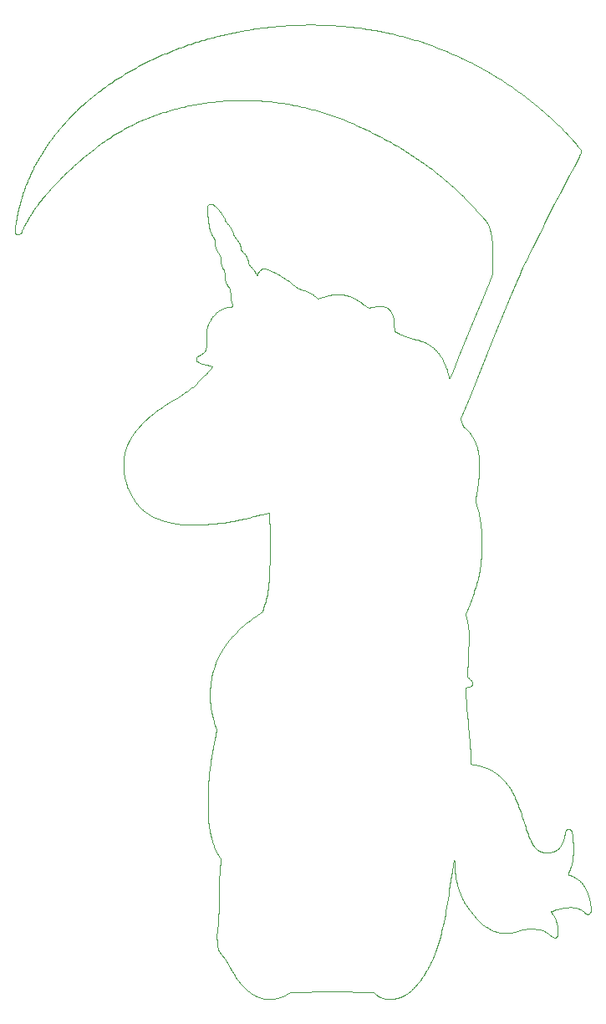
<source format=gbr>
G04 #@! TF.GenerationSoftware,KiCad,Pcbnew,5.1.6-c6e7f7d~87~ubuntu18.04.1*
G04 #@! TF.CreationDate,2020-08-06T21:04:51-07:00*
G04 #@! TF.ProjectId,scythe_badge,73637974-6865-45f6-9261-6467652e6b69,rev?*
G04 #@! TF.SameCoordinates,Original*
G04 #@! TF.FileFunction,Profile,NP*
%FSLAX46Y46*%
G04 Gerber Fmt 4.6, Leading zero omitted, Abs format (unit mm)*
G04 Created by KiCad (PCBNEW 5.1.6-c6e7f7d~87~ubuntu18.04.1) date 2020-08-06 21:04:51*
%MOMM*%
%LPD*%
G01*
G04 APERTURE LIST*
G04 #@! TA.AperFunction,Profile*
%ADD10C,0.100000*%
G04 #@! TD*
G04 APERTURE END LIST*
D10*
X157908834Y-141221554D02*
X157869330Y-141213978D01*
X157869330Y-141213978D02*
X157825394Y-141203882D01*
X157825394Y-141203882D02*
X157777491Y-141191436D01*
X157777491Y-141191436D02*
X157726082Y-141176798D01*
X157726082Y-141176798D02*
X157671633Y-141160146D01*
X157671633Y-141160146D02*
X157614606Y-141141652D01*
X157614606Y-141141652D02*
X157494674Y-141099792D01*
X157494674Y-141099792D02*
X157369996Y-141052575D01*
X157369996Y-141052575D02*
X157244281Y-141001343D01*
X157244281Y-141001343D02*
X157121237Y-140947445D01*
X157121237Y-140947445D02*
X157061875Y-140919927D01*
X157061875Y-140919927D02*
X157004572Y-140892245D01*
X157004572Y-140892245D02*
X156916777Y-140847219D01*
X156916777Y-140847219D02*
X156829319Y-140798995D01*
X156829319Y-140798995D02*
X156742208Y-140747579D01*
X156742208Y-140747579D02*
X156655451Y-140692990D01*
X156655451Y-140692990D02*
X156569057Y-140635236D01*
X156569057Y-140635236D02*
X156483036Y-140574315D01*
X156483036Y-140574315D02*
X156397397Y-140510256D01*
X156397397Y-140510256D02*
X156312149Y-140443057D01*
X156312149Y-140443057D02*
X156227300Y-140372731D01*
X156227300Y-140372731D02*
X156142860Y-140299286D01*
X156142860Y-140299286D02*
X156058837Y-140222741D01*
X156058837Y-140222741D02*
X155975241Y-140143095D01*
X155975241Y-140143095D02*
X155892080Y-140060363D01*
X155892080Y-140060363D02*
X155809364Y-139974558D01*
X155809364Y-139974558D02*
X155727100Y-139885691D01*
X155727100Y-139885691D02*
X155645300Y-139793765D01*
X155645300Y-139793765D02*
X155563971Y-139698797D01*
X155563971Y-139698797D02*
X155483122Y-139600796D01*
X155483122Y-139600796D02*
X155402762Y-139499767D01*
X155402762Y-139499767D02*
X155322901Y-139395730D01*
X155322901Y-139395730D02*
X155243547Y-139288685D01*
X155243547Y-139288685D02*
X155164709Y-139178645D01*
X155164709Y-139178645D02*
X155086396Y-139065631D01*
X155086396Y-139065631D02*
X155008617Y-138949635D01*
X155008617Y-138949635D02*
X154931382Y-138830684D01*
X154931382Y-138830684D02*
X154854698Y-138708778D01*
X154854698Y-138708778D02*
X154778575Y-138583929D01*
X154778575Y-138583929D02*
X154703023Y-138456152D01*
X154703023Y-138456152D02*
X154628049Y-138325452D01*
X154628049Y-138325452D02*
X154553664Y-138191844D01*
X154553664Y-138191844D02*
X154479875Y-138055333D01*
X154479875Y-138055333D02*
X154406692Y-137915932D01*
X154406692Y-137915932D02*
X154366486Y-137839552D01*
X154366486Y-137839552D02*
X154325238Y-137763763D01*
X154325238Y-137763763D02*
X154283122Y-137688824D01*
X154283122Y-137688824D02*
X154240310Y-137614984D01*
X154240310Y-137614984D02*
X154196973Y-137542513D01*
X154196973Y-137542513D02*
X154153283Y-137471661D01*
X154153283Y-137471661D02*
X154109415Y-137402684D01*
X154109415Y-137402684D02*
X154065540Y-137335854D01*
X154065540Y-137335854D02*
X154021829Y-137271412D01*
X154021829Y-137271412D02*
X153978456Y-137209636D01*
X153978456Y-137209636D02*
X153935594Y-137150763D01*
X153935594Y-137150763D02*
X153893413Y-137095069D01*
X153893413Y-137095069D02*
X153852086Y-137042803D01*
X153852086Y-137042803D02*
X153811787Y-136994224D01*
X153811787Y-136994224D02*
X153772687Y-136949587D01*
X153772687Y-136949587D02*
X153734959Y-136909162D01*
X153734959Y-136909162D02*
X153698394Y-136870422D01*
X153698394Y-136870422D02*
X153662496Y-136830550D01*
X153662496Y-136830550D02*
X153627382Y-136789717D01*
X153627382Y-136789717D02*
X153593169Y-136748101D01*
X153593169Y-136748101D02*
X153559973Y-136705866D01*
X153559973Y-136705866D02*
X153527911Y-136663204D01*
X153527911Y-136663204D02*
X153497101Y-136620278D01*
X153497101Y-136620278D02*
X153467658Y-136577260D01*
X153467658Y-136577260D02*
X153439699Y-136534334D01*
X153439699Y-136534334D02*
X153413342Y-136491671D01*
X153413342Y-136491671D02*
X153388702Y-136449443D01*
X153388702Y-136449443D02*
X153365897Y-136407827D01*
X153365897Y-136407827D02*
X153345043Y-136367001D01*
X153345043Y-136367001D02*
X153326257Y-136327135D01*
X153326257Y-136327135D02*
X153309656Y-136288409D01*
X153309656Y-136288409D02*
X153295356Y-136250992D01*
X153295356Y-136250992D02*
X153279762Y-136204268D01*
X153279762Y-136204268D02*
X153264950Y-136153747D01*
X153264950Y-136153747D02*
X153250927Y-136099632D01*
X153250927Y-136099632D02*
X153237701Y-136042154D01*
X153237701Y-136042154D02*
X153225278Y-135981537D01*
X153225278Y-135981537D02*
X153213666Y-135917990D01*
X153213666Y-135917990D02*
X153202872Y-135851739D01*
X153202872Y-135851739D02*
X153192903Y-135783006D01*
X153192903Y-135783006D02*
X153183766Y-135712009D01*
X153183766Y-135712009D02*
X153175469Y-135638965D01*
X153175469Y-135638965D02*
X153168020Y-135564099D01*
X153168020Y-135564099D02*
X153161424Y-135487632D01*
X153161424Y-135487632D02*
X153150825Y-135330764D01*
X153150825Y-135330764D02*
X153143729Y-135170131D01*
X153143729Y-135170131D02*
X153140194Y-135007484D01*
X153140194Y-135007484D02*
X153140259Y-134844587D01*
X153140259Y-134844587D02*
X153144024Y-134683210D01*
X153144024Y-134683210D02*
X153147304Y-134603637D01*
X153147304Y-134603637D02*
X153151526Y-134525111D01*
X153151526Y-134525111D02*
X153156692Y-134447835D01*
X153156692Y-134447835D02*
X153162813Y-134372040D01*
X153162813Y-134372040D02*
X153169900Y-134297950D01*
X153169900Y-134297950D02*
X153177956Y-134225775D01*
X153177956Y-134225775D02*
X153186989Y-134155746D01*
X153186989Y-134155746D02*
X153197008Y-134088072D01*
X153197008Y-134088072D02*
X153208018Y-134022979D01*
X153208018Y-134022979D02*
X153220026Y-133960690D01*
X153220026Y-133960690D02*
X153234915Y-133883401D01*
X153234915Y-133883401D02*
X153248446Y-133802236D01*
X153248446Y-133802236D02*
X153260674Y-133715956D01*
X153260674Y-133715956D02*
X153271656Y-133623299D01*
X153271656Y-133623299D02*
X153281444Y-133523033D01*
X153281444Y-133523033D02*
X153290095Y-133413902D01*
X153290095Y-133413902D02*
X153297664Y-133294661D01*
X153297664Y-133294661D02*
X153304205Y-133164060D01*
X153304205Y-133164060D02*
X153309776Y-133020856D01*
X153309776Y-133020856D02*
X153314431Y-132863797D01*
X153314431Y-132863797D02*
X153318222Y-132691639D01*
X153318222Y-132691639D02*
X153321207Y-132503132D01*
X153321207Y-132503132D02*
X153324985Y-132072083D01*
X153324985Y-132072083D02*
X153326196Y-131560672D01*
X153326196Y-131560672D02*
X153327034Y-131224406D01*
X153327034Y-131224406D02*
X153329535Y-130895821D01*
X153329535Y-130895821D02*
X153333659Y-130575575D01*
X153333659Y-130575575D02*
X153339381Y-130264320D01*
X153339381Y-130264320D02*
X153346664Y-129962720D01*
X153346664Y-129962720D02*
X153355477Y-129671440D01*
X153355477Y-129671440D02*
X153365787Y-129391118D01*
X153365787Y-129391118D02*
X153377562Y-129122433D01*
X153377562Y-129122433D02*
X153390770Y-128866037D01*
X153390770Y-128866037D02*
X153405377Y-128622586D01*
X153405377Y-128622586D02*
X153421352Y-128392740D01*
X153421352Y-128392740D02*
X153438662Y-128177149D01*
X153438662Y-128177149D02*
X153457275Y-127976486D01*
X153457275Y-127976486D02*
X153477158Y-127791402D01*
X153477158Y-127791402D02*
X153498279Y-127622555D01*
X153498279Y-127622555D02*
X153520606Y-127470603D01*
X153520606Y-127470603D02*
X153537919Y-127355871D01*
X153537919Y-127355871D02*
X153543956Y-127307259D01*
X153543956Y-127307259D02*
X153548028Y-127263444D01*
X153548028Y-127263444D02*
X153549959Y-127223645D01*
X153549959Y-127223645D02*
X153549566Y-127187083D01*
X153549566Y-127187083D02*
X153546718Y-127152977D01*
X153546718Y-127152977D02*
X153541232Y-127120556D01*
X153541232Y-127120556D02*
X153532937Y-127089029D01*
X153532937Y-127089029D02*
X153521666Y-127057628D01*
X153521666Y-127057628D02*
X153507249Y-127025568D01*
X153507249Y-127025568D02*
X153489520Y-126992074D01*
X153489520Y-126992074D02*
X153468310Y-126956362D01*
X153468310Y-126956362D02*
X153443452Y-126917655D01*
X153443452Y-126917655D02*
X153382119Y-126828137D01*
X153382119Y-126828137D02*
X153337667Y-126762879D01*
X153337667Y-126762879D02*
X153293759Y-126694890D01*
X153293759Y-126694890D02*
X153250415Y-126624223D01*
X153250415Y-126624223D02*
X153207657Y-126550949D01*
X153207657Y-126550949D02*
X153165504Y-126475127D01*
X153165504Y-126475127D02*
X153123977Y-126396812D01*
X153123977Y-126396812D02*
X153083097Y-126316067D01*
X153083097Y-126316067D02*
X153042883Y-126232960D01*
X153042883Y-126232960D02*
X153003355Y-126147543D01*
X153003355Y-126147543D02*
X152964536Y-126059874D01*
X152964536Y-126059874D02*
X152926443Y-125970028D01*
X152926443Y-125970028D02*
X152889099Y-125878055D01*
X152889099Y-125878055D02*
X152852523Y-125784016D01*
X152852523Y-125784016D02*
X152816737Y-125687975D01*
X152816737Y-125687975D02*
X152781758Y-125589993D01*
X152781758Y-125589993D02*
X152747610Y-125490129D01*
X152747610Y-125490129D02*
X152714311Y-125388449D01*
X152714311Y-125388449D02*
X152681883Y-125285004D01*
X152681883Y-125285004D02*
X152650345Y-125179868D01*
X152650345Y-125179868D02*
X152619717Y-125073086D01*
X152619717Y-125073086D02*
X152590022Y-124964732D01*
X152590022Y-124964732D02*
X152561277Y-124854857D01*
X152561277Y-124854857D02*
X152533505Y-124743527D01*
X152533505Y-124743527D02*
X152506724Y-124630809D01*
X152506724Y-124630809D02*
X152480957Y-124516748D01*
X152480957Y-124516748D02*
X152456222Y-124401423D01*
X152456222Y-124401423D02*
X152432541Y-124284881D01*
X152432541Y-124284881D02*
X152409934Y-124167187D01*
X152409934Y-124167187D02*
X152388420Y-124048407D01*
X152388420Y-124048407D02*
X152368022Y-123928594D01*
X152368022Y-123928594D02*
X152348758Y-123807813D01*
X152348758Y-123807813D02*
X152330649Y-123686124D01*
X152330649Y-123686124D02*
X152320708Y-123607637D01*
X152320708Y-123607637D02*
X152311416Y-123515816D01*
X152311416Y-123515816D02*
X152302775Y-123411496D01*
X152302775Y-123411496D02*
X152294782Y-123295519D01*
X152294782Y-123295519D02*
X152287439Y-123168723D01*
X152287439Y-123168723D02*
X152280743Y-123031942D01*
X152280743Y-123031942D02*
X152269295Y-122731796D01*
X152269295Y-122731796D02*
X152260436Y-122401770D01*
X152260436Y-122401770D02*
X152254164Y-122048576D01*
X152254164Y-122048576D02*
X152250472Y-121678915D01*
X152250472Y-121678915D02*
X152249359Y-121299486D01*
X152249359Y-121299486D02*
X152250825Y-120917003D01*
X152250825Y-120917003D02*
X152254865Y-120538154D01*
X152254865Y-120538154D02*
X152261471Y-120169657D01*
X152261471Y-120169657D02*
X152270645Y-119818201D01*
X152270645Y-119818201D02*
X152282382Y-119490505D01*
X152282382Y-119490505D02*
X152289211Y-119337651D01*
X152289211Y-119337651D02*
X152296680Y-119193255D01*
X152296680Y-119193255D02*
X152304788Y-119058146D01*
X152304788Y-119058146D02*
X152313535Y-118933166D01*
X152313535Y-118933166D02*
X152322921Y-118819151D01*
X152322921Y-118819151D02*
X152332945Y-118716937D01*
X152332945Y-118716937D02*
X152358513Y-118486169D01*
X152358513Y-118486169D02*
X152385796Y-118252539D01*
X152385796Y-118252539D02*
X152414702Y-118016650D01*
X152414702Y-118016650D02*
X152445139Y-117779104D01*
X152445139Y-117779104D02*
X152477016Y-117540490D01*
X152477016Y-117540490D02*
X152510242Y-117301417D01*
X152510242Y-117301417D02*
X152544725Y-117062481D01*
X152544725Y-117062481D02*
X152580375Y-116824276D01*
X152580375Y-116824276D02*
X152617099Y-116587414D01*
X152617099Y-116587414D02*
X152654806Y-116352486D01*
X152654806Y-116352486D02*
X152693406Y-116120093D01*
X152693406Y-116120093D02*
X152732806Y-115890839D01*
X152732806Y-115890839D02*
X152772915Y-115665317D01*
X152772915Y-115665317D02*
X152813643Y-115444132D01*
X152813643Y-115444132D02*
X152854897Y-115227884D01*
X152854897Y-115227884D02*
X152896587Y-115017164D01*
X152896587Y-115017164D02*
X153105049Y-113982974D01*
X153105049Y-113982974D02*
X152893405Y-113338829D01*
X152893405Y-113338829D02*
X152865249Y-113251530D01*
X152865249Y-113251530D02*
X152838004Y-113163815D01*
X152838004Y-113163815D02*
X152811671Y-113075699D01*
X152811671Y-113075699D02*
X152786250Y-112987195D01*
X152786250Y-112987195D02*
X152738142Y-112809075D01*
X152738142Y-112809075D02*
X152693681Y-112629572D01*
X152693681Y-112629572D02*
X152652865Y-112448792D01*
X152652865Y-112448792D02*
X152615694Y-112266861D01*
X152615694Y-112266861D02*
X152582166Y-112083883D01*
X152582166Y-112083883D02*
X152552282Y-111899970D01*
X152552282Y-111899970D02*
X152526041Y-111715248D01*
X152526041Y-111715248D02*
X152503442Y-111529815D01*
X152503442Y-111529815D02*
X152484484Y-111343796D01*
X152484484Y-111343796D02*
X152469167Y-111157304D01*
X152469167Y-111157304D02*
X152457490Y-110970443D01*
X152457490Y-110970443D02*
X152449453Y-110783338D01*
X152449453Y-110783338D02*
X152445054Y-110596095D01*
X152445054Y-110596095D02*
X152444294Y-110408832D01*
X152444294Y-110408832D02*
X152447168Y-110221655D01*
X152447168Y-110221655D02*
X152453683Y-110034689D01*
X152453683Y-110034689D02*
X152463833Y-109848038D01*
X152463833Y-109848038D02*
X152477620Y-109661822D01*
X152477620Y-109661822D02*
X152495042Y-109476152D01*
X152495042Y-109476152D02*
X152516098Y-109291134D01*
X152516098Y-109291134D02*
X152540788Y-109106899D01*
X152540788Y-109106899D02*
X152569110Y-108923539D01*
X152569110Y-108923539D02*
X152601066Y-108741187D01*
X152601066Y-108741187D02*
X152636654Y-108559946D01*
X152636654Y-108559946D02*
X152675872Y-108379930D01*
X152675872Y-108379930D02*
X152718721Y-108201257D01*
X152718721Y-108201257D02*
X152765200Y-108024038D01*
X152765200Y-108024038D02*
X152789801Y-107936014D01*
X152789801Y-107936014D02*
X152815308Y-107848385D01*
X152815308Y-107848385D02*
X152841723Y-107761184D01*
X152841723Y-107761184D02*
X152869045Y-107674417D01*
X152869045Y-107674417D02*
X152897274Y-107588098D01*
X152897274Y-107588098D02*
X152926411Y-107502240D01*
X152926411Y-107502240D02*
X152957839Y-107413183D01*
X152957839Y-107413183D02*
X152990503Y-107324317D01*
X152990503Y-107324317D02*
X153024399Y-107235648D01*
X153024399Y-107235648D02*
X153059524Y-107147181D01*
X153059524Y-107147181D02*
X153095873Y-107058916D01*
X153095873Y-107058916D02*
X153133442Y-106970860D01*
X153133442Y-106970860D02*
X153172228Y-106883018D01*
X153172228Y-106883018D02*
X153212225Y-106795396D01*
X153212225Y-106795396D02*
X153253431Y-106707998D01*
X153253431Y-106707998D02*
X153295840Y-106620827D01*
X153295840Y-106620827D02*
X153339450Y-106533891D01*
X153339450Y-106533891D02*
X153384254Y-106447192D01*
X153384254Y-106447192D02*
X153430252Y-106360737D01*
X153430252Y-106360737D02*
X153477436Y-106274529D01*
X153477436Y-106274529D02*
X153525805Y-106188574D01*
X153525805Y-106188574D02*
X153575353Y-106102876D01*
X153575353Y-106102876D02*
X153626077Y-106017440D01*
X153626077Y-106017440D02*
X153677972Y-105932271D01*
X153677972Y-105932271D02*
X153731035Y-105847373D01*
X153731035Y-105847373D02*
X153785261Y-105762752D01*
X153785261Y-105762752D02*
X153840647Y-105678412D01*
X153840647Y-105678412D02*
X153897188Y-105594359D01*
X153897188Y-105594359D02*
X153954880Y-105510596D01*
X153954880Y-105510596D02*
X154013720Y-105427128D01*
X154013720Y-105427128D02*
X154073702Y-105343961D01*
X154073702Y-105343961D02*
X154134824Y-105261099D01*
X154134824Y-105261099D02*
X154197081Y-105178546D01*
X154197081Y-105178546D02*
X154260469Y-105096309D01*
X154260469Y-105096309D02*
X154324984Y-105014391D01*
X154324984Y-105014391D02*
X154390622Y-104932797D01*
X154390622Y-104932797D02*
X154457379Y-104851532D01*
X154457379Y-104851532D02*
X154525251Y-104770601D01*
X154525251Y-104770601D02*
X154594233Y-104690008D01*
X154594233Y-104690008D02*
X154664322Y-104609759D01*
X154664322Y-104609759D02*
X154735514Y-104529858D01*
X154735514Y-104529858D02*
X154807804Y-104450310D01*
X154807804Y-104450310D02*
X154881190Y-104371119D01*
X154881190Y-104371119D02*
X154955665Y-104292291D01*
X154955665Y-104292291D02*
X155031227Y-104213831D01*
X155031227Y-104213831D02*
X155107871Y-104135742D01*
X155107871Y-104135742D02*
X155185595Y-104058030D01*
X155185595Y-104058030D02*
X155264391Y-103980700D01*
X155264391Y-103980700D02*
X155344259Y-103903756D01*
X155344259Y-103903756D02*
X155425192Y-103827203D01*
X155425192Y-103827203D02*
X155507188Y-103751047D01*
X155507188Y-103751047D02*
X155590242Y-103675291D01*
X155590242Y-103675291D02*
X155674350Y-103599940D01*
X155674350Y-103599940D02*
X155759508Y-103525000D01*
X155759508Y-103525000D02*
X155845712Y-103450475D01*
X155845712Y-103450475D02*
X155932958Y-103376369D01*
X155932958Y-103376369D02*
X156021242Y-103302689D01*
X156021242Y-103302689D02*
X156110559Y-103229438D01*
X156110559Y-103229438D02*
X156292279Y-103084243D01*
X156292279Y-103084243D02*
X156478086Y-102940823D01*
X156478086Y-102940823D02*
X156667947Y-102799216D01*
X156667947Y-102799216D02*
X156861830Y-102659461D01*
X156861830Y-102659461D02*
X157059702Y-102521596D01*
X157059702Y-102521596D02*
X157261531Y-102385659D01*
X157261531Y-102385659D02*
X157760012Y-102055554D01*
X157760012Y-102055554D02*
X157971996Y-101361493D01*
X157971996Y-101361493D02*
X158018619Y-101205897D01*
X158018619Y-101205897D02*
X158061850Y-101055191D01*
X158061850Y-101055191D02*
X158101898Y-100908184D01*
X158101898Y-100908184D02*
X158138978Y-100763687D01*
X158138978Y-100763687D02*
X158173299Y-100620512D01*
X158173299Y-100620512D02*
X158205074Y-100477469D01*
X158205074Y-100477469D02*
X158234514Y-100333368D01*
X158234514Y-100333368D02*
X158261832Y-100187021D01*
X158261832Y-100187021D02*
X158287240Y-100037237D01*
X158287240Y-100037237D02*
X158310948Y-99882828D01*
X158310948Y-99882828D02*
X158333169Y-99722603D01*
X158333169Y-99722603D02*
X158354115Y-99555374D01*
X158354115Y-99555374D02*
X158373996Y-99379952D01*
X158373996Y-99379952D02*
X158393025Y-99195146D01*
X158393025Y-99195146D02*
X158411414Y-98999768D01*
X158411414Y-98999768D02*
X158429375Y-98792628D01*
X158429375Y-98792628D02*
X158436562Y-98694275D01*
X158436562Y-98694275D02*
X158443410Y-98576313D01*
X158443410Y-98576313D02*
X158449911Y-98440079D01*
X158449911Y-98440079D02*
X158456065Y-98286912D01*
X158456065Y-98286912D02*
X158467288Y-97935136D01*
X158467288Y-97935136D02*
X158477027Y-97531696D01*
X158477027Y-97531696D02*
X158485230Y-97087302D01*
X158485230Y-97087302D02*
X158491846Y-96612665D01*
X158491846Y-96612665D02*
X158496822Y-96118495D01*
X158496822Y-96118495D02*
X158500108Y-95615504D01*
X158500108Y-95615504D02*
X158501653Y-95114401D01*
X158501653Y-95114401D02*
X158501391Y-94625898D01*
X158501391Y-94625898D02*
X158499303Y-94160706D01*
X158499303Y-94160706D02*
X158495316Y-93729535D01*
X158495316Y-93729535D02*
X158489378Y-93343095D01*
X158489378Y-93343095D02*
X158481441Y-93012098D01*
X158481441Y-93012098D02*
X158476708Y-92870738D01*
X158476708Y-92870738D02*
X158471457Y-92747254D01*
X158471457Y-92747254D02*
X158465676Y-92642986D01*
X158465676Y-92642986D02*
X158459365Y-92559274D01*
X158459365Y-92559274D02*
X158416482Y-92083495D01*
X158416482Y-92083495D02*
X158048045Y-92139137D01*
X158048045Y-92139137D02*
X157955995Y-92154886D01*
X157955995Y-92154886D02*
X157835250Y-92178418D01*
X157835250Y-92178418D02*
X157690943Y-92208587D01*
X157690943Y-92208587D02*
X157528212Y-92244244D01*
X157528212Y-92244244D02*
X157352193Y-92284244D01*
X157352193Y-92284244D02*
X157168023Y-92327438D01*
X157168023Y-92327438D02*
X156980836Y-92372679D01*
X156980836Y-92372679D02*
X156795771Y-92418820D01*
X156795771Y-92418820D02*
X156381186Y-92522273D01*
X156381186Y-92522273D02*
X155987502Y-92616975D01*
X155987502Y-92616975D02*
X155797731Y-92661157D01*
X155797731Y-92661157D02*
X155612264Y-92703286D01*
X155612264Y-92703286D02*
X155430797Y-92743407D01*
X155430797Y-92743407D02*
X155253020Y-92781565D01*
X155253020Y-92781565D02*
X155078629Y-92817806D01*
X155078629Y-92817806D02*
X154907315Y-92852173D01*
X154907315Y-92852173D02*
X154738772Y-92884712D01*
X154738772Y-92884712D02*
X154572695Y-92915469D01*
X154572695Y-92915469D02*
X154408775Y-92944488D01*
X154408775Y-92944488D02*
X154246706Y-92971813D01*
X154246706Y-92971813D02*
X154086181Y-92997491D01*
X154086181Y-92997491D02*
X153926894Y-93021566D01*
X153926894Y-93021566D02*
X153768538Y-93044083D01*
X153768538Y-93044083D02*
X153610805Y-93065087D01*
X153610805Y-93065087D02*
X153453391Y-93084623D01*
X153453391Y-93084623D02*
X153295986Y-93102736D01*
X153295986Y-93102736D02*
X153138286Y-93119471D01*
X153138286Y-93119471D02*
X152979983Y-93134873D01*
X152979983Y-93134873D02*
X152820770Y-93148988D01*
X152820770Y-93148988D02*
X152660341Y-93161859D01*
X152660341Y-93161859D02*
X152498389Y-93173532D01*
X152498389Y-93173532D02*
X152334606Y-93184052D01*
X152334606Y-93184052D02*
X152168688Y-93193464D01*
X152168688Y-93193464D02*
X152000326Y-93201814D01*
X152000326Y-93201814D02*
X151829214Y-93209145D01*
X151829214Y-93209145D02*
X151655045Y-93215503D01*
X151655045Y-93215503D02*
X151477513Y-93220933D01*
X151477513Y-93220933D02*
X151296310Y-93225481D01*
X151296310Y-93225481D02*
X150828499Y-93235001D01*
X150828499Y-93235001D02*
X150628523Y-93237995D01*
X150628523Y-93237995D02*
X150447939Y-93239667D01*
X150447939Y-93239667D02*
X150284332Y-93239930D01*
X150284332Y-93239930D02*
X150135281Y-93238621D01*
X150135281Y-93238621D02*
X149998368Y-93235652D01*
X149998368Y-93235652D02*
X149871175Y-93230913D01*
X149871175Y-93230913D02*
X149751283Y-93224296D01*
X149751283Y-93224296D02*
X149636274Y-93215689D01*
X149636274Y-93215689D02*
X149523728Y-93204978D01*
X149523728Y-93204978D02*
X149411227Y-93192055D01*
X149411227Y-93192055D02*
X149296354Y-93176807D01*
X149296354Y-93176807D02*
X149176688Y-93159124D01*
X149176688Y-93159124D02*
X149049813Y-93138893D01*
X149049813Y-93138893D02*
X148913308Y-93116005D01*
X148913308Y-93116005D02*
X148796194Y-93095419D01*
X148796194Y-93095419D02*
X148680674Y-93073902D01*
X148680674Y-93073902D02*
X148566737Y-93051443D01*
X148566737Y-93051443D02*
X148454372Y-93028034D01*
X148454372Y-93028034D02*
X148343567Y-93003668D01*
X148343567Y-93003668D02*
X148234311Y-92978335D01*
X148234311Y-92978335D02*
X148126592Y-92952027D01*
X148126592Y-92952027D02*
X148020398Y-92924735D01*
X148020398Y-92924735D02*
X147915719Y-92896450D01*
X147915719Y-92896450D02*
X147812542Y-92867164D01*
X147812542Y-92867164D02*
X147710857Y-92836869D01*
X147710857Y-92836869D02*
X147610651Y-92805557D01*
X147610651Y-92805557D02*
X147511913Y-92773217D01*
X147511913Y-92773217D02*
X147414633Y-92739842D01*
X147414633Y-92739842D02*
X147318797Y-92705424D01*
X147318797Y-92705424D02*
X147224396Y-92669953D01*
X147224396Y-92669953D02*
X147131417Y-92633421D01*
X147131417Y-92633421D02*
X147039849Y-92595820D01*
X147039849Y-92595820D02*
X146949681Y-92557140D01*
X146949681Y-92557140D02*
X146860900Y-92517374D01*
X146860900Y-92517374D02*
X146773496Y-92476513D01*
X146773496Y-92476513D02*
X146687457Y-92434548D01*
X146687457Y-92434548D02*
X146602772Y-92391470D01*
X146602772Y-92391470D02*
X146519429Y-92347272D01*
X146519429Y-92347272D02*
X146437416Y-92301945D01*
X146437416Y-92301945D02*
X146356722Y-92255479D01*
X146356722Y-92255479D02*
X146277336Y-92207867D01*
X146277336Y-92207867D02*
X146199247Y-92159099D01*
X146199247Y-92159099D02*
X146122441Y-92109168D01*
X146122441Y-92109168D02*
X146046910Y-92058064D01*
X146046910Y-92058064D02*
X145972640Y-92005780D01*
X145972640Y-92005780D02*
X145899620Y-91952306D01*
X145899620Y-91952306D02*
X145827840Y-91897634D01*
X145827840Y-91897634D02*
X145757286Y-91841756D01*
X145757286Y-91841756D02*
X145687949Y-91784662D01*
X145687949Y-91784662D02*
X145619815Y-91726344D01*
X145619815Y-91726344D02*
X145552876Y-91666795D01*
X145552876Y-91666795D02*
X145487117Y-91606005D01*
X145487117Y-91606005D02*
X145422528Y-91543965D01*
X145422528Y-91543965D02*
X145359098Y-91480667D01*
X145359098Y-91480667D02*
X145296815Y-91416102D01*
X145296815Y-91416102D02*
X145235668Y-91350263D01*
X145235668Y-91350263D02*
X145175644Y-91283139D01*
X145175644Y-91283139D02*
X145116734Y-91214724D01*
X145116734Y-91214724D02*
X145058924Y-91145008D01*
X145058924Y-91145008D02*
X145002204Y-91073981D01*
X145002204Y-91073981D02*
X144946563Y-91001638D01*
X144946563Y-91001638D02*
X144891988Y-90927967D01*
X144891988Y-90927967D02*
X144838468Y-90852962D01*
X144838468Y-90852962D02*
X144785992Y-90776612D01*
X144785992Y-90776612D02*
X144734549Y-90698911D01*
X144734549Y-90698911D02*
X144684127Y-90619849D01*
X144684127Y-90619849D02*
X144634713Y-90539417D01*
X144634713Y-90539417D02*
X144586298Y-90457608D01*
X144586298Y-90457608D02*
X144538869Y-90374411D01*
X144538869Y-90374411D02*
X144492415Y-90289820D01*
X144492415Y-90289820D02*
X144446925Y-90203825D01*
X144446925Y-90203825D02*
X144402387Y-90116418D01*
X144402387Y-90116418D02*
X144358789Y-90027590D01*
X144358789Y-90027590D02*
X144316120Y-89937333D01*
X144316120Y-89937333D02*
X144274369Y-89845638D01*
X144274369Y-89845638D02*
X144233524Y-89752496D01*
X144233524Y-89752496D02*
X144193573Y-89657899D01*
X144193573Y-89657899D02*
X144154506Y-89561839D01*
X144154506Y-89561839D02*
X144089181Y-89394819D01*
X144089181Y-89394819D02*
X144029562Y-89235091D01*
X144029562Y-89235091D02*
X143975443Y-89081631D01*
X143975443Y-89081631D02*
X143926618Y-88933413D01*
X143926618Y-88933413D02*
X143882882Y-88789412D01*
X143882882Y-88789412D02*
X143844028Y-88648603D01*
X143844028Y-88648603D02*
X143826369Y-88579076D01*
X143826369Y-88579076D02*
X143809853Y-88509962D01*
X143809853Y-88509962D02*
X143794455Y-88441134D01*
X143794455Y-88441134D02*
X143780149Y-88372464D01*
X143780149Y-88372464D02*
X143766910Y-88303822D01*
X143766910Y-88303822D02*
X143754712Y-88235082D01*
X143754712Y-88235082D02*
X143743529Y-88166115D01*
X143743529Y-88166115D02*
X143733335Y-88096793D01*
X143733335Y-88096793D02*
X143724105Y-88026988D01*
X143724105Y-88026988D02*
X143715813Y-87956572D01*
X143715813Y-87956572D02*
X143701941Y-87813393D01*
X143701941Y-87813393D02*
X143691513Y-87666231D01*
X143691513Y-87666231D02*
X143684323Y-87514062D01*
X143684323Y-87514062D02*
X143680166Y-87355861D01*
X143680166Y-87355861D02*
X143678837Y-87190602D01*
X143678837Y-87190602D02*
X143680310Y-87018293D01*
X143680310Y-87018293D02*
X143684906Y-86854909D01*
X143684906Y-86854909D02*
X143688461Y-86776201D01*
X143688461Y-86776201D02*
X143692900Y-86699289D01*
X143692900Y-86699289D02*
X143698262Y-86624027D01*
X143698262Y-86624027D02*
X143704573Y-86550271D01*
X143704573Y-86550271D02*
X143711875Y-86477874D01*
X143711875Y-86477874D02*
X143720197Y-86406691D01*
X143720197Y-86406691D02*
X143729577Y-86336579D01*
X143729577Y-86336579D02*
X143740046Y-86267391D01*
X143740046Y-86267391D02*
X143751639Y-86198982D01*
X143751639Y-86198982D02*
X143764392Y-86131207D01*
X143764392Y-86131207D02*
X143778338Y-86063920D01*
X143778338Y-86063920D02*
X143793511Y-85996977D01*
X143793511Y-85996977D02*
X143809946Y-85930233D01*
X143809946Y-85930233D02*
X143827676Y-85863541D01*
X143827676Y-85863541D02*
X143846737Y-85796756D01*
X143846737Y-85796756D02*
X143867163Y-85729735D01*
X143867163Y-85729735D02*
X143888988Y-85662331D01*
X143888988Y-85662331D02*
X143912244Y-85594399D01*
X143912244Y-85594399D02*
X143936970Y-85525794D01*
X143936970Y-85525794D02*
X143963196Y-85456370D01*
X143963196Y-85456370D02*
X143990959Y-85385983D01*
X143990959Y-85385983D02*
X144020292Y-85314487D01*
X144020292Y-85314487D02*
X144083805Y-85167589D01*
X144083805Y-85167589D02*
X144154011Y-85014513D01*
X144154011Y-85014513D02*
X144231184Y-84854097D01*
X144231184Y-84854097D02*
X144304196Y-84709822D01*
X144304196Y-84709822D02*
X144342053Y-84638286D01*
X144342053Y-84638286D02*
X144380831Y-84567134D01*
X144380831Y-84567134D02*
X144420545Y-84496352D01*
X144420545Y-84496352D02*
X144461207Y-84425927D01*
X144461207Y-84425927D02*
X144502832Y-84355846D01*
X144502832Y-84355846D02*
X144545435Y-84286095D01*
X144545435Y-84286095D02*
X144589030Y-84216661D01*
X144589030Y-84216661D02*
X144633632Y-84147531D01*
X144633632Y-84147531D02*
X144679254Y-84078693D01*
X144679254Y-84078693D02*
X144725911Y-84010131D01*
X144725911Y-84010131D02*
X144773617Y-83941833D01*
X144773617Y-83941833D02*
X144822388Y-83873786D01*
X144822388Y-83873786D02*
X144872236Y-83805977D01*
X144872236Y-83805977D02*
X144923176Y-83738392D01*
X144923176Y-83738392D02*
X144975223Y-83671019D01*
X144975223Y-83671019D02*
X145028391Y-83603843D01*
X145028391Y-83603843D02*
X145082694Y-83536851D01*
X145082694Y-83536851D02*
X145138147Y-83470031D01*
X145138147Y-83470031D02*
X145194763Y-83403368D01*
X145194763Y-83403368D02*
X145252558Y-83336851D01*
X145252558Y-83336851D02*
X145371740Y-83204197D01*
X145371740Y-83204197D02*
X145495807Y-83071962D01*
X145495807Y-83071962D02*
X145624872Y-82940041D01*
X145624872Y-82940041D02*
X145759053Y-82808327D01*
X145759053Y-82808327D02*
X145898461Y-82676714D01*
X145898461Y-82676714D02*
X146043212Y-82545096D01*
X146043212Y-82545096D02*
X146193422Y-82413368D01*
X146193422Y-82413368D02*
X146349203Y-82281421D01*
X146349203Y-82281421D02*
X146510672Y-82149152D01*
X146510672Y-82149152D02*
X146677941Y-82016452D01*
X146677941Y-82016452D02*
X146851127Y-81883217D01*
X146851127Y-81883217D02*
X147030344Y-81749340D01*
X147030344Y-81749340D02*
X147215706Y-81614715D01*
X147215706Y-81614715D02*
X147407327Y-81479236D01*
X147407327Y-81479236D02*
X147605323Y-81342797D01*
X147605323Y-81342797D02*
X147809808Y-81205291D01*
X147809808Y-81205291D02*
X148020896Y-81066613D01*
X148020896Y-81066613D02*
X148238703Y-80926655D01*
X148238703Y-80926655D02*
X148463342Y-80785313D01*
X148463342Y-80785313D02*
X148694928Y-80642480D01*
X148694928Y-80642480D02*
X148933577Y-80498050D01*
X148933577Y-80498050D02*
X149209704Y-80330892D01*
X149209704Y-80330892D02*
X149465963Y-80172259D01*
X149465963Y-80172259D02*
X149587253Y-80095642D01*
X149587253Y-80095642D02*
X149704309Y-80020561D01*
X149704309Y-80020561D02*
X149817376Y-79946817D01*
X149817376Y-79946817D02*
X149926698Y-79874213D01*
X149926698Y-79874213D02*
X150032519Y-79802547D01*
X150032519Y-79802547D02*
X150135085Y-79731624D01*
X150135085Y-79731624D02*
X150234639Y-79661243D01*
X150234639Y-79661243D02*
X150331427Y-79591207D01*
X150331427Y-79591207D02*
X150425692Y-79521317D01*
X150425692Y-79521317D02*
X150517679Y-79451374D01*
X150517679Y-79451374D02*
X150607632Y-79381181D01*
X150607632Y-79381181D02*
X150695797Y-79310538D01*
X150695797Y-79310538D02*
X150782417Y-79239246D01*
X150782417Y-79239246D02*
X150867736Y-79167108D01*
X150867736Y-79167108D02*
X150952000Y-79093925D01*
X150952000Y-79093925D02*
X151035453Y-79019497D01*
X151035453Y-79019497D02*
X151118339Y-78943628D01*
X151118339Y-78943628D02*
X151200903Y-78866118D01*
X151200903Y-78866118D02*
X151283389Y-78786769D01*
X151283389Y-78786769D02*
X151366042Y-78705382D01*
X151366042Y-78705382D02*
X151449106Y-78621758D01*
X151449106Y-78621758D02*
X151532825Y-78535701D01*
X151532825Y-78535701D02*
X151617445Y-78447009D01*
X151617445Y-78447009D02*
X151703209Y-78355486D01*
X151703209Y-78355486D02*
X151790362Y-78260932D01*
X151790362Y-78260932D02*
X151879149Y-78163149D01*
X151879149Y-78163149D02*
X152062600Y-77957103D01*
X152062600Y-77957103D02*
X152187636Y-77813905D01*
X152187636Y-77813905D02*
X152303253Y-77679278D01*
X152303253Y-77679278D02*
X152406996Y-77556242D01*
X152406996Y-77556242D02*
X152496407Y-77447819D01*
X152496407Y-77447819D02*
X152569029Y-77357029D01*
X152569029Y-77357029D02*
X152622405Y-77286891D01*
X152622405Y-77286891D02*
X152641108Y-77260512D01*
X152641108Y-77260512D02*
X152654077Y-77240429D01*
X152654077Y-77240429D02*
X152661007Y-77227019D01*
X152661007Y-77227019D02*
X152662114Y-77222932D01*
X152662114Y-77222932D02*
X152661590Y-77220661D01*
X152661590Y-77220661D02*
X152656411Y-77217456D01*
X152656411Y-77217456D02*
X152646432Y-77213309D01*
X152646432Y-77213309D02*
X152613127Y-77202434D01*
X152613127Y-77202434D02*
X152563775Y-77188561D01*
X152563775Y-77188561D02*
X152500476Y-77172215D01*
X152500476Y-77172215D02*
X152340430Y-77134203D01*
X152340430Y-77134203D02*
X152149781Y-77092602D01*
X152149781Y-77092602D02*
X152046122Y-77069109D01*
X152046122Y-77069109D02*
X151937642Y-77041314D01*
X151937642Y-77041314D02*
X151827557Y-77010245D01*
X151827557Y-77010245D02*
X151719083Y-76976929D01*
X151719083Y-76976929D02*
X151615436Y-76942398D01*
X151615436Y-76942398D02*
X151519834Y-76907677D01*
X151519834Y-76907677D02*
X151435491Y-76873799D01*
X151435491Y-76873799D02*
X151398546Y-76857496D01*
X151398546Y-76857496D02*
X151365623Y-76841789D01*
X151365623Y-76841789D02*
X151275684Y-76795502D01*
X151275684Y-76795502D02*
X151238342Y-76774776D01*
X151238342Y-76774776D02*
X151205677Y-76755146D01*
X151205677Y-76755146D02*
X151177383Y-76736224D01*
X151177383Y-76736224D02*
X151153155Y-76717623D01*
X151153155Y-76717623D02*
X151132686Y-76698957D01*
X151132686Y-76698957D02*
X151115670Y-76679837D01*
X151115670Y-76679837D02*
X151101802Y-76659878D01*
X151101802Y-76659878D02*
X151090776Y-76638691D01*
X151090776Y-76638691D02*
X151082285Y-76615890D01*
X151082285Y-76615890D02*
X151076026Y-76591088D01*
X151076026Y-76591088D02*
X151071692Y-76563897D01*
X151071692Y-76563897D02*
X151068975Y-76533930D01*
X151068975Y-76533930D02*
X151067568Y-76500801D01*
X151067568Y-76500801D02*
X151067175Y-76464122D01*
X151067175Y-76464122D02*
X151067568Y-76426289D01*
X151067568Y-76426289D02*
X151069047Y-76392242D01*
X151069047Y-76392242D02*
X151072065Y-76361484D01*
X151072065Y-76361484D02*
X151077067Y-76333513D01*
X151077067Y-76333513D02*
X151084511Y-76307833D01*
X151084511Y-76307833D02*
X151094844Y-76283944D01*
X151094844Y-76283944D02*
X151108520Y-76261347D01*
X151108520Y-76261347D02*
X151125989Y-76239544D01*
X151125989Y-76239544D02*
X151147702Y-76218035D01*
X151147702Y-76218035D02*
X151174112Y-76196322D01*
X151174112Y-76196322D02*
X151205668Y-76173907D01*
X151205668Y-76173907D02*
X151242822Y-76150290D01*
X151242822Y-76150290D02*
X151286027Y-76124973D01*
X151286027Y-76124973D02*
X151335731Y-76097456D01*
X151335731Y-76097456D02*
X151456448Y-76033829D01*
X151456448Y-76033829D02*
X151559934Y-75979038D01*
X151559934Y-75979038D02*
X151607120Y-75952849D01*
X151607120Y-75952849D02*
X151651387Y-75927173D01*
X151651387Y-75927173D02*
X151692822Y-75901786D01*
X151692822Y-75901786D02*
X151731515Y-75876470D01*
X151731515Y-75876470D02*
X151767555Y-75851005D01*
X151767555Y-75851005D02*
X151801030Y-75825169D01*
X151801030Y-75825169D02*
X151832029Y-75798741D01*
X151832029Y-75798741D02*
X151860642Y-75771502D01*
X151860642Y-75771502D02*
X151886957Y-75743232D01*
X151886957Y-75743232D02*
X151911062Y-75713710D01*
X151911062Y-75713710D02*
X151933047Y-75682714D01*
X151933047Y-75682714D02*
X151952999Y-75650026D01*
X151952999Y-75650026D02*
X151971009Y-75615424D01*
X151971009Y-75615424D02*
X151987165Y-75578687D01*
X151987165Y-75578687D02*
X152001556Y-75539597D01*
X152001556Y-75539597D02*
X152014270Y-75497932D01*
X152014270Y-75497932D02*
X152025396Y-75453472D01*
X152025396Y-75453472D02*
X152035023Y-75405995D01*
X152035023Y-75405995D02*
X152043241Y-75355283D01*
X152043241Y-75355283D02*
X152050137Y-75301114D01*
X152050137Y-75301114D02*
X152055800Y-75243268D01*
X152055800Y-75243268D02*
X152060317Y-75181525D01*
X152060317Y-75181525D02*
X152063781Y-75115664D01*
X152063781Y-75115664D02*
X152066282Y-75045465D01*
X152066282Y-75045465D02*
X152068737Y-74891170D01*
X152068737Y-74891170D02*
X152068409Y-74716877D01*
X152068409Y-74716877D02*
X152065974Y-74520822D01*
X152065974Y-74520822D02*
X152063152Y-74262320D01*
X152063152Y-74262320D02*
X152063021Y-74148992D01*
X152063021Y-74148992D02*
X152063840Y-74045168D01*
X152063840Y-74045168D02*
X152065679Y-73950016D01*
X152065679Y-73950016D02*
X152068606Y-73862702D01*
X152068606Y-73862702D02*
X152072685Y-73782393D01*
X152072685Y-73782393D02*
X152077988Y-73708256D01*
X152077988Y-73708256D02*
X152084588Y-73639459D01*
X152084588Y-73639459D02*
X152092553Y-73575167D01*
X152092553Y-73575167D02*
X152101952Y-73514548D01*
X152101952Y-73514548D02*
X152112854Y-73456770D01*
X152112854Y-73456770D02*
X152125329Y-73400997D01*
X152125329Y-73400997D02*
X152139446Y-73346398D01*
X152139446Y-73346398D02*
X152155275Y-73292140D01*
X152155275Y-73292140D02*
X152172883Y-73237390D01*
X152172883Y-73237390D02*
X152210419Y-73130509D01*
X152210419Y-73130509D02*
X152250644Y-73025763D01*
X152250644Y-73025763D02*
X152293487Y-72923220D01*
X152293487Y-72923220D02*
X152338877Y-72822946D01*
X152338877Y-72822946D02*
X152386740Y-72725010D01*
X152386740Y-72725010D02*
X152437004Y-72629477D01*
X152437004Y-72629477D02*
X152489597Y-72536416D01*
X152489597Y-72536416D02*
X152544447Y-72445895D01*
X152544447Y-72445895D02*
X152601482Y-72357979D01*
X152601482Y-72357979D02*
X152660629Y-72272737D01*
X152660629Y-72272737D02*
X152721816Y-72190235D01*
X152721816Y-72190235D02*
X152784971Y-72110542D01*
X152784971Y-72110542D02*
X152850021Y-72033724D01*
X152850021Y-72033724D02*
X152916894Y-71959849D01*
X152916894Y-71959849D02*
X152985519Y-71888983D01*
X152985519Y-71888983D02*
X153055822Y-71821195D01*
X153055822Y-71821195D02*
X153127731Y-71756552D01*
X153127731Y-71756552D02*
X153201175Y-71695120D01*
X153201175Y-71695120D02*
X153276081Y-71636967D01*
X153276081Y-71636967D02*
X153352376Y-71582161D01*
X153352376Y-71582161D02*
X153429988Y-71530768D01*
X153429988Y-71530768D02*
X153508845Y-71482857D01*
X153508845Y-71482857D02*
X153588876Y-71438493D01*
X153588876Y-71438493D02*
X153670007Y-71397746D01*
X153670007Y-71397746D02*
X153752166Y-71360681D01*
X153752166Y-71360681D02*
X153835282Y-71327367D01*
X153835282Y-71327367D02*
X153919280Y-71297870D01*
X153919280Y-71297870D02*
X153961589Y-71284574D01*
X153961589Y-71284574D02*
X154004091Y-71272258D01*
X154004091Y-71272258D02*
X154046778Y-71260929D01*
X154046778Y-71260929D02*
X154089640Y-71250598D01*
X154089640Y-71250598D02*
X154132670Y-71241271D01*
X154132670Y-71241271D02*
X154175857Y-71232957D01*
X154175857Y-71232957D02*
X154219193Y-71225665D01*
X154219193Y-71225665D02*
X154262668Y-71219405D01*
X154262668Y-71219405D02*
X154306275Y-71214180D01*
X154306275Y-71214180D02*
X154350002Y-71210000D01*
X154350002Y-71210000D02*
X154421488Y-71203209D01*
X154421488Y-71203209D02*
X154489217Y-71195180D01*
X154489217Y-71195180D02*
X154551636Y-71186210D01*
X154551636Y-71186210D02*
X154607187Y-71176594D01*
X154607187Y-71176594D02*
X154654314Y-71166631D01*
X154654314Y-71166631D02*
X154691458Y-71156617D01*
X154691458Y-71156617D02*
X154705801Y-71151681D01*
X154705801Y-71151681D02*
X154717065Y-71146844D01*
X154717065Y-71146844D02*
X154725055Y-71142144D01*
X154725055Y-71142144D02*
X154729579Y-71137616D01*
X154729579Y-71137616D02*
X154731628Y-71131377D01*
X154731628Y-71131377D02*
X154732361Y-71121643D01*
X154732361Y-71121643D02*
X154731837Y-71108625D01*
X154731837Y-71108625D02*
X154730083Y-71092529D01*
X154730083Y-71092529D02*
X154723127Y-71051929D01*
X154723127Y-71051929D02*
X154711904Y-71001496D01*
X154711904Y-71001496D02*
X154696813Y-70942886D01*
X154696813Y-70942886D02*
X154678251Y-70877749D01*
X154678251Y-70877749D02*
X154656618Y-70807740D01*
X154656618Y-70807740D02*
X154632312Y-70734513D01*
X154632312Y-70734513D02*
X154618399Y-70691864D01*
X154618399Y-70691864D02*
X154605158Y-70646984D01*
X154605158Y-70646984D02*
X154592616Y-70600067D01*
X154592616Y-70600067D02*
X154580803Y-70551309D01*
X154580803Y-70551309D02*
X154569749Y-70500901D01*
X154569749Y-70500901D02*
X154559482Y-70449041D01*
X154559482Y-70449041D02*
X154550031Y-70395923D01*
X154550031Y-70395923D02*
X154541426Y-70341740D01*
X154541426Y-70341740D02*
X154533694Y-70286687D01*
X154533694Y-70286687D02*
X154526867Y-70230960D01*
X154526867Y-70230960D02*
X154520975Y-70174752D01*
X154520975Y-70174752D02*
X154516038Y-70118257D01*
X154516038Y-70118257D02*
X154512097Y-70061671D01*
X154512097Y-70061671D02*
X154509177Y-70005187D01*
X154509177Y-70005187D02*
X154507305Y-69949001D01*
X154507305Y-69949001D02*
X154506506Y-69893307D01*
X154506506Y-69893307D02*
X154504699Y-69745911D01*
X154504699Y-69745911D02*
X154502669Y-69683234D01*
X154502669Y-69683234D02*
X154499605Y-69626875D01*
X154499605Y-69626875D02*
X154495291Y-69576059D01*
X154495291Y-69576059D02*
X154489517Y-69530015D01*
X154489517Y-69530015D02*
X154482065Y-69487969D01*
X154482065Y-69487969D02*
X154472723Y-69449149D01*
X154472723Y-69449149D02*
X154461277Y-69412781D01*
X154461277Y-69412781D02*
X154447512Y-69378094D01*
X154447512Y-69378094D02*
X154431216Y-69344313D01*
X154431216Y-69344313D02*
X154412175Y-69310666D01*
X154412175Y-69310666D02*
X154390174Y-69276381D01*
X154390174Y-69276381D02*
X154365000Y-69240684D01*
X154365000Y-69240684D02*
X154336438Y-69202803D01*
X154336438Y-69202803D02*
X154304276Y-69161965D01*
X154304276Y-69161965D02*
X154281171Y-69132243D01*
X154281171Y-69132243D02*
X154258720Y-69101710D01*
X154258720Y-69101710D02*
X154236928Y-69070383D01*
X154236928Y-69070383D02*
X154215801Y-69038279D01*
X154215801Y-69038279D02*
X154175559Y-68971808D01*
X154175559Y-68971808D02*
X154138037Y-68902434D01*
X154138037Y-68902434D02*
X154103278Y-68830291D01*
X154103278Y-68830291D02*
X154071322Y-68755518D01*
X154071322Y-68755518D02*
X154042212Y-68678248D01*
X154042212Y-68678248D02*
X154015988Y-68598620D01*
X154015988Y-68598620D02*
X153992694Y-68516768D01*
X153992694Y-68516768D02*
X153972369Y-68432829D01*
X153972369Y-68432829D02*
X153955058Y-68346939D01*
X153955058Y-68346939D02*
X153940800Y-68259234D01*
X153940800Y-68259234D02*
X153929638Y-68169851D01*
X153929638Y-68169851D02*
X153921613Y-68078924D01*
X153921613Y-68078924D02*
X153916769Y-67986592D01*
X153916769Y-67986592D02*
X153915145Y-67892989D01*
X153915145Y-67892989D02*
X153913613Y-67791554D01*
X153913613Y-67791554D02*
X153911629Y-67745930D01*
X153911629Y-67745930D02*
X153908781Y-67703453D01*
X153908781Y-67703453D02*
X153905017Y-67663936D01*
X153905017Y-67663936D02*
X153900296Y-67627194D01*
X153900296Y-67627194D02*
X153894574Y-67593041D01*
X153894574Y-67593041D02*
X153887803Y-67561290D01*
X153887803Y-67561290D02*
X153879940Y-67531754D01*
X153879940Y-67531754D02*
X153870940Y-67504248D01*
X153870940Y-67504248D02*
X153860761Y-67478585D01*
X153860761Y-67478585D02*
X153849356Y-67454579D01*
X153849356Y-67454579D02*
X153836681Y-67432044D01*
X153836681Y-67432044D02*
X153822692Y-67410793D01*
X153822692Y-67410793D02*
X153807344Y-67390639D01*
X153807344Y-67390639D02*
X153790594Y-67371398D01*
X153790594Y-67371398D02*
X153776466Y-67355241D01*
X153776466Y-67355241D02*
X153762560Y-67337526D01*
X153762560Y-67337526D02*
X153748892Y-67318310D01*
X153748892Y-67318310D02*
X153735475Y-67297647D01*
X153735475Y-67297647D02*
X153709456Y-67252209D01*
X153709456Y-67252209D02*
X153684623Y-67201660D01*
X153684623Y-67201660D02*
X153661095Y-67146447D01*
X153661095Y-67146447D02*
X153638989Y-67087019D01*
X153638989Y-67087019D02*
X153618426Y-67023823D01*
X153618426Y-67023823D02*
X153599523Y-66957307D01*
X153599523Y-66957307D02*
X153582399Y-66887919D01*
X153582399Y-66887919D02*
X153567173Y-66816107D01*
X153567173Y-66816107D02*
X153553965Y-66742319D01*
X153553965Y-66742319D02*
X153542891Y-66667001D01*
X153542891Y-66667001D02*
X153534072Y-66590604D01*
X153534072Y-66590604D02*
X153527623Y-66513573D01*
X153527623Y-66513573D02*
X153523668Y-66436357D01*
X153523668Y-66436357D02*
X153522326Y-66359404D01*
X153522326Y-66359404D02*
X153521803Y-66315753D01*
X153521803Y-66315753D02*
X153520205Y-66274718D01*
X153520205Y-66274718D02*
X153517409Y-66235997D01*
X153517409Y-66235997D02*
X153513305Y-66199284D01*
X153513305Y-66199284D02*
X153507785Y-66164280D01*
X153507785Y-66164280D02*
X153500738Y-66130681D01*
X153500738Y-66130681D02*
X153492053Y-66098182D01*
X153492053Y-66098182D02*
X153481623Y-66066483D01*
X153481623Y-66066483D02*
X153469338Y-66035279D01*
X153469338Y-66035279D02*
X153455089Y-66004268D01*
X153455089Y-66004268D02*
X153438766Y-65973148D01*
X153438766Y-65973148D02*
X153420260Y-65941614D01*
X153420260Y-65941614D02*
X153399461Y-65909365D01*
X153399461Y-65909365D02*
X153376261Y-65876098D01*
X153376261Y-65876098D02*
X153350550Y-65841509D01*
X153350550Y-65841509D02*
X153322218Y-65805296D01*
X153322218Y-65805296D02*
X153279743Y-65748991D01*
X153279743Y-65748991D02*
X153239110Y-65688794D01*
X153239110Y-65688794D02*
X153200443Y-65625075D01*
X153200443Y-65625075D02*
X153163867Y-65558203D01*
X153163867Y-65558203D02*
X153129505Y-65488550D01*
X153129505Y-65488550D02*
X153097481Y-65416483D01*
X153097481Y-65416483D02*
X153067918Y-65342372D01*
X153067918Y-65342372D02*
X153040941Y-65266588D01*
X153040941Y-65266588D02*
X153016675Y-65189499D01*
X153016675Y-65189499D02*
X152995242Y-65111476D01*
X152995242Y-65111476D02*
X152976765Y-65032888D01*
X152976765Y-65032888D02*
X152961371Y-64954105D01*
X152961371Y-64954105D02*
X152949182Y-64875496D01*
X152949182Y-64875496D02*
X152940322Y-64797431D01*
X152940322Y-64797431D02*
X152934914Y-64720280D01*
X152934914Y-64720280D02*
X152933081Y-64644411D01*
X152933081Y-64644411D02*
X152932406Y-64605901D01*
X152932406Y-64605901D02*
X152930331Y-64568429D01*
X152930331Y-64568429D02*
X152926769Y-64531780D01*
X152926769Y-64531780D02*
X152921650Y-64495736D01*
X152921650Y-64495736D02*
X152914887Y-64460081D01*
X152914887Y-64460081D02*
X152906405Y-64424596D01*
X152906405Y-64424596D02*
X152896125Y-64389067D01*
X152896125Y-64389067D02*
X152883966Y-64353275D01*
X152883966Y-64353275D02*
X152869851Y-64317004D01*
X152869851Y-64317004D02*
X152853700Y-64280037D01*
X152853700Y-64280037D02*
X152835434Y-64242156D01*
X152835434Y-64242156D02*
X152814974Y-64203144D01*
X152814974Y-64203144D02*
X152792241Y-64162786D01*
X152792241Y-64162786D02*
X152767155Y-64120864D01*
X152767155Y-64120864D02*
X152739638Y-64077161D01*
X152739638Y-64077161D02*
X152709611Y-64031460D01*
X152709611Y-64031460D02*
X152684156Y-63992067D01*
X152684156Y-63992067D02*
X152658994Y-63950425D01*
X152658994Y-63950425D02*
X152634206Y-63906732D01*
X152634206Y-63906732D02*
X152609875Y-63861184D01*
X152609875Y-63861184D02*
X152586078Y-63813974D01*
X152586078Y-63813974D02*
X152562899Y-63765299D01*
X152562899Y-63765299D02*
X152540417Y-63715356D01*
X152540417Y-63715356D02*
X152518714Y-63664339D01*
X152518714Y-63664339D02*
X152497872Y-63612444D01*
X152497872Y-63612444D02*
X152477969Y-63559868D01*
X152477969Y-63559868D02*
X152459087Y-63506805D01*
X152459087Y-63506805D02*
X152441308Y-63453452D01*
X152441308Y-63453452D02*
X152424712Y-63400003D01*
X152424712Y-63400003D02*
X152409380Y-63346655D01*
X152409380Y-63346655D02*
X152395393Y-63293603D01*
X152395393Y-63293603D02*
X152382832Y-63241044D01*
X152382832Y-63241044D02*
X152371171Y-63186992D01*
X152371171Y-63186992D02*
X152359486Y-63127974D01*
X152359486Y-63127974D02*
X152336192Y-62996621D01*
X152336192Y-62996621D02*
X152313240Y-62850153D01*
X152313240Y-62850153D02*
X152290922Y-62691739D01*
X152290922Y-62691739D02*
X152269527Y-62524548D01*
X152269527Y-62524548D02*
X152249347Y-62351748D01*
X152249347Y-62351748D02*
X152230672Y-62176508D01*
X152230672Y-62176508D02*
X152213793Y-62001996D01*
X152213793Y-62001996D02*
X152199001Y-61831381D01*
X152199001Y-61831381D02*
X152186587Y-61667832D01*
X152186587Y-61667832D02*
X152176842Y-61514517D01*
X152176842Y-61514517D02*
X152170055Y-61374605D01*
X152170055Y-61374605D02*
X152166520Y-61251265D01*
X152166520Y-61251265D02*
X152166524Y-61147665D01*
X152166524Y-61147665D02*
X152167944Y-61104257D01*
X152167944Y-61104257D02*
X152170360Y-61066973D01*
X152170360Y-61066973D02*
X152173804Y-61036209D01*
X152173804Y-61036209D02*
X152178315Y-61012359D01*
X152178315Y-61012359D02*
X152182826Y-60996473D01*
X152182826Y-60996473D02*
X152188299Y-60980982D01*
X152188299Y-60980982D02*
X152194702Y-60965903D01*
X152194702Y-60965903D02*
X152202002Y-60951254D01*
X152202002Y-60951254D02*
X152219154Y-60923314D01*
X152219154Y-60923314D02*
X152239479Y-60897300D01*
X152239479Y-60897300D02*
X152262703Y-60873350D01*
X152262703Y-60873350D02*
X152288550Y-60851601D01*
X152288550Y-60851601D02*
X152316745Y-60832190D01*
X152316745Y-60832190D02*
X152347014Y-60815256D01*
X152347014Y-60815256D02*
X152379082Y-60800937D01*
X152379082Y-60800937D02*
X152412674Y-60789371D01*
X152412674Y-60789371D02*
X152447515Y-60780695D01*
X152447515Y-60780695D02*
X152483331Y-60775048D01*
X152483331Y-60775048D02*
X152519845Y-60772566D01*
X152519845Y-60772566D02*
X152556785Y-60773389D01*
X152556785Y-60773389D02*
X152593874Y-60777654D01*
X152593874Y-60777654D02*
X152630837Y-60785495D01*
X152630837Y-60785495D02*
X152647525Y-60790590D01*
X152647525Y-60790590D02*
X152665138Y-60797318D01*
X152665138Y-60797318D02*
X152683639Y-60805633D01*
X152683639Y-60805633D02*
X152702990Y-60815487D01*
X152702990Y-60815487D02*
X152744090Y-60839629D01*
X152744090Y-60839629D02*
X152788132Y-60869367D01*
X152788132Y-60869367D02*
X152834813Y-60904327D01*
X152834813Y-60904327D02*
X152883828Y-60944131D01*
X152883828Y-60944131D02*
X152934873Y-60988407D01*
X152934873Y-60988407D02*
X152987644Y-61036778D01*
X152987644Y-61036778D02*
X153041836Y-61088868D01*
X153041836Y-61088868D02*
X153097145Y-61144302D01*
X153097145Y-61144302D02*
X153153267Y-61202706D01*
X153153267Y-61202706D02*
X153209897Y-61263703D01*
X153209897Y-61263703D02*
X153266730Y-61326919D01*
X153266730Y-61326919D02*
X153323464Y-61391978D01*
X153323464Y-61391978D02*
X153379793Y-61458504D01*
X153379793Y-61458504D02*
X153435414Y-61526123D01*
X153435414Y-61526123D02*
X153490020Y-61594458D01*
X153490020Y-61594458D02*
X153543310Y-61663136D01*
X153543310Y-61663136D02*
X153594977Y-61731780D01*
X153594977Y-61731780D02*
X153644719Y-61800014D01*
X153644719Y-61800014D02*
X153692230Y-61867464D01*
X153692230Y-61867464D02*
X153737206Y-61933755D01*
X153737206Y-61933755D02*
X153779343Y-61998511D01*
X153779343Y-61998511D02*
X153818336Y-62061355D01*
X153818336Y-62061355D02*
X153853882Y-62121915D01*
X153853882Y-62121915D02*
X153885676Y-62179813D01*
X153885676Y-62179813D02*
X153913413Y-62234675D01*
X153913413Y-62234675D02*
X153936789Y-62286124D01*
X153936789Y-62286124D02*
X153955501Y-62333787D01*
X153955501Y-62333787D02*
X153969243Y-62377287D01*
X153969243Y-62377287D02*
X153974153Y-62397359D01*
X153974153Y-62397359D02*
X153977708Y-62416249D01*
X153977708Y-62416249D02*
X153979868Y-62433911D01*
X153979868Y-62433911D02*
X153980595Y-62450298D01*
X153980595Y-62450298D02*
X153981931Y-62459608D01*
X153981931Y-62459608D02*
X153985846Y-62471512D01*
X153985846Y-62471512D02*
X153992209Y-62485827D01*
X153992209Y-62485827D02*
X154000891Y-62502371D01*
X154000891Y-62502371D02*
X154024680Y-62541408D01*
X154024680Y-62541408D02*
X154056154Y-62587158D01*
X154056154Y-62587158D02*
X154094262Y-62638152D01*
X154094262Y-62638152D02*
X154137946Y-62692925D01*
X154137946Y-62692925D02*
X154186152Y-62750009D01*
X154186152Y-62750009D02*
X154237825Y-62807937D01*
X154237825Y-62807937D02*
X154290063Y-62866573D01*
X154290063Y-62866573D02*
X154340371Y-62926394D01*
X154340371Y-62926394D02*
X154388666Y-62987250D01*
X154388666Y-62987250D02*
X154434864Y-63048991D01*
X154434864Y-63048991D02*
X154478882Y-63111467D01*
X154478882Y-63111467D02*
X154520634Y-63174528D01*
X154520634Y-63174528D02*
X154560037Y-63238024D01*
X154560037Y-63238024D02*
X154597009Y-63301805D01*
X154597009Y-63301805D02*
X154631464Y-63365721D01*
X154631464Y-63365721D02*
X154663318Y-63429623D01*
X154663318Y-63429623D02*
X154692487Y-63493360D01*
X154692487Y-63493360D02*
X154718889Y-63556782D01*
X154718889Y-63556782D02*
X154742439Y-63619739D01*
X154742439Y-63619739D02*
X154763053Y-63682082D01*
X154763053Y-63682082D02*
X154780647Y-63743659D01*
X154780647Y-63743659D02*
X154795137Y-63804323D01*
X154795137Y-63804323D02*
X154800931Y-63826926D01*
X154800931Y-63826926D02*
X154808953Y-63851447D01*
X154808953Y-63851447D02*
X154819062Y-63877648D01*
X154819062Y-63877648D02*
X154831114Y-63905295D01*
X154831114Y-63905295D02*
X154844966Y-63934151D01*
X154844966Y-63934151D02*
X154860475Y-63963981D01*
X154860475Y-63963981D02*
X154895886Y-64025621D01*
X154895886Y-64025621D02*
X154936200Y-64088329D01*
X154936200Y-64088329D02*
X154980268Y-64150219D01*
X154980268Y-64150219D02*
X155026942Y-64209406D01*
X155026942Y-64209406D02*
X155050898Y-64237397D01*
X155050898Y-64237397D02*
X155075074Y-64264005D01*
X155075074Y-64264005D02*
X155125976Y-64320520D01*
X155125976Y-64320520D02*
X155174838Y-64379260D01*
X155174838Y-64379260D02*
X155221490Y-64439879D01*
X155221490Y-64439879D02*
X155265766Y-64502032D01*
X155265766Y-64502032D02*
X155307495Y-64565371D01*
X155307495Y-64565371D02*
X155346511Y-64629553D01*
X155346511Y-64629553D02*
X155382645Y-64694231D01*
X155382645Y-64694231D02*
X155415730Y-64759059D01*
X155415730Y-64759059D02*
X155445597Y-64823691D01*
X155445597Y-64823691D02*
X155472077Y-64887782D01*
X155472077Y-64887782D02*
X155495002Y-64950985D01*
X155495002Y-64950985D02*
X155514206Y-65012955D01*
X155514206Y-65012955D02*
X155529518Y-65073346D01*
X155529518Y-65073346D02*
X155540772Y-65131813D01*
X155540772Y-65131813D02*
X155544825Y-65160216D01*
X155544825Y-65160216D02*
X155547797Y-65188009D01*
X155547797Y-65188009D02*
X155549676Y-65215147D01*
X155549676Y-65215147D02*
X155550429Y-65241589D01*
X155550429Y-65241589D02*
X155551509Y-65268946D01*
X155551509Y-65268946D02*
X155554422Y-65295919D01*
X155554422Y-65295919D02*
X155559267Y-65322666D01*
X155559267Y-65322666D02*
X155566134Y-65349347D01*
X155566134Y-65349347D02*
X155575123Y-65376121D01*
X155575123Y-65376121D02*
X155586329Y-65403145D01*
X155586329Y-65403145D02*
X155599847Y-65430580D01*
X155599847Y-65430580D02*
X155615776Y-65458584D01*
X155615776Y-65458584D02*
X155634210Y-65487316D01*
X155634210Y-65487316D02*
X155655247Y-65516935D01*
X155655247Y-65516935D02*
X155678981Y-65547600D01*
X155678981Y-65547600D02*
X155705510Y-65579470D01*
X155705510Y-65579470D02*
X155734929Y-65612703D01*
X155734929Y-65612703D02*
X155767335Y-65647459D01*
X155767335Y-65647459D02*
X155841490Y-65722175D01*
X155841490Y-65722175D02*
X155894091Y-65776169D01*
X155894091Y-65776169D02*
X155944741Y-65833604D01*
X155944741Y-65833604D02*
X155993241Y-65894063D01*
X155993241Y-65894063D02*
X156039391Y-65957126D01*
X156039391Y-65957126D02*
X156082993Y-66022376D01*
X156082993Y-66022376D02*
X156123849Y-66089393D01*
X156123849Y-66089393D02*
X156161757Y-66157761D01*
X156161757Y-66157761D02*
X156196520Y-66227059D01*
X156196520Y-66227059D02*
X156227939Y-66296871D01*
X156227939Y-66296871D02*
X156255814Y-66366778D01*
X156255814Y-66366778D02*
X156279947Y-66436361D01*
X156279947Y-66436361D02*
X156300138Y-66505201D01*
X156300138Y-66505201D02*
X156316190Y-66572882D01*
X156316190Y-66572882D02*
X156322599Y-66606156D01*
X156322599Y-66606156D02*
X156327902Y-66638984D01*
X156327902Y-66638984D02*
X156332066Y-66671312D01*
X156332066Y-66671312D02*
X156335071Y-66703088D01*
X156335071Y-66703088D02*
X156336891Y-66734261D01*
X156336891Y-66734261D02*
X156337480Y-66764777D01*
X156337480Y-66764777D02*
X156338724Y-66783182D01*
X156338724Y-66783182D02*
X156342423Y-66802959D01*
X156342423Y-66802959D02*
X156348525Y-66824031D01*
X156348525Y-66824031D02*
X156356973Y-66846317D01*
X156356973Y-66846317D02*
X156367714Y-66869737D01*
X156367714Y-66869737D02*
X156380692Y-66894212D01*
X156380692Y-66894212D02*
X156395852Y-66919662D01*
X156395852Y-66919662D02*
X156413140Y-66946007D01*
X156413140Y-66946007D02*
X156432502Y-66973168D01*
X156432502Y-66973168D02*
X156453883Y-67001065D01*
X156453883Y-67001065D02*
X156477228Y-67029618D01*
X156477228Y-67029618D02*
X156502483Y-67058748D01*
X156502483Y-67058748D02*
X156529593Y-67088375D01*
X156529593Y-67088375D02*
X156558504Y-67118419D01*
X156558504Y-67118419D02*
X156589161Y-67148801D01*
X156589161Y-67148801D02*
X156621509Y-67179441D01*
X156621509Y-67179441D02*
X156651059Y-67207626D01*
X156651059Y-67207626D02*
X156680988Y-67237715D01*
X156680988Y-67237715D02*
X156741162Y-67302522D01*
X156741162Y-67302522D02*
X156800377Y-67371699D01*
X156800377Y-67371699D02*
X156856982Y-67443079D01*
X156856982Y-67443079D02*
X156909327Y-67514498D01*
X156909327Y-67514498D02*
X156955758Y-67583790D01*
X156955758Y-67583790D02*
X156976240Y-67616962D01*
X156976240Y-67616962D02*
X156994624Y-67648790D01*
X156994624Y-67648790D02*
X157010703Y-67679004D01*
X157010703Y-67679004D02*
X157024273Y-67707333D01*
X157024273Y-67707333D02*
X157046925Y-67755925D01*
X157046925Y-67755925D02*
X157069116Y-67799814D01*
X157069116Y-67799814D02*
X157090707Y-67838903D01*
X157090707Y-67838903D02*
X157111560Y-67873095D01*
X157111560Y-67873095D02*
X157131538Y-67902297D01*
X157131538Y-67902297D02*
X157150502Y-67926411D01*
X157150502Y-67926411D02*
X157168314Y-67945343D01*
X157168314Y-67945343D02*
X157184837Y-67958996D01*
X157184837Y-67958996D02*
X157192572Y-67963814D01*
X157192572Y-67963814D02*
X157199933Y-67967276D01*
X157199933Y-67967276D02*
X157206903Y-67969369D01*
X157206903Y-67969369D02*
X157213463Y-67970086D01*
X157213463Y-67970086D02*
X157219598Y-67969408D01*
X157219598Y-67969408D02*
X157225294Y-67967328D01*
X157225294Y-67967328D02*
X157230525Y-67963833D01*
X157230525Y-67963833D02*
X157235278Y-67958910D01*
X157235278Y-67958910D02*
X157239540Y-67952546D01*
X157239540Y-67952546D02*
X157243285Y-67944733D01*
X157243285Y-67944733D02*
X157249177Y-67924706D01*
X157249177Y-67924706D02*
X157252811Y-67898732D01*
X157252811Y-67898732D02*
X157254055Y-67866713D01*
X157254055Y-67866713D02*
X157255253Y-67854781D01*
X157255253Y-67854781D02*
X157258768Y-67840821D01*
X157258768Y-67840821D02*
X157264484Y-67825006D01*
X157264484Y-67825006D02*
X157272278Y-67807507D01*
X157272278Y-67807507D02*
X157282034Y-67788499D01*
X157282034Y-67788499D02*
X157293633Y-67768155D01*
X157293633Y-67768155D02*
X157321889Y-67724149D01*
X157321889Y-67724149D02*
X157356097Y-67676874D01*
X157356097Y-67676874D02*
X157395312Y-67627712D01*
X157395312Y-67627712D02*
X157438584Y-67578049D01*
X157438584Y-67578049D02*
X157484969Y-67529268D01*
X157484969Y-67529268D02*
X157557402Y-67458206D01*
X157557402Y-67458206D02*
X157589124Y-67429063D01*
X157589124Y-67429063D02*
X157618634Y-67403884D01*
X157618634Y-67403884D02*
X157646517Y-67382452D01*
X157646517Y-67382452D02*
X157673361Y-67364544D01*
X157673361Y-67364544D02*
X157699752Y-67349940D01*
X157699752Y-67349940D02*
X157726278Y-67338421D01*
X157726278Y-67338421D02*
X157753524Y-67329766D01*
X157753524Y-67329766D02*
X157782080Y-67323757D01*
X157782080Y-67323757D02*
X157812529Y-67320170D01*
X157812529Y-67320170D02*
X157845461Y-67318788D01*
X157845461Y-67318788D02*
X157881461Y-67319380D01*
X157881461Y-67319380D02*
X157921117Y-67321743D01*
X157921117Y-67321743D02*
X158013742Y-67330878D01*
X158013742Y-67330878D02*
X158066177Y-67338664D01*
X158066177Y-67338664D02*
X158123362Y-67350609D01*
X158123362Y-67350609D02*
X158185073Y-67366583D01*
X158185073Y-67366583D02*
X158251083Y-67386457D01*
X158251083Y-67386457D02*
X158321168Y-67410101D01*
X158321168Y-67410101D02*
X158395101Y-67437389D01*
X158395101Y-67437389D02*
X158472659Y-67468188D01*
X158472659Y-67468188D02*
X158553613Y-67502370D01*
X158553613Y-67502370D02*
X158637741Y-67539807D01*
X158637741Y-67539807D02*
X158724816Y-67580369D01*
X158724816Y-67580369D02*
X158814613Y-67623927D01*
X158814613Y-67623927D02*
X158906905Y-67670351D01*
X158906905Y-67670351D02*
X159001469Y-67719513D01*
X159001469Y-67719513D02*
X159098078Y-67771284D01*
X159098078Y-67771284D02*
X159196508Y-67825533D01*
X159196508Y-67825533D02*
X159296532Y-67882132D01*
X159296532Y-67882132D02*
X159397925Y-67940953D01*
X159397925Y-67940953D02*
X159500462Y-68001864D01*
X159500462Y-68001864D02*
X159603918Y-68064738D01*
X159603918Y-68064738D02*
X159708066Y-68129446D01*
X159708066Y-68129446D02*
X159812682Y-68195858D01*
X159812682Y-68195858D02*
X159917539Y-68263844D01*
X159917539Y-68263844D02*
X160022414Y-68333276D01*
X160022414Y-68333276D02*
X160127079Y-68404024D01*
X160127079Y-68404024D02*
X160231311Y-68475960D01*
X160231311Y-68475960D02*
X160334883Y-68548955D01*
X160334883Y-68548955D02*
X160437570Y-68622878D01*
X160437570Y-68622878D02*
X160539146Y-68697601D01*
X160539146Y-68697601D02*
X160639387Y-68772994D01*
X160639387Y-68772994D02*
X160738066Y-68848929D01*
X160738066Y-68848929D02*
X160834958Y-68925277D01*
X160834958Y-68925277D02*
X160929838Y-69001907D01*
X160929838Y-69001907D02*
X160988465Y-69049185D01*
X160988465Y-69049185D02*
X161044987Y-69093343D01*
X161044987Y-69093343D02*
X161099643Y-69134511D01*
X161099643Y-69134511D02*
X161152669Y-69172821D01*
X161152669Y-69172821D02*
X161204302Y-69208407D01*
X161204302Y-69208407D02*
X161254781Y-69241401D01*
X161254781Y-69241401D02*
X161304341Y-69271933D01*
X161304341Y-69271933D02*
X161353220Y-69300137D01*
X161353220Y-69300137D02*
X161401656Y-69326144D01*
X161401656Y-69326144D02*
X161449885Y-69350088D01*
X161449885Y-69350088D02*
X161498146Y-69372099D01*
X161498146Y-69372099D02*
X161546674Y-69392310D01*
X161546674Y-69392310D02*
X161595707Y-69410853D01*
X161595707Y-69410853D02*
X161645483Y-69427860D01*
X161645483Y-69427860D02*
X161696238Y-69443464D01*
X161696238Y-69443464D02*
X161748211Y-69457797D01*
X161748211Y-69457797D02*
X161853394Y-69486538D01*
X161853394Y-69486538D02*
X161955952Y-69517174D01*
X161955952Y-69517174D02*
X162055850Y-69549690D01*
X162055850Y-69549690D02*
X162153054Y-69584068D01*
X162153054Y-69584068D02*
X162247531Y-69620291D01*
X162247531Y-69620291D02*
X162339246Y-69658342D01*
X162339246Y-69658342D02*
X162428165Y-69698203D01*
X162428165Y-69698203D02*
X162514254Y-69739858D01*
X162514254Y-69739858D02*
X162597479Y-69783290D01*
X162597479Y-69783290D02*
X162677805Y-69828481D01*
X162677805Y-69828481D02*
X162755199Y-69875414D01*
X162755199Y-69875414D02*
X162829627Y-69924072D01*
X162829627Y-69924072D02*
X162901055Y-69974438D01*
X162901055Y-69974438D02*
X162969447Y-70026495D01*
X162969447Y-70026495D02*
X163034772Y-70080225D01*
X163034772Y-70080225D02*
X163096993Y-70135612D01*
X163096993Y-70135612D02*
X163384798Y-70402307D01*
X163384798Y-70402307D02*
X163888856Y-70205541D01*
X163888856Y-70205541D02*
X163948575Y-70182761D01*
X163948575Y-70182761D02*
X164008712Y-70160875D01*
X164008712Y-70160875D02*
X164130093Y-70119805D01*
X164130093Y-70119805D02*
X164252699Y-70082372D01*
X164252699Y-70082372D02*
X164376227Y-70048616D01*
X164376227Y-70048616D02*
X164500377Y-70018577D01*
X164500377Y-70018577D02*
X164624847Y-69992296D01*
X164624847Y-69992296D02*
X164749335Y-69969814D01*
X164749335Y-69969814D02*
X164873540Y-69951172D01*
X164873540Y-69951172D02*
X164997160Y-69936410D01*
X164997160Y-69936410D02*
X165119895Y-69925569D01*
X165119895Y-69925569D02*
X165241442Y-69918689D01*
X165241442Y-69918689D02*
X165301677Y-69916747D01*
X165301677Y-69916747D02*
X165361501Y-69915813D01*
X165361501Y-69915813D02*
X165420878Y-69915879D01*
X165420878Y-69915879D02*
X165479769Y-69916971D01*
X165479769Y-69916971D02*
X165538138Y-69919084D01*
X165538138Y-69919084D02*
X165595946Y-69922223D01*
X165595946Y-69922223D02*
X165653155Y-69926390D01*
X165653155Y-69926390D02*
X165709729Y-69931596D01*
X165709729Y-69931596D02*
X165765629Y-69937842D01*
X165765629Y-69937842D02*
X165820817Y-69945133D01*
X165820817Y-69945133D02*
X165892821Y-69955947D01*
X165892821Y-69955947D02*
X165963733Y-69967722D01*
X165963733Y-69967722D02*
X166033644Y-69980500D01*
X166033644Y-69980500D02*
X166102647Y-69994323D01*
X166102647Y-69994323D02*
X166170831Y-70009235D01*
X166170831Y-70009235D02*
X166238289Y-70025277D01*
X166238289Y-70025277D02*
X166305112Y-70042493D01*
X166305112Y-70042493D02*
X166371391Y-70060925D01*
X166371391Y-70060925D02*
X166437217Y-70080615D01*
X166437217Y-70080615D02*
X166502682Y-70101607D01*
X166502682Y-70101607D02*
X166567876Y-70123943D01*
X166567876Y-70123943D02*
X166632892Y-70147665D01*
X166632892Y-70147665D02*
X166697820Y-70172816D01*
X166697820Y-70172816D02*
X166762752Y-70199438D01*
X166762752Y-70199438D02*
X166827778Y-70227575D01*
X166827778Y-70227575D02*
X166892992Y-70257268D01*
X166892992Y-70257268D02*
X166958483Y-70288561D01*
X166958483Y-70288561D02*
X167024343Y-70321496D01*
X167024343Y-70321496D02*
X167090663Y-70356116D01*
X167090663Y-70356116D02*
X167157535Y-70392462D01*
X167157535Y-70392462D02*
X167225049Y-70430578D01*
X167225049Y-70430578D02*
X167293298Y-70470507D01*
X167293298Y-70470507D02*
X167362372Y-70512291D01*
X167362372Y-70512291D02*
X167432362Y-70555972D01*
X167432362Y-70555972D02*
X167503361Y-70601593D01*
X167503361Y-70601593D02*
X167575459Y-70649198D01*
X167575459Y-70649198D02*
X167648747Y-70698827D01*
X167648747Y-70698827D02*
X167723317Y-70750524D01*
X167723317Y-70750524D02*
X167876669Y-70860293D01*
X167876669Y-70860293D02*
X168036243Y-70978845D01*
X168036243Y-70978845D02*
X168506944Y-71334352D01*
X168506944Y-71334352D02*
X168896804Y-71232793D01*
X168896804Y-71232793D02*
X168989009Y-71209774D01*
X168989009Y-71209774D02*
X169078964Y-71189348D01*
X169078964Y-71189348D02*
X169166688Y-71171524D01*
X169166688Y-71171524D02*
X169252204Y-71156307D01*
X169252204Y-71156307D02*
X169335531Y-71143703D01*
X169335531Y-71143703D02*
X169416691Y-71133719D01*
X169416691Y-71133719D02*
X169495705Y-71126361D01*
X169495705Y-71126361D02*
X169572595Y-71121636D01*
X169572595Y-71121636D02*
X169647381Y-71119549D01*
X169647381Y-71119549D02*
X169720083Y-71120076D01*
X169720083Y-71120076D02*
X169790724Y-71123288D01*
X169790724Y-71123288D02*
X169859325Y-71129158D01*
X169859325Y-71129158D02*
X169925905Y-71137690D01*
X169925905Y-71137690D02*
X169990488Y-71148891D01*
X169990488Y-71148891D02*
X170053093Y-71162770D01*
X170053093Y-71162770D02*
X170113742Y-71179331D01*
X170113742Y-71179331D02*
X170172455Y-71198582D01*
X170172455Y-71198582D02*
X170229255Y-71220528D01*
X170229255Y-71220528D02*
X170284161Y-71245176D01*
X170284161Y-71245176D02*
X170337195Y-71272532D01*
X170337195Y-71272532D02*
X170388378Y-71302603D01*
X170388378Y-71302603D02*
X170437731Y-71335396D01*
X170437731Y-71335396D02*
X170485275Y-71370914D01*
X170485275Y-71370914D02*
X170531032Y-71409167D01*
X170531032Y-71409167D02*
X170575022Y-71450160D01*
X170575022Y-71450160D02*
X170617266Y-71493899D01*
X170617266Y-71493899D02*
X170657785Y-71540390D01*
X170657785Y-71540390D02*
X170696602Y-71589640D01*
X170696602Y-71589640D02*
X170733736Y-71641655D01*
X170733736Y-71641655D02*
X170769208Y-71696441D01*
X170769208Y-71696441D02*
X170803040Y-71754006D01*
X170803040Y-71754006D02*
X170835252Y-71814355D01*
X170835252Y-71814355D02*
X170865865Y-71875569D01*
X170865865Y-71875569D02*
X170893308Y-71933046D01*
X170893308Y-71933046D02*
X170917800Y-71987833D01*
X170917800Y-71987833D02*
X170939555Y-72040977D01*
X170939555Y-72040977D02*
X170958790Y-72093528D01*
X170958790Y-72093528D02*
X170975720Y-72146531D01*
X170975720Y-72146531D02*
X170990564Y-72201036D01*
X170990564Y-72201036D02*
X171003535Y-72258089D01*
X171003535Y-72258089D02*
X171014851Y-72318738D01*
X171014851Y-72318738D02*
X171024728Y-72384031D01*
X171024728Y-72384031D02*
X171033382Y-72455016D01*
X171033382Y-72455016D02*
X171041029Y-72532740D01*
X171041029Y-72532740D02*
X171047885Y-72618251D01*
X171047885Y-72618251D02*
X171054163Y-72712597D01*
X171054163Y-72712597D02*
X171065867Y-72931983D01*
X171065867Y-72931983D02*
X171100913Y-73665165D01*
X171100913Y-73665165D02*
X171658205Y-73944821D01*
X171658205Y-73944821D02*
X171727046Y-73978435D01*
X171727046Y-73978435D02*
X171799569Y-74012053D01*
X171799569Y-74012053D02*
X171875609Y-74045616D01*
X171875609Y-74045616D02*
X171954999Y-74079065D01*
X171954999Y-74079065D02*
X172037574Y-74112344D01*
X172037574Y-74112344D02*
X172123168Y-74145395D01*
X172123168Y-74145395D02*
X172211616Y-74178160D01*
X172211616Y-74178160D02*
X172302751Y-74210581D01*
X172302751Y-74210581D02*
X172396408Y-74242600D01*
X172396408Y-74242600D02*
X172492422Y-74274160D01*
X172492422Y-74274160D02*
X172590625Y-74305203D01*
X172590625Y-74305203D02*
X172690854Y-74335670D01*
X172690854Y-74335670D02*
X172792942Y-74365505D01*
X172792942Y-74365505D02*
X172896722Y-74394649D01*
X172896722Y-74394649D02*
X173002030Y-74423044D01*
X173002030Y-74423044D02*
X173108701Y-74450633D01*
X173108701Y-74450633D02*
X173294681Y-74499402D01*
X173294681Y-74499402D02*
X173480851Y-74551351D01*
X173480851Y-74551351D02*
X173662231Y-74604883D01*
X173662231Y-74604883D02*
X173833840Y-74658400D01*
X173833840Y-74658400D02*
X173990699Y-74710304D01*
X173990699Y-74710304D02*
X174127827Y-74758995D01*
X174127827Y-74758995D02*
X174187435Y-74781636D01*
X174187435Y-74781636D02*
X174240244Y-74802875D01*
X174240244Y-74802875D02*
X174285629Y-74822512D01*
X174285629Y-74822512D02*
X174322969Y-74840346D01*
X174322969Y-74840346D02*
X174389456Y-74875236D01*
X174389456Y-74875236D02*
X174455551Y-74911953D01*
X174455551Y-74911953D02*
X174521220Y-74950462D01*
X174521220Y-74950462D02*
X174586431Y-74990729D01*
X174586431Y-74990729D02*
X174651151Y-75032721D01*
X174651151Y-75032721D02*
X174715348Y-75076403D01*
X174715348Y-75076403D02*
X174778988Y-75121739D01*
X174778988Y-75121739D02*
X174842038Y-75168697D01*
X174842038Y-75168697D02*
X174904466Y-75217242D01*
X174904466Y-75217242D02*
X174966240Y-75267338D01*
X174966240Y-75267338D02*
X175027326Y-75318953D01*
X175027326Y-75318953D02*
X175087691Y-75372052D01*
X175087691Y-75372052D02*
X175147302Y-75426601D01*
X175147302Y-75426601D02*
X175206128Y-75482563D01*
X175206128Y-75482563D02*
X175264134Y-75539908D01*
X175264134Y-75539908D02*
X175321289Y-75598598D01*
X175321289Y-75598598D02*
X175377560Y-75658600D01*
X175377560Y-75658600D02*
X175432912Y-75719881D01*
X175432912Y-75719881D02*
X175487314Y-75782405D01*
X175487314Y-75782405D02*
X175540734Y-75846137D01*
X175540734Y-75846137D02*
X175593138Y-75911046D01*
X175593138Y-75911046D02*
X175644493Y-75977094D01*
X175644493Y-75977094D02*
X175694767Y-76044247D01*
X175694767Y-76044247D02*
X175743926Y-76112474D01*
X175743926Y-76112474D02*
X175791939Y-76181737D01*
X175791939Y-76181737D02*
X175838772Y-76252004D01*
X175838772Y-76252004D02*
X175884392Y-76323240D01*
X175884392Y-76323240D02*
X175928766Y-76395410D01*
X175928766Y-76395410D02*
X175971863Y-76468480D01*
X175971863Y-76468480D02*
X176013648Y-76542416D01*
X176013648Y-76542416D02*
X176054090Y-76617184D01*
X176054090Y-76617184D02*
X176093154Y-76692749D01*
X176093154Y-76692749D02*
X176130626Y-76770505D01*
X176130626Y-76770505D02*
X176171075Y-76860859D01*
X176171075Y-76860859D02*
X176213757Y-76961666D01*
X176213757Y-76961666D02*
X176257927Y-77070782D01*
X176257927Y-77070782D02*
X176302841Y-77186062D01*
X176302841Y-77186062D02*
X176347754Y-77305365D01*
X176347754Y-77305365D02*
X176391923Y-77426545D01*
X176391923Y-77426545D02*
X176434603Y-77547458D01*
X176434603Y-77547458D02*
X176475049Y-77665961D01*
X176475049Y-77665961D02*
X176512517Y-77779910D01*
X176512517Y-77779910D02*
X176546263Y-77887161D01*
X176546263Y-77887161D02*
X176575543Y-77985570D01*
X176575543Y-77985570D02*
X176599612Y-78072994D01*
X176599612Y-78072994D02*
X176617725Y-78147288D01*
X176617725Y-78147288D02*
X176629139Y-78206308D01*
X176629139Y-78206308D02*
X176632099Y-78229420D01*
X176632099Y-78229420D02*
X176633107Y-78247911D01*
X176633107Y-78247911D02*
X176634580Y-78295302D01*
X176634580Y-78295302D02*
X176638927Y-78333199D01*
X176638927Y-78333199D02*
X176642148Y-78348621D01*
X176642148Y-78348621D02*
X176646050Y-78361707D01*
X176646050Y-78361707D02*
X176650620Y-78372472D01*
X176650620Y-78372472D02*
X176655851Y-78380929D01*
X176655851Y-78380929D02*
X176661724Y-78387090D01*
X176661724Y-78387090D02*
X176668231Y-78390966D01*
X176668231Y-78390966D02*
X176675355Y-78392572D01*
X176675355Y-78392572D02*
X176683086Y-78391914D01*
X176683086Y-78391914D02*
X176691411Y-78389018D01*
X176691411Y-78389018D02*
X176700318Y-78383891D01*
X176700318Y-78383891D02*
X176709794Y-78376548D01*
X176709794Y-78376548D02*
X176719827Y-78366999D01*
X176719827Y-78366999D02*
X176730403Y-78355258D01*
X176730403Y-78355258D02*
X176741512Y-78341337D01*
X176741512Y-78341337D02*
X176765275Y-78307008D01*
X176765275Y-78307008D02*
X176791014Y-78264115D01*
X176791014Y-78264115D02*
X176818631Y-78212761D01*
X176818631Y-78212761D02*
X176848025Y-78153050D01*
X176848025Y-78153050D02*
X176879096Y-78085084D01*
X176879096Y-78085084D02*
X176911744Y-78008969D01*
X176911744Y-78008969D02*
X176945869Y-77924805D01*
X176945869Y-77924805D02*
X177059821Y-77639238D01*
X177059821Y-77639238D02*
X177221682Y-77237296D01*
X177221682Y-77237296D02*
X177602898Y-76297831D01*
X177602898Y-76297831D02*
X179186075Y-72414625D01*
X179186075Y-72414625D02*
X180089911Y-70201322D01*
X180089911Y-70201322D02*
X180448877Y-69324901D01*
X180448877Y-69324901D02*
X180680495Y-68761779D01*
X180680495Y-68761779D02*
X181047996Y-67873249D01*
X181047996Y-67873249D02*
X181072109Y-66477650D01*
X181072109Y-66477650D02*
X181074583Y-66304526D01*
X181074583Y-66304526D02*
X181075939Y-66135917D01*
X181075939Y-66135917D02*
X181076135Y-65971729D01*
X181076135Y-65971729D02*
X181075212Y-65811867D01*
X181075212Y-65811867D02*
X181073130Y-65656235D01*
X181073130Y-65656235D02*
X181069876Y-65504740D01*
X181069876Y-65504740D02*
X181065437Y-65357286D01*
X181065437Y-65357286D02*
X181059794Y-65213778D01*
X181059794Y-65213778D02*
X181052937Y-65074121D01*
X181052937Y-65074121D02*
X181044852Y-64938221D01*
X181044852Y-64938221D02*
X181035525Y-64805982D01*
X181035525Y-64805982D02*
X181024943Y-64677309D01*
X181024943Y-64677309D02*
X181013091Y-64552108D01*
X181013091Y-64552108D02*
X180999956Y-64430284D01*
X180999956Y-64430284D02*
X180985525Y-64311741D01*
X180985525Y-64311741D02*
X180969783Y-64196386D01*
X180969783Y-64196386D02*
X180952717Y-64084122D01*
X180952717Y-64084122D02*
X180934314Y-63974855D01*
X180934314Y-63974855D02*
X180914559Y-63868491D01*
X180914559Y-63868491D02*
X180893440Y-63764934D01*
X180893440Y-63764934D02*
X180870941Y-63664089D01*
X180870941Y-63664089D02*
X180847050Y-63565861D01*
X180847050Y-63565861D02*
X180821753Y-63470156D01*
X180821753Y-63470156D02*
X180795037Y-63376879D01*
X180795037Y-63376879D02*
X180766886Y-63285934D01*
X180766886Y-63285934D02*
X180737289Y-63197226D01*
X180737289Y-63197226D02*
X180706231Y-63110662D01*
X180706231Y-63110662D02*
X180673699Y-63026146D01*
X180673699Y-63026146D02*
X180639677Y-62943582D01*
X180639677Y-62943582D02*
X180604155Y-62862877D01*
X180604155Y-62862877D02*
X180567117Y-62783934D01*
X180567117Y-62783934D02*
X180528550Y-62706660D01*
X180528550Y-62706660D02*
X180512614Y-62678779D01*
X180512614Y-62678779D02*
X180490325Y-62644606D01*
X180490325Y-62644606D02*
X180461920Y-62604401D01*
X180461920Y-62604401D02*
X180427635Y-62558426D01*
X180427635Y-62558426D02*
X180387708Y-62506939D01*
X180387708Y-62506939D02*
X180342377Y-62450200D01*
X180342377Y-62450200D02*
X180236450Y-62322009D01*
X180236450Y-62322009D02*
X180111750Y-62175932D01*
X180111750Y-62175932D02*
X179970176Y-62014049D01*
X179970176Y-62014049D02*
X179813625Y-61838442D01*
X179813625Y-61838442D02*
X179643995Y-61651187D01*
X179643995Y-61651187D02*
X179463185Y-61454368D01*
X179463185Y-61454368D02*
X179273093Y-61250064D01*
X179273093Y-61250064D02*
X179075615Y-61040353D01*
X179075615Y-61040353D02*
X178872649Y-60827317D01*
X178872649Y-60827317D02*
X178666095Y-60613036D01*
X178666095Y-60613036D02*
X178457849Y-60399588D01*
X178457849Y-60399588D02*
X178249809Y-60189055D01*
X178249809Y-60189055D02*
X178043873Y-59983517D01*
X178043873Y-59983517D02*
X177906230Y-59848035D01*
X177906230Y-59848035D02*
X177767519Y-59713250D01*
X177767519Y-59713250D02*
X177627738Y-59579164D01*
X177627738Y-59579164D02*
X177486887Y-59445776D01*
X177486887Y-59445776D02*
X177344966Y-59313084D01*
X177344966Y-59313084D02*
X177201976Y-59181090D01*
X177201976Y-59181090D02*
X177057917Y-59049794D01*
X177057917Y-59049794D02*
X176912787Y-58919195D01*
X176912787Y-58919195D02*
X176766587Y-58789293D01*
X176766587Y-58789293D02*
X176619316Y-58660089D01*
X176619316Y-58660089D02*
X176470975Y-58531581D01*
X176470975Y-58531581D02*
X176321564Y-58403771D01*
X176321564Y-58403771D02*
X176171081Y-58276656D01*
X176171081Y-58276656D02*
X176019529Y-58150240D01*
X176019529Y-58150240D02*
X175866905Y-58024519D01*
X175866905Y-58024519D02*
X175713209Y-57899495D01*
X175713209Y-57899495D02*
X175558443Y-57775168D01*
X175558443Y-57775168D02*
X175402606Y-57651537D01*
X175402606Y-57651537D02*
X175245696Y-57528602D01*
X175245696Y-57528602D02*
X175087715Y-57406364D01*
X175087715Y-57406364D02*
X174928663Y-57284822D01*
X174928663Y-57284822D02*
X174768538Y-57163975D01*
X174768538Y-57163975D02*
X174607341Y-57043825D01*
X174607341Y-57043825D02*
X174445072Y-56924370D01*
X174445072Y-56924370D02*
X174281731Y-56805612D01*
X174281731Y-56805612D02*
X174117317Y-56687549D01*
X174117317Y-56687549D02*
X173951831Y-56570181D01*
X173951831Y-56570181D02*
X173785271Y-56453509D01*
X173785271Y-56453509D02*
X173617639Y-56337532D01*
X173617639Y-56337532D02*
X173448934Y-56222251D01*
X173448934Y-56222251D02*
X173279156Y-56107665D01*
X173279156Y-56107665D02*
X173108304Y-55993774D01*
X173108304Y-55993774D02*
X172936379Y-55880578D01*
X172936379Y-55880578D02*
X172763380Y-55768077D01*
X172763380Y-55768077D02*
X172589308Y-55656271D01*
X172589308Y-55656271D02*
X172414161Y-55545160D01*
X172414161Y-55545160D02*
X172237941Y-55434742D01*
X172237941Y-55434742D02*
X172060646Y-55325020D01*
X172060646Y-55325020D02*
X171882277Y-55215993D01*
X171882277Y-55215993D02*
X171702834Y-55107659D01*
X171702834Y-55107659D02*
X171522317Y-55000020D01*
X171522317Y-55000020D02*
X171340724Y-54893075D01*
X171340724Y-54893075D02*
X171158057Y-54786825D01*
X171158057Y-54786825D02*
X170974315Y-54681268D01*
X170974315Y-54681268D02*
X170789497Y-54576405D01*
X170789497Y-54576405D02*
X170603605Y-54472237D01*
X170603605Y-54472237D02*
X170416637Y-54368761D01*
X170416637Y-54368761D02*
X170228593Y-54265980D01*
X170228593Y-54265980D02*
X170039474Y-54163892D01*
X170039474Y-54163892D02*
X169849279Y-54062497D01*
X169849279Y-54062497D02*
X169658008Y-53961797D01*
X169658008Y-53961797D02*
X169465661Y-53861788D01*
X169465661Y-53861788D02*
X169272238Y-53762474D01*
X169272238Y-53762474D02*
X169077738Y-53663853D01*
X169077738Y-53663853D02*
X168882163Y-53565924D01*
X168882163Y-53565924D02*
X168685510Y-53468689D01*
X168685510Y-53468689D02*
X168487780Y-53372146D01*
X168487780Y-53372146D02*
X168288974Y-53276296D01*
X168288974Y-53276296D02*
X168089091Y-53181139D01*
X168089091Y-53181139D02*
X167888131Y-53086674D01*
X167888131Y-53086674D02*
X167686093Y-52992902D01*
X167686093Y-52992902D02*
X167482978Y-52899822D01*
X167482978Y-52899822D02*
X167278785Y-52807435D01*
X167278785Y-52807435D02*
X167073515Y-52715739D01*
X167073515Y-52715739D02*
X166823890Y-52606324D01*
X166823890Y-52606324D02*
X166573659Y-52499397D01*
X166573659Y-52499397D02*
X166322836Y-52394961D01*
X166322836Y-52394961D02*
X166071436Y-52293017D01*
X166071436Y-52293017D02*
X165819471Y-52193567D01*
X165819471Y-52193567D02*
X165566958Y-52096613D01*
X165566958Y-52096613D02*
X165313912Y-52002157D01*
X165313912Y-52002157D02*
X165060344Y-51910200D01*
X165060344Y-51910200D02*
X164806273Y-51820743D01*
X164806273Y-51820743D02*
X164551710Y-51733788D01*
X164551710Y-51733788D02*
X164296670Y-51649339D01*
X164296670Y-51649339D02*
X164041169Y-51567394D01*
X164041169Y-51567394D02*
X163785221Y-51487957D01*
X163785221Y-51487957D02*
X163528839Y-51411029D01*
X163528839Y-51411029D02*
X163272040Y-51336612D01*
X163272040Y-51336612D02*
X163014836Y-51264708D01*
X163014836Y-51264708D02*
X162757243Y-51195317D01*
X162757243Y-51195317D02*
X162499275Y-51128442D01*
X162499275Y-51128442D02*
X162240947Y-51064085D01*
X162240947Y-51064085D02*
X161982272Y-51002246D01*
X161982272Y-51002246D02*
X161723267Y-50942929D01*
X161723267Y-50942929D02*
X161463943Y-50886134D01*
X161463943Y-50886134D02*
X161204318Y-50831863D01*
X161204318Y-50831863D02*
X160944404Y-50780119D01*
X160944404Y-50780119D02*
X160684217Y-50730901D01*
X160684217Y-50730901D02*
X160423771Y-50684213D01*
X160423771Y-50684213D02*
X160163080Y-50640055D01*
X160163080Y-50640055D02*
X159902159Y-50598430D01*
X159902159Y-50598430D02*
X159641023Y-50559339D01*
X159641023Y-50559339D02*
X159379684Y-50522784D01*
X159379684Y-50522784D02*
X159118160Y-50488767D01*
X159118160Y-50488767D02*
X158856464Y-50457289D01*
X158856464Y-50457289D02*
X158594609Y-50428351D01*
X158594609Y-50428351D02*
X158332611Y-50401956D01*
X158332611Y-50401956D02*
X158070484Y-50378105D01*
X158070484Y-50378105D02*
X157808244Y-50356800D01*
X157808244Y-50356800D02*
X157545903Y-50338043D01*
X157545903Y-50338043D02*
X157283477Y-50321834D01*
X157283477Y-50321834D02*
X157020980Y-50308177D01*
X157020980Y-50308177D02*
X156758427Y-50297073D01*
X156758427Y-50297073D02*
X156495832Y-50288523D01*
X156495832Y-50288523D02*
X156233210Y-50282527D01*
X156233210Y-50282527D02*
X155970575Y-50279091D01*
X155970575Y-50279091D02*
X155707941Y-50278216D01*
X155707941Y-50278216D02*
X155445323Y-50279900D01*
X155445323Y-50279900D02*
X155182735Y-50284146D01*
X155182735Y-50284146D02*
X154920193Y-50290956D01*
X154920193Y-50290956D02*
X154657710Y-50300331D01*
X154657710Y-50300331D02*
X154395302Y-50312275D01*
X154395302Y-50312275D02*
X154132982Y-50326788D01*
X154132982Y-50326788D02*
X153870764Y-50343871D01*
X153870764Y-50343871D02*
X153608665Y-50363528D01*
X153608665Y-50363528D02*
X153346696Y-50385758D01*
X153346696Y-50385758D02*
X153084875Y-50410564D01*
X153084875Y-50410564D02*
X152823214Y-50437948D01*
X152823214Y-50437948D02*
X152561728Y-50467911D01*
X152561728Y-50467911D02*
X152300432Y-50500456D01*
X152300432Y-50500456D02*
X152039341Y-50535583D01*
X152039341Y-50535583D02*
X151778469Y-50573294D01*
X151778469Y-50573294D02*
X151517830Y-50613591D01*
X151517830Y-50613591D02*
X151257438Y-50656476D01*
X151257438Y-50656476D02*
X150997309Y-50701950D01*
X150997309Y-50701950D02*
X150737456Y-50750015D01*
X150737456Y-50750015D02*
X150477894Y-50800673D01*
X150477894Y-50800673D02*
X150245300Y-50848468D01*
X150245300Y-50848468D02*
X150012345Y-50898745D01*
X150012345Y-50898745D02*
X149779159Y-50951455D01*
X149779159Y-50951455D02*
X149545871Y-51006554D01*
X149545871Y-51006554D02*
X149312612Y-51063993D01*
X149312612Y-51063993D02*
X149079512Y-51123724D01*
X149079512Y-51123724D02*
X148846699Y-51185703D01*
X148846699Y-51185703D02*
X148614304Y-51249880D01*
X148614304Y-51249880D02*
X148382457Y-51316211D01*
X148382457Y-51316211D02*
X148151287Y-51384646D01*
X148151287Y-51384646D02*
X147920924Y-51455140D01*
X147920924Y-51455140D02*
X147691498Y-51527645D01*
X147691498Y-51527645D02*
X147463139Y-51602115D01*
X147463139Y-51602115D02*
X147235976Y-51678502D01*
X147235976Y-51678502D02*
X147010138Y-51756759D01*
X147010138Y-51756759D02*
X146785757Y-51836840D01*
X146785757Y-51836840D02*
X146562962Y-51918697D01*
X146562962Y-51918697D02*
X146341882Y-52002284D01*
X146341882Y-52002284D02*
X146122647Y-52087554D01*
X146122647Y-52087554D02*
X145905387Y-52174458D01*
X145905387Y-52174458D02*
X145690232Y-52262951D01*
X145690232Y-52262951D02*
X145477311Y-52352987D01*
X145477311Y-52352987D02*
X145266755Y-52444516D01*
X145266755Y-52444516D02*
X145058692Y-52537492D01*
X145058692Y-52537492D02*
X144853254Y-52631869D01*
X144853254Y-52631869D02*
X144650569Y-52727599D01*
X144650569Y-52727599D02*
X144450767Y-52824637D01*
X144450767Y-52824637D02*
X144253978Y-52922933D01*
X144253978Y-52922933D02*
X144060333Y-53022443D01*
X144060333Y-53022443D02*
X143869959Y-53123117D01*
X143869959Y-53123117D02*
X143682988Y-53224910D01*
X143682988Y-53224910D02*
X143499549Y-53327775D01*
X143499549Y-53327775D02*
X143344350Y-53417112D01*
X143344350Y-53417112D02*
X143188320Y-53508904D01*
X143188320Y-53508904D02*
X143031518Y-53603093D01*
X143031518Y-53603093D02*
X142874004Y-53699626D01*
X142874004Y-53699626D02*
X142715840Y-53798446D01*
X142715840Y-53798446D02*
X142557083Y-53899500D01*
X142557083Y-53899500D02*
X142397794Y-54002733D01*
X142397794Y-54002733D02*
X142238033Y-54108089D01*
X142238033Y-54108089D02*
X142077860Y-54215513D01*
X142077860Y-54215513D02*
X141917334Y-54324950D01*
X141917334Y-54324950D02*
X141756516Y-54436346D01*
X141756516Y-54436346D02*
X141595465Y-54549645D01*
X141595465Y-54549645D02*
X141434241Y-54664794D01*
X141434241Y-54664794D02*
X141272904Y-54781735D01*
X141272904Y-54781735D02*
X141111515Y-54900415D01*
X141111515Y-54900415D02*
X140950131Y-55020778D01*
X140950131Y-55020778D02*
X140788814Y-55142770D01*
X140788814Y-55142770D02*
X140627624Y-55266336D01*
X140627624Y-55266336D02*
X140466620Y-55391420D01*
X140466620Y-55391420D02*
X140305862Y-55517967D01*
X140305862Y-55517967D02*
X140145410Y-55645924D01*
X140145410Y-55645924D02*
X139985324Y-55775234D01*
X139985324Y-55775234D02*
X139825663Y-55905842D01*
X139825663Y-55905842D02*
X139666489Y-56037694D01*
X139666489Y-56037694D02*
X139507859Y-56170736D01*
X139507859Y-56170736D02*
X139349835Y-56304910D01*
X139349835Y-56304910D02*
X139192476Y-56440163D01*
X139192476Y-56440163D02*
X139035841Y-56576441D01*
X139035841Y-56576441D02*
X138879992Y-56713687D01*
X138879992Y-56713687D02*
X138724987Y-56851846D01*
X138724987Y-56851846D02*
X138570887Y-56990865D01*
X138570887Y-56990865D02*
X138417750Y-57130687D01*
X138417750Y-57130687D02*
X138265639Y-57271258D01*
X138265639Y-57271258D02*
X138114611Y-57412523D01*
X138114611Y-57412523D02*
X137964727Y-57554428D01*
X137964727Y-57554428D02*
X137816047Y-57696916D01*
X137816047Y-57696916D02*
X137668631Y-57839932D01*
X137668631Y-57839932D02*
X137522538Y-57983423D01*
X137522538Y-57983423D02*
X137377828Y-58127333D01*
X137377828Y-58127333D02*
X137234562Y-58271606D01*
X137234562Y-58271606D02*
X137092799Y-58416189D01*
X137092799Y-58416189D02*
X136952598Y-58561025D01*
X136952598Y-58561025D02*
X136814021Y-58706061D01*
X136814021Y-58706061D02*
X136677126Y-58851241D01*
X136677126Y-58851241D02*
X136541973Y-58996510D01*
X136541973Y-58996510D02*
X136408623Y-59141813D01*
X136408623Y-59141813D02*
X136277135Y-59287095D01*
X136277135Y-59287095D02*
X136147569Y-59432302D01*
X136147569Y-59432302D02*
X136019985Y-59577377D01*
X136019985Y-59577377D02*
X135894442Y-59722266D01*
X135894442Y-59722266D02*
X135771001Y-59866915D01*
X135771001Y-59866915D02*
X135649722Y-60011268D01*
X135649722Y-60011268D02*
X135530664Y-60155271D01*
X135530664Y-60155271D02*
X135413887Y-60298867D01*
X135413887Y-60298867D02*
X135299451Y-60442003D01*
X135299451Y-60442003D02*
X135187416Y-60584623D01*
X135187416Y-60584623D02*
X135077841Y-60726673D01*
X135077841Y-60726673D02*
X134970787Y-60868096D01*
X134970787Y-60868096D02*
X134866314Y-61008840D01*
X134866314Y-61008840D02*
X134764481Y-61148847D01*
X134764481Y-61148847D02*
X134665348Y-61288064D01*
X134665348Y-61288064D02*
X134568975Y-61426435D01*
X134568975Y-61426435D02*
X134475422Y-61563906D01*
X134475422Y-61563906D02*
X134384748Y-61700421D01*
X134384748Y-61700421D02*
X134302633Y-61827948D01*
X134302633Y-61827948D02*
X134217646Y-61964258D01*
X134217646Y-61964258D02*
X134130915Y-62107248D01*
X134130915Y-62107248D02*
X134043566Y-62254814D01*
X134043566Y-62254814D02*
X133956727Y-62404854D01*
X133956727Y-62404854D02*
X133871525Y-62555263D01*
X133871525Y-62555263D02*
X133789087Y-62703939D01*
X133789087Y-62703939D02*
X133710541Y-62848779D01*
X133710541Y-62848779D02*
X133637014Y-62987678D01*
X133637014Y-62987678D02*
X133569633Y-63118534D01*
X133569633Y-63118534D02*
X133509526Y-63239244D01*
X133509526Y-63239244D02*
X133457820Y-63347704D01*
X133457820Y-63347704D02*
X133415641Y-63441811D01*
X133415641Y-63441811D02*
X133384118Y-63519462D01*
X133384118Y-63519462D02*
X133372705Y-63551460D01*
X133372705Y-63551460D02*
X133364377Y-63578554D01*
X133364377Y-63578554D02*
X133359278Y-63600482D01*
X133359278Y-63600482D02*
X133357547Y-63616983D01*
X133357547Y-63616983D02*
X133356654Y-63628710D01*
X133356654Y-63628710D02*
X133354033Y-63640632D01*
X133354033Y-63640632D02*
X133349772Y-63652702D01*
X133349772Y-63652702D02*
X133343956Y-63664874D01*
X133343956Y-63664874D02*
X133336673Y-63677101D01*
X133336673Y-63677101D02*
X133328009Y-63689339D01*
X133328009Y-63689339D02*
X133306885Y-63713657D01*
X133306885Y-63713657D02*
X133281280Y-63737457D01*
X133281280Y-63737457D02*
X133251888Y-63760372D01*
X133251888Y-63760372D02*
X133219403Y-63782031D01*
X133219403Y-63782031D02*
X133184519Y-63802063D01*
X133184519Y-63802063D02*
X133147930Y-63820100D01*
X133147930Y-63820100D02*
X133110331Y-63835771D01*
X133110331Y-63835771D02*
X133072416Y-63848707D01*
X133072416Y-63848707D02*
X133034879Y-63858538D01*
X133034879Y-63858538D02*
X132998414Y-63864896D01*
X132998414Y-63864896D02*
X132963715Y-63867410D01*
X132963715Y-63867410D02*
X132947246Y-63867081D01*
X132947246Y-63867081D02*
X132931478Y-63865679D01*
X132931478Y-63865679D02*
X132916499Y-63863132D01*
X132916499Y-63863132D02*
X132902395Y-63859393D01*
X132902395Y-63859393D02*
X132861868Y-63844673D01*
X132861868Y-63844673D02*
X132843338Y-63836408D01*
X132843338Y-63836408D02*
X132825943Y-63827430D01*
X132825943Y-63827430D02*
X132809670Y-63817658D01*
X132809670Y-63817658D02*
X132794503Y-63807011D01*
X132794503Y-63807011D02*
X132780428Y-63795405D01*
X132780428Y-63795405D02*
X132767430Y-63782760D01*
X132767430Y-63782760D02*
X132755495Y-63768993D01*
X132755495Y-63768993D02*
X132744608Y-63754023D01*
X132744608Y-63754023D02*
X132734754Y-63737768D01*
X132734754Y-63737768D02*
X132725919Y-63720145D01*
X132725919Y-63720145D02*
X132718088Y-63701075D01*
X132718088Y-63701075D02*
X132711247Y-63680474D01*
X132711247Y-63680474D02*
X132705380Y-63658260D01*
X132705380Y-63658260D02*
X132700474Y-63634353D01*
X132700474Y-63634353D02*
X132696513Y-63608669D01*
X132696513Y-63608669D02*
X132693483Y-63581128D01*
X132693483Y-63581128D02*
X132691369Y-63551647D01*
X132691369Y-63551647D02*
X132690158Y-63520145D01*
X132690158Y-63520145D02*
X132690380Y-63450750D01*
X132690380Y-63450750D02*
X132694035Y-63372287D01*
X132694035Y-63372287D02*
X132701005Y-63284104D01*
X132701005Y-63284104D02*
X132711172Y-63185543D01*
X132711172Y-63185543D02*
X132724419Y-63075953D01*
X132724419Y-63075953D02*
X132740630Y-62954678D01*
X132740630Y-62954678D02*
X132763102Y-62797660D01*
X132763102Y-62797660D02*
X132786939Y-62640940D01*
X132786939Y-62640940D02*
X132812139Y-62484520D01*
X132812139Y-62484520D02*
X132838698Y-62328405D01*
X132838698Y-62328405D02*
X132866614Y-62172598D01*
X132866614Y-62172598D02*
X132895882Y-62017104D01*
X132895882Y-62017104D02*
X132926501Y-61861926D01*
X132926501Y-61861926D02*
X132958467Y-61707069D01*
X132958467Y-61707069D02*
X132991776Y-61552536D01*
X132991776Y-61552536D02*
X133026427Y-61398331D01*
X133026427Y-61398331D02*
X133062415Y-61244459D01*
X133062415Y-61244459D02*
X133099738Y-61090922D01*
X133099738Y-61090922D02*
X133138392Y-60937725D01*
X133138392Y-60937725D02*
X133178375Y-60784872D01*
X133178375Y-60784872D02*
X133219683Y-60632367D01*
X133219683Y-60632367D02*
X133262313Y-60480213D01*
X133262313Y-60480213D02*
X133306262Y-60328415D01*
X133306262Y-60328415D02*
X133351527Y-60176977D01*
X133351527Y-60176977D02*
X133398106Y-60025902D01*
X133398106Y-60025902D02*
X133445994Y-59875194D01*
X133445994Y-59875194D02*
X133495189Y-59724858D01*
X133495189Y-59724858D02*
X133545687Y-59574896D01*
X133545687Y-59574896D02*
X133597486Y-59425314D01*
X133597486Y-59425314D02*
X133650583Y-59276116D01*
X133650583Y-59276116D02*
X133704973Y-59127303D01*
X133704973Y-59127303D02*
X133760655Y-58978882D01*
X133760655Y-58978882D02*
X133817626Y-58830856D01*
X133817626Y-58830856D02*
X133875881Y-58683229D01*
X133875881Y-58683229D02*
X133935418Y-58536003D01*
X133935418Y-58536003D02*
X133996234Y-58389185D01*
X133996234Y-58389185D02*
X134058326Y-58242777D01*
X134058326Y-58242777D02*
X134121690Y-58096783D01*
X134121690Y-58096783D02*
X134186325Y-57951208D01*
X134186325Y-57951208D02*
X134252225Y-57806055D01*
X134252225Y-57806055D02*
X134319389Y-57661328D01*
X134319389Y-57661328D02*
X134387813Y-57517031D01*
X134387813Y-57517031D02*
X134457495Y-57373168D01*
X134457495Y-57373168D02*
X134528430Y-57229744D01*
X134528430Y-57229744D02*
X134600616Y-57086761D01*
X134600616Y-57086761D02*
X134674051Y-56944223D01*
X134674051Y-56944223D02*
X134748730Y-56802135D01*
X134748730Y-56802135D02*
X134824651Y-56660501D01*
X134824651Y-56660501D02*
X134901810Y-56519324D01*
X134901810Y-56519324D02*
X134980205Y-56378609D01*
X134980205Y-56378609D02*
X135059832Y-56238359D01*
X135059832Y-56238359D02*
X135140689Y-56098579D01*
X135140689Y-56098579D02*
X135222772Y-55959271D01*
X135222772Y-55959271D02*
X135306078Y-55820441D01*
X135306078Y-55820441D02*
X135390604Y-55682092D01*
X135390604Y-55682092D02*
X135476347Y-55544228D01*
X135476347Y-55544228D02*
X135563303Y-55406852D01*
X135563303Y-55406852D02*
X135651471Y-55269969D01*
X135651471Y-55269969D02*
X135740846Y-55133583D01*
X135740846Y-55133583D02*
X135831425Y-54997698D01*
X135831425Y-54997698D02*
X135923206Y-54862317D01*
X135923206Y-54862317D02*
X136016186Y-54727444D01*
X136016186Y-54727444D02*
X136110360Y-54593085D01*
X136110360Y-54593085D02*
X136205727Y-54459240D01*
X136205727Y-54459240D02*
X136302283Y-54325917D01*
X136302283Y-54325917D02*
X136400025Y-54193118D01*
X136400025Y-54193118D02*
X136498949Y-54060846D01*
X136498949Y-54060846D02*
X136599054Y-53929107D01*
X136599054Y-53929107D02*
X136700335Y-53797903D01*
X136700335Y-53797903D02*
X136802789Y-53667240D01*
X136802789Y-53667240D02*
X136906414Y-53537119D01*
X136906414Y-53537119D02*
X137011207Y-53407547D01*
X137011207Y-53407547D02*
X137117163Y-53278526D01*
X137117163Y-53278526D02*
X137224281Y-53150060D01*
X137224281Y-53150060D02*
X137332557Y-53022155D01*
X137332557Y-53022155D02*
X137441988Y-52894812D01*
X137441988Y-52894812D02*
X137552571Y-52768037D01*
X137552571Y-52768037D02*
X137664302Y-52641832D01*
X137664302Y-52641832D02*
X137777180Y-52516204D01*
X137777180Y-52516204D02*
X137891200Y-52391153D01*
X137891200Y-52391153D02*
X138006359Y-52266686D01*
X138006359Y-52266686D02*
X138122655Y-52142806D01*
X138122655Y-52142806D02*
X138240084Y-52019516D01*
X138240084Y-52019516D02*
X138358643Y-51896820D01*
X138358643Y-51896820D02*
X138478329Y-51774725D01*
X138478329Y-51774725D02*
X138599139Y-51653230D01*
X138599139Y-51653230D02*
X138721071Y-51532343D01*
X138721071Y-51532343D02*
X138844120Y-51412066D01*
X138844120Y-51412066D02*
X138968284Y-51292403D01*
X138968284Y-51292403D02*
X139093559Y-51173358D01*
X139093559Y-51173358D02*
X139219943Y-51054936D01*
X139219943Y-51054936D02*
X139347433Y-50937139D01*
X139347433Y-50937139D02*
X139476025Y-50819973D01*
X139476025Y-50819973D02*
X139605715Y-50703440D01*
X139605715Y-50703440D02*
X139736503Y-50587545D01*
X139736503Y-50587545D02*
X139868382Y-50472292D01*
X139868382Y-50472292D02*
X140001353Y-50357684D01*
X140001353Y-50357684D02*
X140135409Y-50243725D01*
X140135409Y-50243725D02*
X140270550Y-50130421D01*
X140270550Y-50130421D02*
X140406772Y-50017774D01*
X140406772Y-50017774D02*
X140544070Y-49905788D01*
X140544070Y-49905788D02*
X140682444Y-49794467D01*
X140682444Y-49794467D02*
X140821889Y-49683815D01*
X140821889Y-49683815D02*
X140962401Y-49573837D01*
X140962401Y-49573837D02*
X141103980Y-49464535D01*
X141103980Y-49464535D02*
X141246620Y-49355915D01*
X141246620Y-49355915D02*
X141390319Y-49247979D01*
X141390319Y-49247979D02*
X141535074Y-49140731D01*
X141535074Y-49140731D02*
X141680882Y-49034177D01*
X141680882Y-49034177D02*
X141827740Y-48928319D01*
X141827740Y-48928319D02*
X141975644Y-48823161D01*
X141975644Y-48823161D02*
X142124591Y-48718708D01*
X142124591Y-48718708D02*
X142274579Y-48614964D01*
X142274579Y-48614964D02*
X142425604Y-48511931D01*
X142425604Y-48511931D02*
X142577664Y-48409615D01*
X142577664Y-48409615D02*
X142730755Y-48308019D01*
X142730755Y-48308019D02*
X142884873Y-48207146D01*
X142884873Y-48207146D02*
X143040017Y-48107002D01*
X143040017Y-48107002D02*
X143196182Y-48007590D01*
X143196182Y-48007590D02*
X143353366Y-47908913D01*
X143353366Y-47908913D02*
X143511565Y-47810976D01*
X143511565Y-47810976D02*
X143670777Y-47713782D01*
X143670777Y-47713782D02*
X143830999Y-47617336D01*
X143830999Y-47617336D02*
X143992227Y-47521642D01*
X143992227Y-47521642D02*
X144154458Y-47426703D01*
X144154458Y-47426703D02*
X144317690Y-47332523D01*
X144317690Y-47332523D02*
X144481918Y-47239106D01*
X144481918Y-47239106D02*
X144647140Y-47146457D01*
X144647140Y-47146457D02*
X144813353Y-47054578D01*
X144813353Y-47054578D02*
X144980554Y-46963475D01*
X144980554Y-46963475D02*
X145148739Y-46873150D01*
X145148739Y-46873150D02*
X145317906Y-46783608D01*
X145317906Y-46783608D02*
X145488052Y-46694853D01*
X145488052Y-46694853D02*
X145659173Y-46606888D01*
X145659173Y-46606888D02*
X145835706Y-46517475D01*
X145835706Y-46517475D02*
X146012916Y-46429052D01*
X146012916Y-46429052D02*
X146190793Y-46341619D01*
X146190793Y-46341619D02*
X146369329Y-46255179D01*
X146369329Y-46255179D02*
X146548516Y-46169731D01*
X146548516Y-46169731D02*
X146728345Y-46085278D01*
X146728345Y-46085278D02*
X146908808Y-46001819D01*
X146908808Y-46001819D02*
X147089896Y-45919357D01*
X147089896Y-45919357D02*
X147271600Y-45837891D01*
X147271600Y-45837891D02*
X147453913Y-45757424D01*
X147453913Y-45757424D02*
X147636825Y-45677956D01*
X147636825Y-45677956D02*
X147820329Y-45599488D01*
X147820329Y-45599488D02*
X148004415Y-45522021D01*
X148004415Y-45522021D02*
X148189075Y-45445556D01*
X148189075Y-45445556D02*
X148374301Y-45370095D01*
X148374301Y-45370095D02*
X148560083Y-45295638D01*
X148560083Y-45295638D02*
X148746414Y-45222186D01*
X148746414Y-45222186D02*
X148933286Y-45149740D01*
X148933286Y-45149740D02*
X149120689Y-45078302D01*
X149120689Y-45078302D02*
X149308615Y-45007873D01*
X149308615Y-45007873D02*
X149497056Y-44938452D01*
X149497056Y-44938452D02*
X149686003Y-44870042D01*
X149686003Y-44870042D02*
X149875447Y-44802644D01*
X149875447Y-44802644D02*
X150065380Y-44736258D01*
X150065380Y-44736258D02*
X150255795Y-44670885D01*
X150255795Y-44670885D02*
X150446680Y-44606528D01*
X150446680Y-44606528D02*
X150638030Y-44543185D01*
X150638030Y-44543185D02*
X150829835Y-44480860D01*
X150829835Y-44480860D02*
X151022086Y-44419552D01*
X151022086Y-44419552D02*
X151214776Y-44359262D01*
X151214776Y-44359262D02*
X151407895Y-44299993D01*
X151407895Y-44299993D02*
X151601434Y-44241744D01*
X151601434Y-44241744D02*
X151795387Y-44184517D01*
X151795387Y-44184517D02*
X151989744Y-44128312D01*
X151989744Y-44128312D02*
X152184496Y-44073132D01*
X152184496Y-44073132D02*
X152379635Y-44018976D01*
X152379635Y-44018976D02*
X152575153Y-43965846D01*
X152575153Y-43965846D02*
X152771040Y-43913743D01*
X152771040Y-43913743D02*
X152967290Y-43862668D01*
X152967290Y-43862668D02*
X153163892Y-43812622D01*
X153163892Y-43812622D02*
X153360839Y-43763606D01*
X153360839Y-43763606D02*
X153558123Y-43715621D01*
X153558123Y-43715621D02*
X153755733Y-43668668D01*
X153755733Y-43668668D02*
X153953662Y-43622749D01*
X153953662Y-43622749D02*
X154151902Y-43577863D01*
X154151902Y-43577863D02*
X154350444Y-43534012D01*
X154350444Y-43534012D02*
X154549279Y-43491198D01*
X154549279Y-43491198D02*
X154748400Y-43449420D01*
X154748400Y-43449420D02*
X154947797Y-43408681D01*
X154947797Y-43408681D02*
X155147462Y-43368982D01*
X155147462Y-43368982D02*
X155347386Y-43330322D01*
X155347386Y-43330322D02*
X155547561Y-43292704D01*
X155547561Y-43292704D02*
X155747979Y-43256128D01*
X155747979Y-43256128D02*
X155948631Y-43220596D01*
X155948631Y-43220596D02*
X156149508Y-43186107D01*
X156149508Y-43186107D02*
X156350602Y-43152665D01*
X156350602Y-43152665D02*
X156551906Y-43120269D01*
X156551906Y-43120269D02*
X156753409Y-43088920D01*
X156753409Y-43088920D02*
X156955103Y-43058620D01*
X156955103Y-43058620D02*
X157156980Y-43029369D01*
X157156980Y-43029369D02*
X157359031Y-43001169D01*
X157359031Y-43001169D02*
X157561249Y-42974020D01*
X157561249Y-42974020D02*
X157763624Y-42947924D01*
X157763624Y-42947924D02*
X157966148Y-42922882D01*
X157966148Y-42922882D02*
X158168813Y-42898895D01*
X158168813Y-42898895D02*
X158371609Y-42875963D01*
X158371609Y-42875963D02*
X158574529Y-42854088D01*
X158574529Y-42854088D02*
X158777564Y-42833271D01*
X158777564Y-42833271D02*
X158980705Y-42813512D01*
X158980705Y-42813512D02*
X159183945Y-42794813D01*
X159183945Y-42794813D02*
X159387273Y-42777176D01*
X159387273Y-42777176D02*
X159590683Y-42760600D01*
X159590683Y-42760600D02*
X159794165Y-42745087D01*
X159794165Y-42745087D02*
X159997710Y-42730638D01*
X159997710Y-42730638D02*
X160201312Y-42717253D01*
X160201312Y-42717253D02*
X160404960Y-42704935D01*
X160404960Y-42704935D02*
X160608647Y-42693684D01*
X160608647Y-42693684D02*
X160812363Y-42683501D01*
X160812363Y-42683501D02*
X161016101Y-42674387D01*
X161016101Y-42674387D02*
X161219853Y-42666344D01*
X161219853Y-42666344D02*
X161423608Y-42659371D01*
X161423608Y-42659371D02*
X161627359Y-42653470D01*
X161627359Y-42653470D02*
X161831097Y-42648643D01*
X161831097Y-42648643D02*
X162034815Y-42644891D01*
X162034815Y-42644891D02*
X162238503Y-42642213D01*
X162238503Y-42642213D02*
X162442153Y-42640612D01*
X162442153Y-42640612D02*
X162645756Y-42640085D01*
X162645756Y-42640085D02*
X162849304Y-42640638D01*
X162849304Y-42640638D02*
X163052788Y-42642272D01*
X163052788Y-42642272D02*
X163256201Y-42644986D01*
X163256201Y-42644986D02*
X163459532Y-42648782D01*
X163459532Y-42648782D02*
X163662775Y-42653659D01*
X163662775Y-42653659D02*
X163865920Y-42659621D01*
X163865920Y-42659621D02*
X164068959Y-42666667D01*
X164068959Y-42666667D02*
X164271883Y-42674799D01*
X164271883Y-42674799D02*
X164474684Y-42684017D01*
X164474684Y-42684017D02*
X164677353Y-42694322D01*
X164677353Y-42694322D02*
X164879883Y-42705717D01*
X164879883Y-42705717D02*
X165082263Y-42718201D01*
X165082263Y-42718201D02*
X165284487Y-42731775D01*
X165284487Y-42731775D02*
X165486544Y-42746442D01*
X165486544Y-42746442D02*
X165688428Y-42762201D01*
X165688428Y-42762201D02*
X165890129Y-42779054D01*
X165890129Y-42779054D02*
X166091639Y-42797002D01*
X166091639Y-42797002D02*
X166292949Y-42816045D01*
X166292949Y-42816045D02*
X166494051Y-42836186D01*
X166494051Y-42836186D02*
X166694936Y-42857424D01*
X166694936Y-42857424D02*
X166895596Y-42879761D01*
X166895596Y-42879761D02*
X167096023Y-42903199D01*
X167096023Y-42903199D02*
X167296207Y-42927737D01*
X167296207Y-42927737D02*
X167496140Y-42953377D01*
X167496140Y-42953377D02*
X167695815Y-42980120D01*
X167695815Y-42980120D02*
X167895221Y-43007968D01*
X167895221Y-43007968D02*
X168094352Y-43036920D01*
X168094352Y-43036920D02*
X168293198Y-43066979D01*
X168293198Y-43066979D02*
X168491750Y-43098145D01*
X168491750Y-43098145D02*
X168690001Y-43130419D01*
X168690001Y-43130419D02*
X168887942Y-43163802D01*
X168887942Y-43163802D02*
X169085563Y-43198295D01*
X169085563Y-43198295D02*
X169282859Y-43233900D01*
X169282859Y-43233900D02*
X169479817Y-43270617D01*
X169479817Y-43270617D02*
X169676432Y-43308447D01*
X169676432Y-43308447D02*
X169872694Y-43347392D01*
X169872694Y-43347392D02*
X170068595Y-43387452D01*
X170068595Y-43387452D02*
X170264126Y-43428629D01*
X170264126Y-43428629D02*
X170459278Y-43470923D01*
X170459278Y-43470923D02*
X170654045Y-43514335D01*
X170654045Y-43514335D02*
X170848416Y-43558867D01*
X170848416Y-43558867D02*
X171105753Y-43619629D01*
X171105753Y-43619629D02*
X171362461Y-43682247D01*
X171362461Y-43682247D02*
X171618536Y-43746717D01*
X171618536Y-43746717D02*
X171873968Y-43813035D01*
X171873968Y-43813035D02*
X172128755Y-43881200D01*
X172128755Y-43881200D02*
X172382889Y-43951209D01*
X172382889Y-43951209D02*
X172636364Y-44023057D01*
X172636364Y-44023057D02*
X172889175Y-44096743D01*
X172889175Y-44096743D02*
X173141315Y-44172262D01*
X173141315Y-44172262D02*
X173392779Y-44249614D01*
X173392779Y-44249614D02*
X173643561Y-44328793D01*
X173643561Y-44328793D02*
X173893654Y-44409798D01*
X173893654Y-44409798D02*
X174143053Y-44492624D01*
X174143053Y-44492624D02*
X174391752Y-44577271D01*
X174391752Y-44577271D02*
X174639745Y-44663733D01*
X174639745Y-44663733D02*
X174887026Y-44752009D01*
X174887026Y-44752009D02*
X175133589Y-44842095D01*
X175133589Y-44842095D02*
X175379427Y-44933989D01*
X175379427Y-44933989D02*
X175624536Y-45027687D01*
X175624536Y-45027687D02*
X175868909Y-45123186D01*
X175868909Y-45123186D02*
X176112540Y-45220484D01*
X176112540Y-45220484D02*
X176355423Y-45319577D01*
X176355423Y-45319577D02*
X176597553Y-45420463D01*
X176597553Y-45420463D02*
X176838923Y-45523138D01*
X176838923Y-45523138D02*
X177079527Y-45627599D01*
X177079527Y-45627599D02*
X177319360Y-45733844D01*
X177319360Y-45733844D02*
X177558415Y-45841870D01*
X177558415Y-45841870D02*
X177796687Y-45951673D01*
X177796687Y-45951673D02*
X178034169Y-46063250D01*
X178034169Y-46063250D02*
X178270856Y-46176599D01*
X178270856Y-46176599D02*
X178506741Y-46291717D01*
X178506741Y-46291717D02*
X178741820Y-46408600D01*
X178741820Y-46408600D02*
X178976085Y-46527246D01*
X178976085Y-46527246D02*
X179209531Y-46647651D01*
X179209531Y-46647651D02*
X179442151Y-46769813D01*
X179442151Y-46769813D02*
X179673941Y-46893729D01*
X179673941Y-46893729D02*
X179904893Y-47019395D01*
X179904893Y-47019395D02*
X180135002Y-47146809D01*
X180135002Y-47146809D02*
X180364263Y-47275967D01*
X180364263Y-47275967D02*
X180592669Y-47406867D01*
X180592669Y-47406867D02*
X180820214Y-47539506D01*
X180820214Y-47539506D02*
X181046892Y-47673881D01*
X181046892Y-47673881D02*
X181272697Y-47809988D01*
X181272697Y-47809988D02*
X181497623Y-47947825D01*
X181497623Y-47947825D02*
X181721666Y-48087389D01*
X181721666Y-48087389D02*
X181944817Y-48228676D01*
X181944817Y-48228676D02*
X182167072Y-48371684D01*
X182167072Y-48371684D02*
X182388425Y-48516411D01*
X182388425Y-48516411D02*
X182608869Y-48662851D01*
X182608869Y-48662851D02*
X182828398Y-48811004D01*
X182828398Y-48811004D02*
X183047008Y-48960866D01*
X183047008Y-48960866D02*
X183264691Y-49112433D01*
X183264691Y-49112433D02*
X183481442Y-49265703D01*
X183481442Y-49265703D02*
X183697254Y-49420674D01*
X183697254Y-49420674D02*
X183912123Y-49577340D01*
X183912123Y-49577340D02*
X184126041Y-49735702D01*
X184126041Y-49735702D02*
X184339004Y-49895753D01*
X184339004Y-49895753D02*
X184551004Y-50057493D01*
X184551004Y-50057493D02*
X184762037Y-50220917D01*
X184762037Y-50220917D02*
X184972096Y-50386024D01*
X184972096Y-50386024D02*
X185181175Y-50552810D01*
X185181175Y-50552810D02*
X185389268Y-50721272D01*
X185389268Y-50721272D02*
X185596369Y-50891406D01*
X185596369Y-50891406D02*
X185802472Y-51063211D01*
X185802472Y-51063211D02*
X185958318Y-51195500D01*
X185958318Y-51195500D02*
X186119284Y-51334867D01*
X186119284Y-51334867D02*
X186284709Y-51480632D01*
X186284709Y-51480632D02*
X186453934Y-51632115D01*
X186453934Y-51632115D02*
X186626299Y-51788637D01*
X186626299Y-51788637D02*
X186801142Y-51949520D01*
X186801142Y-51949520D02*
X186977805Y-52114083D01*
X186977805Y-52114083D02*
X187155627Y-52281647D01*
X187155627Y-52281647D02*
X187333947Y-52451534D01*
X187333947Y-52451534D02*
X187512105Y-52623063D01*
X187512105Y-52623063D02*
X187689441Y-52795557D01*
X187689441Y-52795557D02*
X187865295Y-52968336D01*
X187865295Y-52968336D02*
X188039007Y-53140719D01*
X188039007Y-53140719D02*
X188209916Y-53312029D01*
X188209916Y-53312029D02*
X188377362Y-53481585D01*
X188377362Y-53481585D02*
X188540685Y-53648709D01*
X188540685Y-53648709D02*
X188699225Y-53812722D01*
X188699225Y-53812722D02*
X188852322Y-53972943D01*
X188852322Y-53972943D02*
X188999314Y-54128694D01*
X188999314Y-54128694D02*
X189139543Y-54279295D01*
X189139543Y-54279295D02*
X189272347Y-54424068D01*
X189272347Y-54424068D02*
X189397067Y-54562334D01*
X189397067Y-54562334D02*
X189513042Y-54693412D01*
X189513042Y-54693412D02*
X189619613Y-54816624D01*
X189619613Y-54816624D02*
X189716118Y-54931289D01*
X189716118Y-54931289D02*
X189801898Y-55036730D01*
X189801898Y-55036730D02*
X189876293Y-55132267D01*
X189876293Y-55132267D02*
X189938642Y-55217221D01*
X189938642Y-55217221D02*
X189965093Y-55255517D01*
X189965093Y-55255517D02*
X189988285Y-55290912D01*
X189988285Y-55290912D02*
X190008134Y-55323321D01*
X190008134Y-55323321D02*
X190024561Y-55352661D01*
X190024561Y-55352661D02*
X190037481Y-55378845D01*
X190037481Y-55378845D02*
X190046811Y-55401788D01*
X190046811Y-55401788D02*
X190052467Y-55421407D01*
X190052467Y-55421407D02*
X190054373Y-55437616D01*
X190054373Y-55437616D02*
X190052382Y-55457172D01*
X190052382Y-55457172D02*
X190046536Y-55483407D01*
X190046536Y-55483407D02*
X190037036Y-55515877D01*
X190037036Y-55515877D02*
X190024077Y-55554139D01*
X190024077Y-55554139D02*
X190007857Y-55597748D01*
X190007857Y-55597748D02*
X189988571Y-55646261D01*
X189988571Y-55646261D02*
X189941592Y-55756220D01*
X189941592Y-55756220D02*
X189884714Y-55880469D01*
X189884714Y-55880469D02*
X189819513Y-56015453D01*
X189819513Y-56015453D02*
X189747562Y-56157621D01*
X189747562Y-56157621D02*
X189670437Y-56303425D01*
X189670437Y-56303425D02*
X189498778Y-56622635D01*
X189498778Y-56622635D02*
X189307457Y-56981609D01*
X189307457Y-56981609D02*
X189098802Y-57375842D01*
X189098802Y-57375842D02*
X188875139Y-57800833D01*
X188875139Y-57800833D02*
X188392101Y-58725079D01*
X188392101Y-58725079D02*
X187876959Y-59718326D01*
X187876959Y-59718326D02*
X187348330Y-60744555D01*
X187348330Y-60744555D02*
X186824831Y-61767747D01*
X186824831Y-61767747D02*
X186325080Y-62751881D01*
X186325080Y-62751881D02*
X186089926Y-63218046D01*
X186089926Y-63218046D02*
X185867691Y-63660939D01*
X185867691Y-63660939D02*
X185601946Y-64193373D01*
X185601946Y-64193373D02*
X185351777Y-64697243D01*
X185351777Y-64697243D02*
X185116350Y-65174330D01*
X185116350Y-65174330D02*
X184894832Y-65626414D01*
X184894832Y-65626414D02*
X184686390Y-66055275D01*
X184686390Y-66055275D02*
X184490191Y-66462692D01*
X184490191Y-66462692D02*
X184305402Y-66850445D01*
X184305402Y-66850445D02*
X184131191Y-67220315D01*
X184131191Y-67220315D02*
X183966723Y-67574079D01*
X183966723Y-67574079D02*
X183811166Y-67913520D01*
X183811166Y-67913520D02*
X183663689Y-68240416D01*
X183663689Y-68240416D02*
X183523456Y-68556546D01*
X183523456Y-68556546D02*
X183389635Y-68863692D01*
X183389635Y-68863692D02*
X183261392Y-69163632D01*
X183261392Y-69163632D02*
X183137897Y-69458147D01*
X183137897Y-69458147D02*
X183018315Y-69749015D01*
X183018315Y-69749015D02*
X181250297Y-74092940D01*
X181250297Y-74092940D02*
X178727229Y-80288592D01*
X178727229Y-80288592D02*
X177824820Y-82502314D01*
X177824820Y-82502314D02*
X177929035Y-82878726D01*
X177929035Y-82878726D02*
X177944930Y-82934204D01*
X177944930Y-82934204D02*
X177960878Y-82985641D01*
X177960878Y-82985641D02*
X177977152Y-83033459D01*
X177977152Y-83033459D02*
X177994024Y-83078076D01*
X177994024Y-83078076D02*
X178011766Y-83119915D01*
X178011766Y-83119915D02*
X178030652Y-83159396D01*
X178030652Y-83159396D02*
X178050953Y-83196940D01*
X178050953Y-83196940D02*
X178072941Y-83232969D01*
X178072941Y-83232969D02*
X178096891Y-83267902D01*
X178096891Y-83267902D02*
X178123073Y-83302161D01*
X178123073Y-83302161D02*
X178151761Y-83336167D01*
X178151761Y-83336167D02*
X178183227Y-83370340D01*
X178183227Y-83370340D02*
X178217743Y-83405102D01*
X178217743Y-83405102D02*
X178255582Y-83440874D01*
X178255582Y-83440874D02*
X178297017Y-83478075D01*
X178297017Y-83478075D02*
X178342319Y-83517127D01*
X178342319Y-83517127D02*
X178400635Y-83567941D01*
X178400635Y-83567941D02*
X178457909Y-83620621D01*
X178457909Y-83620621D02*
X178514127Y-83675138D01*
X178514127Y-83675138D02*
X178569273Y-83731466D01*
X178569273Y-83731466D02*
X178623332Y-83789576D01*
X178623332Y-83789576D02*
X178676290Y-83849440D01*
X178676290Y-83849440D02*
X178728132Y-83911029D01*
X178728132Y-83911029D02*
X178778843Y-83974316D01*
X178778843Y-83974316D02*
X178828407Y-84039273D01*
X178828407Y-84039273D02*
X178876811Y-84105871D01*
X178876811Y-84105871D02*
X178924040Y-84174081D01*
X178924040Y-84174081D02*
X178970078Y-84243878D01*
X178970078Y-84243878D02*
X179014909Y-84315231D01*
X179014909Y-84315231D02*
X179058521Y-84388112D01*
X179058521Y-84388112D02*
X179100898Y-84462494D01*
X179100898Y-84462494D02*
X179142025Y-84538350D01*
X179142025Y-84538350D02*
X179181886Y-84615649D01*
X179181886Y-84615649D02*
X179220468Y-84694364D01*
X179220468Y-84694364D02*
X179257755Y-84774468D01*
X179257755Y-84774468D02*
X179293732Y-84855932D01*
X179293732Y-84855932D02*
X179328385Y-84938728D01*
X179328385Y-84938728D02*
X179361699Y-85022828D01*
X179361699Y-85022828D02*
X179393658Y-85108203D01*
X179393658Y-85108203D02*
X179424249Y-85194825D01*
X179424249Y-85194825D02*
X179453455Y-85282667D01*
X179453455Y-85282667D02*
X179481263Y-85371701D01*
X179481263Y-85371701D02*
X179507656Y-85461898D01*
X179507656Y-85461898D02*
X179532622Y-85553229D01*
X179532622Y-85553229D02*
X179556143Y-85645667D01*
X179556143Y-85645667D02*
X179578207Y-85739185D01*
X179578207Y-85739185D02*
X179598798Y-85833753D01*
X179598798Y-85833753D02*
X179617900Y-85929343D01*
X179617900Y-85929343D02*
X179634158Y-86021202D01*
X179634158Y-86021202D02*
X179648845Y-86118113D01*
X179648845Y-86118113D02*
X179661971Y-86219849D01*
X179661971Y-86219849D02*
X179673546Y-86326187D01*
X179673546Y-86326187D02*
X179683582Y-86436902D01*
X179683582Y-86436902D02*
X179692088Y-86551769D01*
X179692088Y-86551769D02*
X179699076Y-86670563D01*
X179699076Y-86670563D02*
X179704555Y-86793060D01*
X179704555Y-86793060D02*
X179708536Y-86919034D01*
X179708536Y-86919034D02*
X179711030Y-87048261D01*
X179711030Y-87048261D02*
X179712052Y-87180516D01*
X179712052Y-87180516D02*
X179711593Y-87315575D01*
X179711593Y-87315575D02*
X179709695Y-87453212D01*
X179709695Y-87453212D02*
X179706356Y-87593203D01*
X179706356Y-87593203D02*
X179701583Y-87735322D01*
X179701583Y-87735322D02*
X179695390Y-87879346D01*
X179695390Y-87879346D02*
X179687783Y-88025050D01*
X179687783Y-88025050D02*
X179678775Y-88172207D01*
X179678775Y-88172207D02*
X179668378Y-88320595D01*
X179668378Y-88320595D02*
X179656601Y-88469988D01*
X179656601Y-88469988D02*
X179643456Y-88620161D01*
X179643456Y-88620161D02*
X179628952Y-88770890D01*
X179628952Y-88770890D02*
X179613103Y-88921949D01*
X179613103Y-88921949D02*
X179595916Y-89073114D01*
X179595916Y-89073114D02*
X179577404Y-89224161D01*
X179577404Y-89224161D02*
X179557577Y-89374864D01*
X179557577Y-89374864D02*
X179536446Y-89524998D01*
X179536446Y-89524998D02*
X179514021Y-89674339D01*
X179514021Y-89674339D02*
X179490313Y-89822662D01*
X179490313Y-89822662D02*
X179465334Y-89969743D01*
X179465334Y-89969743D02*
X179439093Y-90115356D01*
X179439093Y-90115356D02*
X179411601Y-90259277D01*
X179411601Y-90259277D02*
X179377293Y-90436665D01*
X179377293Y-90436665D02*
X179364079Y-90510601D01*
X179364079Y-90510601D02*
X179353625Y-90576808D01*
X179353625Y-90576808D02*
X179346027Y-90636865D01*
X179346027Y-90636865D02*
X179341385Y-90692355D01*
X179341385Y-90692355D02*
X179339801Y-90744858D01*
X179339801Y-90744858D02*
X179341366Y-90795957D01*
X179341366Y-90795957D02*
X179346184Y-90847232D01*
X179346184Y-90847232D02*
X179354353Y-90900265D01*
X179354353Y-90900265D02*
X179365971Y-90956636D01*
X179365971Y-90956636D02*
X179381135Y-91017928D01*
X179381135Y-91017928D02*
X179399947Y-91085721D01*
X179399947Y-91085721D02*
X179422504Y-91161597D01*
X179422504Y-91161597D02*
X179479246Y-91343922D01*
X179479246Y-91343922D02*
X179506344Y-91431789D01*
X179506344Y-91431789D02*
X179532566Y-91520143D01*
X179532566Y-91520143D02*
X179557918Y-91609046D01*
X179557918Y-91609046D02*
X179582411Y-91698558D01*
X179582411Y-91698558D02*
X179606052Y-91788743D01*
X179606052Y-91788743D02*
X179628850Y-91879660D01*
X179628850Y-91879660D02*
X179650815Y-91971371D01*
X179650815Y-91971371D02*
X179671954Y-92063937D01*
X179671954Y-92063937D02*
X179692277Y-92157419D01*
X179692277Y-92157419D02*
X179711791Y-92251880D01*
X179711791Y-92251880D02*
X179730506Y-92347380D01*
X179730506Y-92347380D02*
X179748430Y-92443979D01*
X179748430Y-92443979D02*
X179781941Y-92640727D01*
X179781941Y-92640727D02*
X179812395Y-92842611D01*
X179812395Y-92842611D02*
X179839858Y-93050124D01*
X179839858Y-93050124D02*
X179864402Y-93263755D01*
X179864402Y-93263755D02*
X179886096Y-93483996D01*
X179886096Y-93483996D02*
X179905008Y-93711337D01*
X179905008Y-93711337D02*
X179921209Y-93946268D01*
X179921209Y-93946268D02*
X179934768Y-94189279D01*
X179934768Y-94189279D02*
X179945753Y-94440862D01*
X179945753Y-94440862D02*
X179954236Y-94701506D01*
X179954236Y-94701506D02*
X179959434Y-94929543D01*
X179959434Y-94929543D02*
X179962400Y-95153180D01*
X179962400Y-95153180D02*
X179963081Y-95372709D01*
X179963081Y-95372709D02*
X179961424Y-95588419D01*
X179961424Y-95588419D02*
X179957378Y-95800602D01*
X179957378Y-95800602D02*
X179950884Y-96009550D01*
X179950884Y-96009550D02*
X179941893Y-96215553D01*
X179941893Y-96215553D02*
X179930350Y-96418903D01*
X179930350Y-96418903D02*
X179916200Y-96619890D01*
X179916200Y-96619890D02*
X179899392Y-96818806D01*
X179899392Y-96818806D02*
X179879871Y-97015942D01*
X179879871Y-97015942D02*
X179857584Y-97211589D01*
X179857584Y-97211589D02*
X179832477Y-97406039D01*
X179832477Y-97406039D02*
X179804496Y-97599582D01*
X179804496Y-97599582D02*
X179773589Y-97792509D01*
X179773589Y-97792509D02*
X179739701Y-97985112D01*
X179739701Y-97985112D02*
X179702779Y-98177682D01*
X179702779Y-98177682D02*
X179662770Y-98370509D01*
X179662770Y-98370509D02*
X179619620Y-98563886D01*
X179619620Y-98563886D02*
X179573275Y-98758103D01*
X179573275Y-98758103D02*
X179523682Y-98953451D01*
X179523682Y-98953451D02*
X179470788Y-99150222D01*
X179470788Y-99150222D02*
X179414539Y-99348706D01*
X179414539Y-99348706D02*
X179354881Y-99549195D01*
X179354881Y-99549195D02*
X179291761Y-99751980D01*
X179291761Y-99751980D02*
X179225125Y-99957352D01*
X179225125Y-99957352D02*
X179154920Y-100165601D01*
X179154920Y-100165601D02*
X179081093Y-100377021D01*
X179081093Y-100377021D02*
X179003590Y-100591900D01*
X179003590Y-100591900D02*
X178922356Y-100810531D01*
X178922356Y-100810531D02*
X178837340Y-101033206D01*
X178837340Y-101033206D02*
X178748486Y-101260213D01*
X178748486Y-101260213D02*
X178324451Y-102331024D01*
X178324451Y-102331024D02*
X178490568Y-103037273D01*
X178490568Y-103037273D02*
X178524101Y-103187203D01*
X178524101Y-103187203D02*
X178555702Y-103342654D01*
X178555702Y-103342654D02*
X178584657Y-103499112D01*
X178584657Y-103499112D02*
X178610251Y-103652060D01*
X178610251Y-103652060D02*
X178631771Y-103796980D01*
X178631771Y-103796980D02*
X178648501Y-103929358D01*
X178648501Y-103929358D02*
X178654845Y-103989432D01*
X178654845Y-103989432D02*
X178659723Y-104044677D01*
X178659723Y-104044677D02*
X178663048Y-104094527D01*
X178663048Y-104094527D02*
X178664731Y-104138419D01*
X178664731Y-104138419D02*
X178665392Y-104286746D01*
X178665392Y-104286746D02*
X178662891Y-104493711D01*
X178662891Y-104493711D02*
X178657575Y-104750217D01*
X178657575Y-104750217D02*
X178649810Y-105047166D01*
X178649810Y-105047166D02*
X178639949Y-105375461D01*
X178639949Y-105375461D02*
X178628350Y-105726003D01*
X178628350Y-105726003D02*
X178601366Y-106457442D01*
X178601366Y-106457442D02*
X178571715Y-107168702D01*
X178571715Y-107168702D02*
X178556783Y-107494020D01*
X178556783Y-107494020D02*
X178542254Y-107787004D01*
X178542254Y-107787004D02*
X178528488Y-108038550D01*
X178528488Y-108038550D02*
X178515841Y-108239562D01*
X178515841Y-108239562D02*
X178504671Y-108380944D01*
X178504671Y-108380944D02*
X178499747Y-108426430D01*
X178499747Y-108426430D02*
X178495328Y-108453599D01*
X178495328Y-108453599D02*
X178489946Y-108479439D01*
X178489946Y-108479439D02*
X178486503Y-108503791D01*
X178486503Y-108503791D02*
X178485200Y-108526972D01*
X178485200Y-108526972D02*
X178486241Y-108549310D01*
X178486241Y-108549310D02*
X178489835Y-108571122D01*
X178489835Y-108571122D02*
X178496179Y-108592743D01*
X178496179Y-108592743D02*
X178505476Y-108614482D01*
X178505476Y-108614482D02*
X178517929Y-108636682D01*
X178517929Y-108636682D02*
X178533741Y-108659652D01*
X178533741Y-108659652D02*
X178553115Y-108683722D01*
X178553115Y-108683722D02*
X178576253Y-108709213D01*
X178576253Y-108709213D02*
X178603359Y-108736454D01*
X178603359Y-108736454D02*
X178634635Y-108765763D01*
X178634635Y-108765763D02*
X178670284Y-108797467D01*
X178670284Y-108797467D02*
X178755509Y-108869359D01*
X178755509Y-108869359D02*
X178796321Y-108904183D01*
X178796321Y-108904183D02*
X178834013Y-108938815D01*
X178834013Y-108938815D02*
X178868594Y-108973211D01*
X178868594Y-108973211D02*
X178900075Y-109007331D01*
X178900075Y-109007331D02*
X178928464Y-109041135D01*
X178928464Y-109041135D02*
X178953774Y-109074576D01*
X178953774Y-109074576D02*
X178976013Y-109107616D01*
X178976013Y-109107616D02*
X178995191Y-109140209D01*
X178995191Y-109140209D02*
X179011319Y-109172315D01*
X179011319Y-109172315D02*
X179024406Y-109203894D01*
X179024406Y-109203894D02*
X179034462Y-109234907D01*
X179034462Y-109234907D02*
X179041497Y-109265301D01*
X179041497Y-109265301D02*
X179045524Y-109295044D01*
X179045524Y-109295044D02*
X179046545Y-109324089D01*
X179046545Y-109324089D02*
X179044581Y-109352397D01*
X179044581Y-109352397D02*
X179039631Y-109379921D01*
X179039631Y-109379921D02*
X179031712Y-109406623D01*
X179031712Y-109406623D02*
X179020832Y-109432470D01*
X179020832Y-109432470D02*
X179007000Y-109457401D01*
X179007000Y-109457401D02*
X178990227Y-109481385D01*
X178990227Y-109481385D02*
X178970523Y-109504381D01*
X178970523Y-109504381D02*
X178947897Y-109526344D01*
X178947897Y-109526344D02*
X178922361Y-109547235D01*
X178922361Y-109547235D02*
X178893922Y-109567013D01*
X178893922Y-109567013D02*
X178862593Y-109585626D01*
X178862593Y-109585626D02*
X178828381Y-109603048D01*
X178828381Y-109603048D02*
X178791299Y-109619219D01*
X178791299Y-109619219D02*
X178751355Y-109634113D01*
X178751355Y-109634113D02*
X178708558Y-109647678D01*
X178708558Y-109647678D02*
X178662921Y-109659874D01*
X178662921Y-109659874D02*
X178614452Y-109670661D01*
X178614452Y-109670661D02*
X178563161Y-109680001D01*
X178563161Y-109680001D02*
X178316543Y-109720235D01*
X178316543Y-109720235D02*
X178356964Y-110549260D01*
X178356964Y-110549260D02*
X178368458Y-110750048D01*
X178368458Y-110750048D02*
X178385706Y-111003588D01*
X178385706Y-111003588D02*
X178407865Y-111299594D01*
X178407865Y-111299594D02*
X178434089Y-111627777D01*
X178434089Y-111627777D02*
X178463535Y-111977851D01*
X178463535Y-111977851D02*
X178495359Y-112339542D01*
X178495359Y-112339542D02*
X178528716Y-112702563D01*
X178528716Y-112702563D02*
X178562762Y-113056626D01*
X178562762Y-113056626D02*
X178597588Y-113421634D01*
X178597588Y-113421634D02*
X178633175Y-113816016D01*
X178633175Y-113816016D02*
X178668524Y-114227287D01*
X178668524Y-114227287D02*
X178702634Y-114642974D01*
X178702634Y-114642974D02*
X178734505Y-115050586D01*
X178734505Y-115050586D02*
X178763135Y-115437643D01*
X178763135Y-115437643D02*
X178787526Y-115791659D01*
X178787526Y-115791659D02*
X178806676Y-116100150D01*
X178806676Y-116100150D02*
X178885207Y-117465341D01*
X178885207Y-117465341D02*
X179117625Y-117504561D01*
X179117625Y-117504561D02*
X179225416Y-117523529D01*
X179225416Y-117523529D02*
X179331843Y-117543827D01*
X179331843Y-117543827D02*
X179436906Y-117565461D01*
X179436906Y-117565461D02*
X179540600Y-117588418D01*
X179540600Y-117588418D02*
X179642925Y-117612712D01*
X179642925Y-117612712D02*
X179743876Y-117638328D01*
X179743876Y-117638328D02*
X179843452Y-117665266D01*
X179843452Y-117665266D02*
X179941650Y-117693535D01*
X179941650Y-117693535D02*
X180038467Y-117723126D01*
X180038467Y-117723126D02*
X180133901Y-117754034D01*
X180133901Y-117754034D02*
X180227950Y-117786271D01*
X180227950Y-117786271D02*
X180320611Y-117819825D01*
X180320611Y-117819825D02*
X180411882Y-117854694D01*
X180411882Y-117854694D02*
X180501759Y-117890887D01*
X180501759Y-117890887D02*
X180590240Y-117928396D01*
X180590240Y-117928396D02*
X180677324Y-117967222D01*
X180677324Y-117967222D02*
X180763007Y-118007357D01*
X180763007Y-118007357D02*
X180847288Y-118048809D01*
X180847288Y-118048809D02*
X180930162Y-118091570D01*
X180930162Y-118091570D02*
X181011629Y-118135648D01*
X181011629Y-118135648D02*
X181091685Y-118181035D01*
X181091685Y-118181035D02*
X181170327Y-118227726D01*
X181170327Y-118227726D02*
X181247554Y-118275726D01*
X181247554Y-118275726D02*
X181323363Y-118325036D01*
X181323363Y-118325036D02*
X181397751Y-118375643D01*
X181397751Y-118375643D02*
X181470716Y-118427559D01*
X181470716Y-118427559D02*
X181542256Y-118480779D01*
X181542256Y-118480779D02*
X181612366Y-118535302D01*
X181612366Y-118535302D02*
X181681047Y-118591128D01*
X181681047Y-118591128D02*
X181748294Y-118648251D01*
X181748294Y-118648251D02*
X181814106Y-118706670D01*
X181814106Y-118706670D02*
X181878479Y-118766386D01*
X181878479Y-118766386D02*
X181974619Y-118859227D01*
X181974619Y-118859227D02*
X182068109Y-118952983D01*
X182068109Y-118952983D02*
X182159075Y-119047892D01*
X182159075Y-119047892D02*
X182247639Y-119144195D01*
X182247639Y-119144195D02*
X182333929Y-119242137D01*
X182333929Y-119242137D02*
X182418067Y-119341956D01*
X182418067Y-119341956D02*
X182500179Y-119443893D01*
X182500179Y-119443893D02*
X182580390Y-119548193D01*
X182580390Y-119548193D02*
X182658824Y-119655106D01*
X182658824Y-119655106D02*
X182735605Y-119764856D01*
X182735605Y-119764856D02*
X182810858Y-119877706D01*
X182810858Y-119877706D02*
X182884709Y-119993880D01*
X182884709Y-119993880D02*
X182957281Y-120113634D01*
X182957281Y-120113634D02*
X183028699Y-120237199D01*
X183028699Y-120237199D02*
X183099088Y-120364825D01*
X183099088Y-120364825D02*
X183168573Y-120496748D01*
X183168573Y-120496748D02*
X183237279Y-120633213D01*
X183237279Y-120633213D02*
X183305329Y-120774463D01*
X183305329Y-120774463D02*
X183372848Y-120920742D01*
X183372848Y-120920742D02*
X183439962Y-121072286D01*
X183439962Y-121072286D02*
X183506795Y-121229345D01*
X183506795Y-121229345D02*
X183573471Y-121392150D01*
X183573471Y-121392150D02*
X183640115Y-121560951D01*
X183640115Y-121560951D02*
X183706853Y-121735998D01*
X183706853Y-121735998D02*
X183773807Y-121917515D01*
X183773807Y-121917515D02*
X183841104Y-122105758D01*
X183841104Y-122105758D02*
X183908868Y-122300958D01*
X183908868Y-122300958D02*
X183977223Y-122503365D01*
X183977223Y-122503365D02*
X184046295Y-122713223D01*
X184046295Y-122713223D02*
X184116207Y-122930774D01*
X184116207Y-122930774D02*
X184187084Y-123156250D01*
X184187084Y-123156250D02*
X184259052Y-123389901D01*
X184259052Y-123389901D02*
X184327747Y-123612323D01*
X184327747Y-123612323D02*
X184394987Y-123824234D01*
X184394987Y-123824234D02*
X184460945Y-124025878D01*
X184460945Y-124025878D02*
X184525797Y-124217465D01*
X184525797Y-124217465D02*
X184589718Y-124399225D01*
X184589718Y-124399225D02*
X184652882Y-124571389D01*
X184652882Y-124571389D02*
X184715463Y-124734174D01*
X184715463Y-124734174D02*
X184777637Y-124887818D01*
X184777637Y-124887818D02*
X184839578Y-125032536D01*
X184839578Y-125032536D02*
X184901460Y-125168554D01*
X184901460Y-125168554D02*
X184963459Y-125296101D01*
X184963459Y-125296101D02*
X184994556Y-125356771D01*
X184994556Y-125356771D02*
X185025748Y-125415407D01*
X185025748Y-125415407D02*
X185057056Y-125472036D01*
X185057056Y-125472036D02*
X185088503Y-125526691D01*
X185088503Y-125526691D02*
X185120110Y-125579390D01*
X185120110Y-125579390D02*
X185151898Y-125630175D01*
X185151898Y-125630175D02*
X185183890Y-125679070D01*
X185183890Y-125679070D02*
X185216107Y-125726097D01*
X185216107Y-125726097D02*
X185248572Y-125771293D01*
X185248572Y-125771293D02*
X185281307Y-125814673D01*
X185281307Y-125814673D02*
X185314332Y-125856283D01*
X185314332Y-125856283D02*
X185347670Y-125896135D01*
X185347670Y-125896135D02*
X185381343Y-125934269D01*
X185381343Y-125934269D02*
X185415372Y-125970706D01*
X185415372Y-125970706D02*
X185449779Y-126005477D01*
X185449779Y-126005477D02*
X185484586Y-126038609D01*
X185484586Y-126038609D02*
X185519816Y-126070129D01*
X185519816Y-126070129D02*
X185555490Y-126100076D01*
X185555490Y-126100076D02*
X185591629Y-126128462D01*
X185591629Y-126128462D02*
X185628255Y-126155322D01*
X185628255Y-126155322D02*
X185665391Y-126180688D01*
X185665391Y-126180688D02*
X185703058Y-126204586D01*
X185703058Y-126204586D02*
X185741278Y-126227037D01*
X185741278Y-126227037D02*
X185780073Y-126248085D01*
X185780073Y-126248085D02*
X185819464Y-126267738D01*
X185819464Y-126267738D02*
X185859474Y-126286042D01*
X185859474Y-126286042D02*
X185900124Y-126303016D01*
X185900124Y-126303016D02*
X185941437Y-126318693D01*
X185941437Y-126318693D02*
X185983433Y-126333094D01*
X185983433Y-126333094D02*
X186026135Y-126346258D01*
X186026135Y-126346258D02*
X186069564Y-126358203D01*
X186069564Y-126358203D02*
X186113743Y-126368964D01*
X186113743Y-126368964D02*
X186158693Y-126378561D01*
X186158693Y-126378561D02*
X186204437Y-126387031D01*
X186204437Y-126387031D02*
X186250995Y-126394403D01*
X186250995Y-126394403D02*
X186298390Y-126400721D01*
X186298390Y-126400721D02*
X186346644Y-126405987D01*
X186346644Y-126405987D02*
X186395778Y-126410199D01*
X186395778Y-126410199D02*
X186445814Y-126413424D01*
X186445814Y-126413424D02*
X186496775Y-126415727D01*
X186496775Y-126415727D02*
X186601555Y-126417505D01*
X186601555Y-126417505D02*
X186692398Y-126415793D01*
X186692398Y-126415793D02*
X186780985Y-126410660D01*
X186780985Y-126410660D02*
X186867311Y-126402103D01*
X186867311Y-126402103D02*
X186951371Y-126390138D01*
X186951371Y-126390138D02*
X187033157Y-126374763D01*
X187033157Y-126374763D02*
X187112664Y-126355985D01*
X187112664Y-126355985D02*
X187189887Y-126333812D01*
X187189887Y-126333812D02*
X187264819Y-126308255D01*
X187264819Y-126308255D02*
X187301424Y-126294203D01*
X187301424Y-126294203D02*
X187337455Y-126279308D01*
X187337455Y-126279308D02*
X187372910Y-126263572D01*
X187372910Y-126263572D02*
X187407788Y-126246986D01*
X187407788Y-126246986D02*
X187442089Y-126229564D01*
X187442089Y-126229564D02*
X187475813Y-126211293D01*
X187475813Y-126211293D02*
X187508958Y-126192186D01*
X187508958Y-126192186D02*
X187541524Y-126172237D01*
X187541524Y-126172237D02*
X187573510Y-126151446D01*
X187573510Y-126151446D02*
X187604915Y-126129812D01*
X187604915Y-126129812D02*
X187635739Y-126107348D01*
X187635739Y-126107348D02*
X187665980Y-126084036D01*
X187665980Y-126084036D02*
X187695639Y-126059894D01*
X187695639Y-126059894D02*
X187724714Y-126034917D01*
X187724714Y-126034917D02*
X187753204Y-126009097D01*
X187753204Y-126009097D02*
X187781110Y-125982447D01*
X187781110Y-125982447D02*
X187808429Y-125954962D01*
X187808429Y-125954962D02*
X187835162Y-125926641D01*
X187835162Y-125926641D02*
X187861308Y-125897491D01*
X187861308Y-125897491D02*
X187886866Y-125867504D01*
X187886866Y-125867504D02*
X187936214Y-125805037D01*
X187936214Y-125805037D02*
X187983201Y-125739260D01*
X187983201Y-125739260D02*
X188027821Y-125670159D01*
X188027821Y-125670159D02*
X188070068Y-125597753D01*
X188070068Y-125597753D02*
X188109937Y-125522044D01*
X188109937Y-125522044D02*
X188147421Y-125443037D01*
X188147421Y-125443037D02*
X188182515Y-125360740D01*
X188182515Y-125360740D02*
X188215212Y-125275151D01*
X188215212Y-125275151D02*
X188245508Y-125186285D01*
X188245508Y-125186285D02*
X188273395Y-125094148D01*
X188273395Y-125094148D02*
X188298868Y-124998739D01*
X188298868Y-124998739D02*
X188321922Y-124900073D01*
X188321922Y-124900073D02*
X188342551Y-124798142D01*
X188342551Y-124798142D02*
X188360747Y-124692966D01*
X188360747Y-124692966D02*
X188377035Y-124593517D01*
X188377035Y-124593517D02*
X188392769Y-124504611D01*
X188392769Y-124504611D02*
X188408289Y-124425677D01*
X188408289Y-124425677D02*
X188423933Y-124356154D01*
X188423933Y-124356154D02*
X188440042Y-124295464D01*
X188440042Y-124295464D02*
X188456955Y-124243041D01*
X188456955Y-124243041D02*
X188465819Y-124219748D01*
X188465819Y-124219748D02*
X188475011Y-124198312D01*
X188475011Y-124198312D02*
X188484573Y-124178652D01*
X188484573Y-124178652D02*
X188494549Y-124160711D01*
X188494549Y-124160711D02*
X188504980Y-124144401D01*
X188504980Y-124144401D02*
X188515910Y-124129665D01*
X188515910Y-124129665D02*
X188527379Y-124116422D01*
X188527379Y-124116422D02*
X188539431Y-124104608D01*
X188539431Y-124104608D02*
X188552109Y-124094143D01*
X188552109Y-124094143D02*
X188565454Y-124084968D01*
X188565454Y-124084968D02*
X188579508Y-124076998D01*
X188579508Y-124076998D02*
X188594315Y-124070173D01*
X188594315Y-124070173D02*
X188609917Y-124064447D01*
X188609917Y-124064447D02*
X188626357Y-124059708D01*
X188626357Y-124059708D02*
X188643676Y-124055890D01*
X188643676Y-124055890D02*
X188661917Y-124052929D01*
X188661917Y-124052929D02*
X188701335Y-124049243D01*
X188701335Y-124049243D02*
X188744950Y-124048124D01*
X188744950Y-124048124D02*
X188782539Y-124049769D01*
X188782539Y-124049769D02*
X188820225Y-124054574D01*
X188820225Y-124054574D02*
X188856997Y-124062183D01*
X188856997Y-124062183D02*
X188891842Y-124072253D01*
X188891842Y-124072253D02*
X188923749Y-124084442D01*
X188923749Y-124084442D02*
X188951706Y-124098408D01*
X188951706Y-124098408D02*
X188963886Y-124105957D01*
X188963886Y-124105957D02*
X188974699Y-124113829D01*
X188974699Y-124113829D02*
X188984020Y-124121977D01*
X188984020Y-124121977D02*
X188991719Y-124130356D01*
X188991719Y-124130356D02*
X189005666Y-124149410D01*
X189005666Y-124149410D02*
X189019261Y-124171524D01*
X189019261Y-124171524D02*
X189032496Y-124196666D01*
X189032496Y-124196666D02*
X189045366Y-124224777D01*
X189045366Y-124224777D02*
X189057864Y-124255810D01*
X189057864Y-124255810D02*
X189069984Y-124289719D01*
X189069984Y-124289719D02*
X189081719Y-124326451D01*
X189081719Y-124326451D02*
X189093066Y-124365968D01*
X189093066Y-124365968D02*
X189104015Y-124408209D01*
X189104015Y-124408209D02*
X189114563Y-124453136D01*
X189114563Y-124453136D02*
X189134426Y-124550848D01*
X189134426Y-124550848D02*
X189152606Y-124658702D01*
X189152606Y-124658702D02*
X189169054Y-124776330D01*
X189169054Y-124776330D02*
X189183721Y-124903331D01*
X189183721Y-124903331D02*
X189196558Y-125039329D01*
X189196558Y-125039329D02*
X189207516Y-125183935D01*
X189207516Y-125183935D02*
X189216545Y-125336762D01*
X189216545Y-125336762D02*
X189223597Y-125497428D01*
X189223597Y-125497428D02*
X189228625Y-125665545D01*
X189228625Y-125665545D02*
X189231578Y-125840730D01*
X189231578Y-125840730D02*
X189232403Y-126022596D01*
X189232403Y-126022596D02*
X189230786Y-126220001D01*
X189230786Y-126220001D02*
X189226412Y-126407224D01*
X189226412Y-126407224D02*
X189219159Y-126584930D01*
X189219159Y-126584930D02*
X189208905Y-126753790D01*
X189208905Y-126753790D02*
X189195525Y-126914469D01*
X189195525Y-126914469D02*
X189187625Y-126991949D01*
X189187625Y-126991949D02*
X189178897Y-127067632D01*
X189178897Y-127067632D02*
X189169326Y-127141610D01*
X189169326Y-127141610D02*
X189158897Y-127213957D01*
X189158897Y-127213957D02*
X189147594Y-127284762D01*
X189147594Y-127284762D02*
X189135403Y-127354107D01*
X189135403Y-127354107D02*
X189122307Y-127422077D01*
X189122307Y-127422077D02*
X189108290Y-127488756D01*
X189108290Y-127488756D02*
X189093338Y-127554224D01*
X189093338Y-127554224D02*
X189077436Y-127618560D01*
X189077436Y-127618560D02*
X189060567Y-127681863D01*
X189060567Y-127681863D02*
X189042717Y-127744205D01*
X189042717Y-127744205D02*
X189023870Y-127805665D01*
X189023870Y-127805665D02*
X189004011Y-127866342D01*
X189004011Y-127866342D02*
X188983123Y-127926308D01*
X188983123Y-127926308D02*
X188961192Y-127985648D01*
X188961192Y-127985648D02*
X188938203Y-128044449D01*
X188938203Y-128044449D02*
X188914140Y-128102796D01*
X188914140Y-128102796D02*
X188888988Y-128160761D01*
X188888988Y-128160761D02*
X188862730Y-128218443D01*
X188862730Y-128218443D02*
X188835352Y-128275914D01*
X188835352Y-128275914D02*
X188806839Y-128333267D01*
X188806839Y-128333267D02*
X188782369Y-128383176D01*
X188782369Y-128383176D02*
X188761577Y-128429288D01*
X188761577Y-128429288D02*
X188744476Y-128471687D01*
X188744476Y-128471687D02*
X188731078Y-128510447D01*
X188731078Y-128510447D02*
X188721393Y-128545659D01*
X188721393Y-128545659D02*
X188715435Y-128577396D01*
X188715435Y-128577396D02*
X188713216Y-128605743D01*
X188713216Y-128605743D02*
X188713543Y-128618670D01*
X188713543Y-128618670D02*
X188714780Y-128630780D01*
X188714780Y-128630780D02*
X188716954Y-128642081D01*
X188716954Y-128642081D02*
X188720070Y-128652592D01*
X188720070Y-128652592D02*
X188724129Y-128662313D01*
X188724129Y-128662313D02*
X188729131Y-128671258D01*
X188729131Y-128671258D02*
X188735082Y-128679432D01*
X188735082Y-128679432D02*
X188741981Y-128686856D01*
X188741981Y-128686856D02*
X188749830Y-128693530D01*
X188749830Y-128693530D02*
X188758628Y-128699454D01*
X188758628Y-128699454D02*
X188768379Y-128704653D01*
X188768379Y-128704653D02*
X188779084Y-128709129D01*
X188779084Y-128709129D02*
X188803361Y-128716026D01*
X188803361Y-128716026D02*
X188831470Y-128720173D01*
X188831470Y-128720173D02*
X188863425Y-128721687D01*
X188863425Y-128721687D02*
X188885983Y-128722740D01*
X188885983Y-128722740D02*
X188910348Y-128725636D01*
X188910348Y-128725636D02*
X188936415Y-128730243D01*
X188936415Y-128730243D02*
X188964080Y-128736561D01*
X188964080Y-128736561D02*
X188993237Y-128744545D01*
X188993237Y-128744545D02*
X189023781Y-128754102D01*
X189023781Y-128754102D02*
X189088614Y-128777717D01*
X189088614Y-128777717D02*
X189157739Y-128806913D01*
X189157739Y-128806913D02*
X189230317Y-128841217D01*
X189230317Y-128841217D02*
X189305511Y-128880135D01*
X189305511Y-128880135D02*
X189382480Y-128923186D01*
X189382480Y-128923186D02*
X189460386Y-128969876D01*
X189460386Y-128969876D02*
X189538391Y-129019726D01*
X189538391Y-129019726D02*
X189615657Y-129072241D01*
X189615657Y-129072241D02*
X189691343Y-129126949D01*
X189691343Y-129126949D02*
X189764611Y-129183354D01*
X189764611Y-129183354D02*
X189834623Y-129240977D01*
X189834623Y-129240977D02*
X189900540Y-129299323D01*
X189900540Y-129299323D02*
X189961523Y-129357907D01*
X189961523Y-129357907D02*
X190014624Y-129412845D01*
X190014624Y-129412845D02*
X190066494Y-129469638D01*
X190066494Y-129469638D02*
X190117125Y-129528268D01*
X190117125Y-129528268D02*
X190166507Y-129588714D01*
X190166507Y-129588714D02*
X190214632Y-129650951D01*
X190214632Y-129650951D02*
X190261491Y-129714965D01*
X190261491Y-129714965D02*
X190307075Y-129780722D01*
X190307075Y-129780722D02*
X190351377Y-129848211D01*
X190351377Y-129848211D02*
X190394385Y-129917405D01*
X190394385Y-129917405D02*
X190436093Y-129988290D01*
X190436093Y-129988290D02*
X190476490Y-130060833D01*
X190476490Y-130060833D02*
X190515569Y-130135022D01*
X190515569Y-130135022D02*
X190553320Y-130210824D01*
X190553320Y-130210824D02*
X190589735Y-130288231D01*
X190589735Y-130288231D02*
X190624805Y-130367211D01*
X190624805Y-130367211D02*
X190658520Y-130447745D01*
X190658520Y-130447745D02*
X190690873Y-130529812D01*
X190690873Y-130529812D02*
X190721854Y-130613393D01*
X190721854Y-130613393D02*
X190751455Y-130698469D01*
X190751455Y-130698469D02*
X190779666Y-130785005D01*
X190779666Y-130785005D02*
X190806479Y-130872989D01*
X190806479Y-130872989D02*
X190831886Y-130962395D01*
X190831886Y-130962395D02*
X190855876Y-131053209D01*
X190855876Y-131053209D02*
X190878442Y-131145406D01*
X190878442Y-131145406D02*
X190899575Y-131238958D01*
X190899575Y-131238958D02*
X190919266Y-131333853D01*
X190919266Y-131333853D02*
X190937505Y-131430058D01*
X190937505Y-131430058D02*
X190954285Y-131527559D01*
X190954285Y-131527559D02*
X190969596Y-131626337D01*
X190969596Y-131626337D02*
X190983430Y-131726360D01*
X190983430Y-131726360D02*
X190995778Y-131827619D01*
X190995778Y-131827619D02*
X191006630Y-131930083D01*
X191006630Y-131930083D02*
X191019447Y-132070142D01*
X191019447Y-132070142D02*
X191023859Y-132129173D01*
X191023859Y-132129173D02*
X191026812Y-132181702D01*
X191026812Y-132181702D02*
X191028207Y-132228353D01*
X191028207Y-132228353D02*
X191027945Y-132269732D01*
X191027945Y-132269732D02*
X191025935Y-132306478D01*
X191025935Y-132306478D02*
X191022079Y-132339195D01*
X191022079Y-132339195D02*
X191016278Y-132368517D01*
X191016278Y-132368517D02*
X191008441Y-132395054D01*
X191008441Y-132395054D02*
X190998468Y-132419439D01*
X190998468Y-132419439D02*
X190986263Y-132442278D01*
X190986263Y-132442278D02*
X190971729Y-132464202D01*
X190971729Y-132464202D02*
X190954769Y-132485822D01*
X190954769Y-132485822D02*
X190935287Y-132507766D01*
X190935287Y-132507766D02*
X190913185Y-132530657D01*
X190913185Y-132530657D02*
X190878345Y-132564197D01*
X190878345Y-132564197D02*
X190845148Y-132592808D01*
X190845148Y-132592808D02*
X190813188Y-132616417D01*
X190813188Y-132616417D02*
X190797546Y-132626322D01*
X190797546Y-132626322D02*
X190782059Y-132634964D01*
X190782059Y-132634964D02*
X190766679Y-132642316D01*
X190766679Y-132642316D02*
X190751354Y-132648371D01*
X190751354Y-132648371D02*
X190736033Y-132653110D01*
X190736033Y-132653110D02*
X190720666Y-132656598D01*
X190720666Y-132656598D02*
X190705200Y-132658770D01*
X190705200Y-132658770D02*
X190689588Y-132659625D01*
X190689588Y-132659625D02*
X190673776Y-132658967D01*
X190673776Y-132658967D02*
X190657713Y-132657124D01*
X190657713Y-132657124D02*
X190641350Y-132653965D01*
X190641350Y-132653965D02*
X190624637Y-132649424D01*
X190624637Y-132649424D02*
X190607519Y-132643566D01*
X190607519Y-132643566D02*
X190589949Y-132636313D01*
X190589949Y-132636313D02*
X190571876Y-132627691D01*
X190571876Y-132627691D02*
X190553246Y-132617687D01*
X190553246Y-132617687D02*
X190514121Y-132593493D01*
X190514121Y-132593493D02*
X190472165Y-132563677D01*
X190472165Y-132563677D02*
X190426973Y-132528176D01*
X190426973Y-132528176D02*
X190378138Y-132486922D01*
X190378138Y-132486922D02*
X190325254Y-132439856D01*
X190325254Y-132439856D02*
X190266578Y-132388657D01*
X190266578Y-132388657D02*
X190206454Y-132340360D01*
X190206454Y-132340360D02*
X190144830Y-132294953D01*
X190144830Y-132294953D02*
X190081654Y-132252442D01*
X190081654Y-132252442D02*
X190016873Y-132212813D01*
X190016873Y-132212813D02*
X189950433Y-132176074D01*
X189950433Y-132176074D02*
X189882283Y-132142211D01*
X189882283Y-132142211D02*
X189812369Y-132111225D01*
X189812369Y-132111225D02*
X189740638Y-132083108D01*
X189740638Y-132083108D02*
X189667039Y-132057860D01*
X189667039Y-132057860D02*
X189591518Y-132035476D01*
X189591518Y-132035476D02*
X189514023Y-132015948D01*
X189514023Y-132015948D02*
X189434501Y-131999277D01*
X189434501Y-131999277D02*
X189352899Y-131985455D01*
X189352899Y-131985455D02*
X189269164Y-131974483D01*
X189269164Y-131974483D02*
X189183244Y-131966355D01*
X189183244Y-131966355D02*
X189095086Y-131961090D01*
X189095086Y-131961090D02*
X189004638Y-131958654D01*
X189004638Y-131958654D02*
X188911846Y-131959312D01*
X188911846Y-131959312D02*
X188816658Y-131962537D01*
X188816658Y-131962537D02*
X188719021Y-131968527D01*
X188719021Y-131968527D02*
X188618883Y-131977366D01*
X188618883Y-131977366D02*
X188516191Y-131989022D01*
X188516191Y-131989022D02*
X188410891Y-132003482D01*
X188410891Y-132003482D02*
X188302933Y-132020753D01*
X188302933Y-132020753D02*
X188192261Y-132040827D01*
X188192261Y-132040827D02*
X188078825Y-132063698D01*
X188078825Y-132063698D02*
X187962571Y-132089367D01*
X187962571Y-132089367D02*
X187843446Y-132117820D01*
X187843446Y-132117820D02*
X187721399Y-132149056D01*
X187721399Y-132149056D02*
X187596375Y-132183084D01*
X187596375Y-132183084D02*
X187468323Y-132219882D01*
X187468323Y-132219882D02*
X187288844Y-132273753D01*
X187288844Y-132273753D02*
X187138946Y-132320589D01*
X187138946Y-132320589D02*
X187034303Y-132355366D01*
X187034303Y-132355366D02*
X187003851Y-132366661D01*
X187003851Y-132366661D02*
X186990590Y-132373045D01*
X186990590Y-132373045D02*
X186989621Y-132376402D01*
X186989621Y-132376402D02*
X186990668Y-132382588D01*
X186990668Y-132382588D02*
X186998448Y-132402998D01*
X186998448Y-132402998D02*
X187013205Y-132432978D01*
X187013205Y-132432978D02*
X187034218Y-132471251D01*
X187034218Y-132471251D02*
X187060767Y-132516559D01*
X187060767Y-132516559D02*
X187092130Y-132567633D01*
X187092130Y-132567633D02*
X187127586Y-132623196D01*
X187127586Y-132623196D02*
X187166414Y-132681997D01*
X187166414Y-132681997D02*
X187221732Y-132767335D01*
X187221732Y-132767335D02*
X187273967Y-132853957D01*
X187273967Y-132853957D02*
X187323117Y-132941849D01*
X187323117Y-132941849D02*
X187369179Y-133031018D01*
X187369179Y-133031018D02*
X187412152Y-133121444D01*
X187412152Y-133121444D02*
X187452033Y-133213134D01*
X187452033Y-133213134D02*
X187488821Y-133306067D01*
X187488821Y-133306067D02*
X187522514Y-133400251D01*
X187522514Y-133400251D02*
X187553109Y-133495673D01*
X187553109Y-133495673D02*
X187580605Y-133592332D01*
X187580605Y-133592332D02*
X187604999Y-133690222D01*
X187604999Y-133690222D02*
X187626290Y-133789329D01*
X187626290Y-133789329D02*
X187644475Y-133889654D01*
X187644475Y-133889654D02*
X187659553Y-133991190D01*
X187659553Y-133991190D02*
X187671521Y-134093930D01*
X187671521Y-134093930D02*
X187680378Y-134197868D01*
X187680378Y-134197868D02*
X187685151Y-134278830D01*
X187685151Y-134278830D02*
X187687874Y-134355704D01*
X187687874Y-134355704D02*
X187688555Y-134428478D01*
X187688555Y-134428478D02*
X187687193Y-134497145D01*
X187687193Y-134497145D02*
X187683796Y-134561718D01*
X187683796Y-134561718D02*
X187678368Y-134622184D01*
X187678368Y-134622184D02*
X187670914Y-134678537D01*
X187670914Y-134678537D02*
X187661438Y-134730782D01*
X187661438Y-134730782D02*
X187649944Y-134778914D01*
X187649944Y-134778914D02*
X187636439Y-134822926D01*
X187636439Y-134822926D02*
X187620924Y-134862818D01*
X187620924Y-134862818D02*
X187603407Y-134898583D01*
X187603407Y-134898583D02*
X187583891Y-134930228D01*
X187583891Y-134930228D02*
X187573385Y-134944497D01*
X187573385Y-134944497D02*
X187562380Y-134957739D01*
X187562380Y-134957739D02*
X187550878Y-134969948D01*
X187550878Y-134969948D02*
X187538880Y-134981118D01*
X187538880Y-134981118D02*
X187526385Y-134991260D01*
X187526385Y-134991260D02*
X187513393Y-135000362D01*
X187513393Y-135000362D02*
X187499908Y-135008438D01*
X187499908Y-135008438D02*
X187485928Y-135015474D01*
X187485928Y-135015474D02*
X187471453Y-135021463D01*
X187471453Y-135021463D02*
X187456484Y-135026465D01*
X187456484Y-135026465D02*
X187441024Y-135030415D01*
X187441024Y-135030415D02*
X187425070Y-135033310D01*
X187425070Y-135033310D02*
X187408625Y-135035153D01*
X187408625Y-135035153D02*
X187391689Y-135035943D01*
X187391689Y-135035943D02*
X187374262Y-135035943D01*
X187374262Y-135035943D02*
X187356345Y-135034693D01*
X187356345Y-135034693D02*
X187319044Y-135029098D01*
X187319044Y-135029098D02*
X187279789Y-135019311D01*
X187279789Y-135019311D02*
X187238585Y-135005371D01*
X187238585Y-135005371D02*
X187195437Y-134987265D01*
X187195437Y-134987265D02*
X187150349Y-134964992D01*
X187150349Y-134964992D02*
X187103326Y-134938554D01*
X187103326Y-134938554D02*
X187054373Y-134907942D01*
X187054373Y-134907942D02*
X187003493Y-134873164D01*
X187003493Y-134873164D02*
X186950692Y-134834201D01*
X186950692Y-134834201D02*
X186895975Y-134791064D01*
X186895975Y-134791064D02*
X186839345Y-134743742D01*
X186839345Y-134743742D02*
X186789117Y-134701257D01*
X186789117Y-134701257D02*
X186739668Y-134660720D01*
X186739668Y-134660720D02*
X186690876Y-134622079D01*
X186690876Y-134622079D02*
X186642618Y-134585314D01*
X186642618Y-134585314D02*
X186594773Y-134550371D01*
X186594773Y-134550371D02*
X186547219Y-134517213D01*
X186547219Y-134517213D02*
X186499833Y-134485805D01*
X186499833Y-134485805D02*
X186452494Y-134456102D01*
X186452494Y-134456102D02*
X186405079Y-134428070D01*
X186405079Y-134428070D02*
X186357468Y-134401664D01*
X186357468Y-134401664D02*
X186309537Y-134376851D01*
X186309537Y-134376851D02*
X186261165Y-134353585D01*
X186261165Y-134353585D02*
X186212229Y-134331826D01*
X186212229Y-134331826D02*
X186162609Y-134311541D01*
X186162609Y-134311541D02*
X186112182Y-134292691D01*
X186112182Y-134292691D02*
X186060825Y-134275230D01*
X186060825Y-134275230D02*
X186008417Y-134259124D01*
X186008417Y-134259124D02*
X185954836Y-134244329D01*
X185954836Y-134244329D02*
X185899959Y-134230810D01*
X185899959Y-134230810D02*
X185843666Y-134218522D01*
X185843666Y-134218522D02*
X185785834Y-134207432D01*
X185785834Y-134207432D02*
X185726340Y-134197493D01*
X185726340Y-134197493D02*
X185665064Y-134188674D01*
X185665064Y-134188674D02*
X185601882Y-134180927D01*
X185601882Y-134180927D02*
X185536674Y-134174220D01*
X185536674Y-134174220D02*
X185469316Y-134168494D01*
X185469316Y-134168494D02*
X185399687Y-134163755D01*
X185399687Y-134163755D02*
X185327665Y-134159938D01*
X185327665Y-134159938D02*
X185175955Y-134154870D01*
X185175955Y-134154870D02*
X185013209Y-134153027D01*
X185013209Y-134153027D02*
X184786063Y-134153883D01*
X184786063Y-134153883D02*
X184687133Y-134155594D01*
X184687133Y-134155594D02*
X184596268Y-134158490D01*
X184596268Y-134158490D02*
X184512193Y-134162702D01*
X184512193Y-134162702D02*
X184433633Y-134168428D01*
X184433633Y-134168428D02*
X184359315Y-134175807D01*
X184359315Y-134175807D02*
X184287965Y-134185060D01*
X184287965Y-134185060D02*
X184218307Y-134196374D01*
X184218307Y-134196374D02*
X184149068Y-134209933D01*
X184149068Y-134209933D02*
X184078974Y-134225920D01*
X184078974Y-134225920D02*
X184006751Y-134244533D01*
X184006751Y-134244533D02*
X183931123Y-134265943D01*
X183931123Y-134265943D02*
X183850819Y-134290341D01*
X183850819Y-134290341D02*
X183764562Y-134317919D01*
X183764562Y-134317919D02*
X183671079Y-134348853D01*
X183671079Y-134348853D02*
X183578787Y-134379372D01*
X183578787Y-134379372D02*
X183493346Y-134406647D01*
X183493346Y-134406647D02*
X183413587Y-134430848D01*
X183413587Y-134430848D02*
X183338342Y-134452146D01*
X183338342Y-134452146D02*
X183266439Y-134470726D01*
X183266439Y-134470726D02*
X183196710Y-134486759D01*
X183196710Y-134486759D02*
X183127985Y-134500423D01*
X183127985Y-134500423D02*
X183059095Y-134511895D01*
X183059095Y-134511895D02*
X182988870Y-134521346D01*
X182988870Y-134521346D02*
X182916141Y-134528954D01*
X182916141Y-134528954D02*
X182839738Y-134534878D01*
X182839738Y-134534878D02*
X182758492Y-134539354D01*
X182758492Y-134539354D02*
X182671232Y-134542513D01*
X182671232Y-134542513D02*
X182576791Y-134544487D01*
X182576791Y-134544487D02*
X182361683Y-134545738D01*
X182361683Y-134545738D02*
X182218308Y-134544356D01*
X182218308Y-134544356D02*
X182084190Y-134540209D01*
X182084190Y-134540209D02*
X181958030Y-134532950D01*
X181958030Y-134532950D02*
X181897529Y-134528013D01*
X181897529Y-134528013D02*
X181838530Y-134522156D01*
X181838530Y-134522156D02*
X181780871Y-134515324D01*
X181780871Y-134515324D02*
X181724391Y-134507465D01*
X181724391Y-134507465D02*
X181668925Y-134498534D01*
X181668925Y-134498534D02*
X181614313Y-134488477D01*
X181614313Y-134488477D02*
X181560391Y-134477249D01*
X181560391Y-134477249D02*
X181506999Y-134464809D01*
X181506999Y-134464809D02*
X181453972Y-134451093D01*
X181453972Y-134451093D02*
X181401149Y-134436067D01*
X181401149Y-134436067D02*
X181348367Y-134419672D01*
X181348367Y-134419672D02*
X181295465Y-134401868D01*
X181295465Y-134401868D02*
X181242280Y-134382604D01*
X181242280Y-134382604D02*
X181188649Y-134361825D01*
X181188649Y-134361825D02*
X181134410Y-134339494D01*
X181134410Y-134339494D02*
X181079401Y-134315556D01*
X181079401Y-134315556D02*
X181023460Y-134289966D01*
X181023460Y-134289966D02*
X180966423Y-134262672D01*
X180966423Y-134262672D02*
X180848417Y-134202778D01*
X180848417Y-134202778D02*
X180724082Y-134135500D01*
X180724082Y-134135500D02*
X180592121Y-134060436D01*
X180592121Y-134060436D02*
X180451236Y-133977217D01*
X180451236Y-133977217D02*
X180371450Y-133927295D01*
X180371450Y-133927295D02*
X180290022Y-133872311D01*
X180290022Y-133872311D02*
X180207120Y-133812477D01*
X180207120Y-133812477D02*
X180122912Y-133747989D01*
X180122912Y-133747989D02*
X180037564Y-133679059D01*
X180037564Y-133679059D02*
X179951244Y-133605884D01*
X179951244Y-133605884D02*
X179864119Y-133528674D01*
X179864119Y-133528674D02*
X179776357Y-133447627D01*
X179776357Y-133447627D02*
X179688124Y-133362946D01*
X179688124Y-133362946D02*
X179599588Y-133274844D01*
X179599588Y-133274844D02*
X179510916Y-133183523D01*
X179510916Y-133183523D02*
X179422276Y-133089180D01*
X179422276Y-133089180D02*
X179333835Y-132992021D01*
X179333835Y-132992021D02*
X179245759Y-132892256D01*
X179245759Y-132892256D02*
X179158217Y-132790081D01*
X179158217Y-132790081D02*
X179071376Y-132685709D01*
X179071376Y-132685709D02*
X178985402Y-132579335D01*
X178985402Y-132579335D02*
X178900464Y-132471165D01*
X178900464Y-132471165D02*
X178816728Y-132361408D01*
X178816728Y-132361408D02*
X178734362Y-132250263D01*
X178734362Y-132250263D02*
X178653533Y-132137940D01*
X178653533Y-132137940D02*
X178574408Y-132024636D01*
X178574408Y-132024636D02*
X178497155Y-131910555D01*
X178497155Y-131910555D02*
X178421941Y-131795908D01*
X178421941Y-131795908D02*
X178348933Y-131680893D01*
X178348933Y-131680893D02*
X178278298Y-131565713D01*
X178278298Y-131565713D02*
X178210204Y-131450580D01*
X178210204Y-131450580D02*
X178144818Y-131335689D01*
X178144818Y-131335689D02*
X178082307Y-131221253D01*
X178082307Y-131221253D02*
X178022838Y-131107462D01*
X178022838Y-131107462D02*
X177966580Y-130994540D01*
X177966580Y-130994540D02*
X177913699Y-130882671D01*
X177913699Y-130882671D02*
X177873507Y-130793350D01*
X177873507Y-130793350D02*
X177834372Y-130702622D01*
X177834372Y-130702622D02*
X177796307Y-130610550D01*
X177796307Y-130610550D02*
X177759328Y-130517202D01*
X177759328Y-130517202D02*
X177723447Y-130422636D01*
X177723447Y-130422636D02*
X177688680Y-130326931D01*
X177688680Y-130326931D02*
X177655041Y-130230141D01*
X177655041Y-130230141D02*
X177622544Y-130132350D01*
X177622544Y-130132350D02*
X177591204Y-130033611D01*
X177591204Y-130033611D02*
X177561034Y-129933990D01*
X177561034Y-129933990D02*
X177532050Y-129833567D01*
X177532050Y-129833567D02*
X177504265Y-129732393D01*
X177504265Y-129732393D02*
X177477694Y-129630548D01*
X177477694Y-129630548D02*
X177452351Y-129528090D01*
X177452351Y-129528090D02*
X177428250Y-129425093D01*
X177428250Y-129425093D02*
X177405405Y-129321616D01*
X177405405Y-129321616D02*
X177383832Y-129217730D01*
X177383832Y-129217730D02*
X177363545Y-129113502D01*
X177363545Y-129113502D02*
X177344557Y-129008998D01*
X177344557Y-129008998D02*
X177326882Y-128904283D01*
X177326882Y-128904283D02*
X177310536Y-128799430D01*
X177310536Y-128799430D02*
X177295533Y-128694504D01*
X177295533Y-128694504D02*
X177281886Y-128589566D01*
X177281886Y-128589566D02*
X177269611Y-128484686D01*
X177269611Y-128484686D02*
X177258721Y-128379932D01*
X177258721Y-128379932D02*
X177249231Y-128275368D01*
X177249231Y-128275368D02*
X177241156Y-128171068D01*
X177241156Y-128171068D02*
X177234508Y-128067090D01*
X177234508Y-128067090D02*
X177229303Y-127963507D01*
X177229303Y-127963507D02*
X177225558Y-127860385D01*
X177225558Y-127860385D02*
X177223280Y-127757783D01*
X177223280Y-127757783D02*
X177222487Y-127655780D01*
X177222487Y-127655780D02*
X177221401Y-127566650D01*
X177221401Y-127566650D02*
X177218291Y-127482200D01*
X177218291Y-127482200D02*
X177213381Y-127404385D01*
X177213381Y-127404385D02*
X177206893Y-127335132D01*
X177206893Y-127335132D02*
X177199042Y-127276391D01*
X177199042Y-127276391D02*
X177190052Y-127230095D01*
X177190052Y-127230095D02*
X177185201Y-127212226D01*
X177185201Y-127212226D02*
X177180147Y-127198193D01*
X177180147Y-127198193D02*
X177174916Y-127188242D01*
X177174916Y-127188242D02*
X177169541Y-127182647D01*
X177169541Y-127182647D02*
X177168113Y-127182647D01*
X177168113Y-127182647D02*
X177166555Y-127183306D01*
X177166555Y-127183306D02*
X177163040Y-127187715D01*
X177163040Y-127187715D02*
X177159020Y-127196035D01*
X177159020Y-127196035D02*
X177154509Y-127208198D01*
X177154509Y-127208198D02*
X177144091Y-127243640D01*
X177144091Y-127243640D02*
X177131922Y-127293259D01*
X177131922Y-127293259D02*
X177118141Y-127356266D01*
X177118141Y-127356266D02*
X177102885Y-127431883D01*
X177102885Y-127431883D02*
X177068503Y-127617810D01*
X177068503Y-127617810D02*
X177029885Y-127844773D01*
X177029885Y-127844773D02*
X176988137Y-128106521D01*
X176988137Y-128106521D02*
X176944365Y-128396794D01*
X176944365Y-128396794D02*
X176899678Y-128709320D01*
X176899678Y-128709320D02*
X176827077Y-129224812D01*
X176827077Y-129224812D02*
X176755490Y-129720835D01*
X176755490Y-129720835D02*
X176684754Y-130198016D01*
X176684754Y-130198016D02*
X176614709Y-130656938D01*
X176614709Y-130656938D02*
X176545192Y-131098228D01*
X176545192Y-131098228D02*
X176476043Y-131522478D01*
X176476043Y-131522478D02*
X176407100Y-131930300D01*
X176407100Y-131930300D02*
X176338202Y-132322307D01*
X176338202Y-132322307D02*
X176269187Y-132699089D01*
X176269187Y-132699089D02*
X176199895Y-133061274D01*
X176199895Y-133061274D02*
X176130162Y-133409453D01*
X176130162Y-133409453D02*
X176059829Y-133744238D01*
X176059829Y-133744238D02*
X175988734Y-134066234D01*
X175988734Y-134066234D02*
X175916714Y-134376055D01*
X175916714Y-134376055D02*
X175843610Y-134674298D01*
X175843610Y-134674298D02*
X175806601Y-134819267D01*
X175806601Y-134819267D02*
X175769259Y-134961570D01*
X175769259Y-134961570D02*
X175731566Y-135101286D01*
X175731566Y-135101286D02*
X175693500Y-135238489D01*
X175693500Y-135238489D02*
X175655042Y-135373249D01*
X175655042Y-135373249D02*
X175616172Y-135505646D01*
X175616172Y-135505646D02*
X175576869Y-135635760D01*
X175576869Y-135635760D02*
X175537113Y-135763656D01*
X175537113Y-135763656D02*
X175496883Y-135889426D01*
X175496883Y-135889426D02*
X175456161Y-136013129D01*
X175456161Y-136013129D02*
X175414926Y-136134851D01*
X175414926Y-136134851D02*
X175373156Y-136254664D01*
X175373156Y-136254664D02*
X175330833Y-136372648D01*
X175330833Y-136372648D02*
X175287937Y-136488874D01*
X175287937Y-136488874D02*
X175244445Y-136603422D01*
X175244445Y-136603422D02*
X175200340Y-136716364D01*
X175200340Y-136716364D02*
X175155600Y-136827779D01*
X175155600Y-136827779D02*
X175110206Y-136937740D01*
X175110206Y-136937740D02*
X175064136Y-137046318D01*
X175064136Y-137046318D02*
X175017372Y-137153606D01*
X175017372Y-137153606D02*
X174969893Y-137259664D01*
X174969893Y-137259664D02*
X174921678Y-137364570D01*
X174921678Y-137364570D02*
X174872708Y-137468403D01*
X174872708Y-137468403D02*
X174822962Y-137571242D01*
X174822962Y-137571242D02*
X174772420Y-137673153D01*
X174772420Y-137673153D02*
X174721062Y-137774222D01*
X174721062Y-137774222D02*
X174668867Y-137874520D01*
X174668867Y-137874520D02*
X174615817Y-137974128D01*
X174615817Y-137974128D02*
X174561890Y-138073110D01*
X174561890Y-138073110D02*
X174507066Y-138171552D01*
X174507066Y-138171552D02*
X174451325Y-138269528D01*
X174451325Y-138269528D02*
X174394647Y-138367115D01*
X174394647Y-138367115D02*
X174278399Y-138561413D01*
X174278399Y-138561413D02*
X174175185Y-138727660D01*
X174175185Y-138727660D02*
X174071601Y-138888458D01*
X174071601Y-138888458D02*
X173967629Y-139043819D01*
X173967629Y-139043819D02*
X173863253Y-139193764D01*
X173863253Y-139193764D02*
X173758455Y-139338298D01*
X173758455Y-139338298D02*
X173653220Y-139477442D01*
X173653220Y-139477442D02*
X173547529Y-139611195D01*
X173547529Y-139611195D02*
X173441366Y-139739584D01*
X173441366Y-139739584D02*
X173334714Y-139862609D01*
X173334714Y-139862609D02*
X173281201Y-139922121D01*
X173281201Y-139922121D02*
X173227557Y-139980290D01*
X173227557Y-139980290D02*
X173173785Y-140037136D01*
X173173785Y-140037136D02*
X173119878Y-140092647D01*
X173119878Y-140092647D02*
X173065837Y-140146821D01*
X173065837Y-140146821D02*
X173011660Y-140199678D01*
X173011660Y-140199678D02*
X172957343Y-140251200D01*
X172957343Y-140251200D02*
X172902884Y-140301398D01*
X172902884Y-140301398D02*
X172848283Y-140350274D01*
X172848283Y-140350274D02*
X172793537Y-140397827D01*
X172793537Y-140397827D02*
X172738642Y-140444064D01*
X172738642Y-140444064D02*
X172683599Y-140488977D01*
X172683599Y-140488977D02*
X172628403Y-140532574D01*
X172628403Y-140532574D02*
X172573053Y-140574855D01*
X172573053Y-140574855D02*
X172517549Y-140615826D01*
X172517549Y-140615826D02*
X172461885Y-140655481D01*
X172461885Y-140655481D02*
X172406062Y-140693826D01*
X172406062Y-140693826D02*
X172350076Y-140730861D01*
X172350076Y-140730861D02*
X172293927Y-140766587D01*
X172293927Y-140766587D02*
X172237611Y-140801009D01*
X172237611Y-140801009D02*
X172181125Y-140834122D01*
X172181125Y-140834122D02*
X172124470Y-140865938D01*
X172124470Y-140865938D02*
X172067642Y-140896450D01*
X172067642Y-140896450D02*
X172010639Y-140925660D01*
X172010639Y-140925660D02*
X171953458Y-140953573D01*
X171953458Y-140953573D02*
X171896099Y-140980189D01*
X171896099Y-140980189D02*
X171838558Y-141005509D01*
X171838558Y-141005509D02*
X171780834Y-141029539D01*
X171780834Y-141029539D02*
X171722925Y-141052279D01*
X171722925Y-141052279D02*
X171664829Y-141073722D01*
X171664829Y-141073722D02*
X171606542Y-141093882D01*
X171606542Y-141093882D02*
X171548064Y-141112751D01*
X171548064Y-141112751D02*
X171489392Y-141130331D01*
X171489392Y-141130331D02*
X171430524Y-141146634D01*
X171430524Y-141146634D02*
X171371458Y-141161654D01*
X171371458Y-141161654D02*
X171312192Y-141175390D01*
X171312192Y-141175390D02*
X171252724Y-141187849D01*
X171252724Y-141187849D02*
X171193051Y-141199024D01*
X171193051Y-141199024D02*
X171133171Y-141208930D01*
X171133171Y-141208930D02*
X171073083Y-141217559D01*
X171073083Y-141217559D02*
X171012785Y-141224917D01*
X171012785Y-141224917D02*
X170952273Y-141230972D01*
X170952273Y-141230972D02*
X170891547Y-141235777D01*
X170891547Y-141235777D02*
X170830603Y-141239331D01*
X170830603Y-141239331D02*
X170769441Y-141241634D01*
X170769441Y-141241634D02*
X170708057Y-141242622D01*
X170708057Y-141242622D02*
X170635109Y-141242622D01*
X170635109Y-141242622D02*
X170564381Y-141241437D01*
X170564381Y-141241437D02*
X170495758Y-141239133D01*
X170495758Y-141239133D02*
X170429126Y-141235645D01*
X170429126Y-141235645D02*
X170364369Y-141230906D01*
X170364369Y-141230906D02*
X170301373Y-141224851D01*
X170301373Y-141224851D02*
X170240023Y-141217440D01*
X170240023Y-141217440D02*
X170180204Y-141208621D01*
X170180204Y-141208621D02*
X170121801Y-141198353D01*
X170121801Y-141198353D02*
X170064700Y-141186585D01*
X170064700Y-141186585D02*
X170008786Y-141173257D01*
X170008786Y-141173257D02*
X169953944Y-141158330D01*
X169953944Y-141158330D02*
X169900059Y-141141744D01*
X169900059Y-141141744D02*
X169847017Y-141123447D01*
X169847017Y-141123447D02*
X169794703Y-141103399D01*
X169794703Y-141103399D02*
X169743001Y-141081541D01*
X169743001Y-141081541D02*
X169691799Y-141057821D01*
X169691799Y-141057821D02*
X169640978Y-141032191D01*
X169640978Y-141032191D02*
X169590427Y-141004601D01*
X169590427Y-141004601D02*
X169540030Y-140974996D01*
X169540030Y-140974996D02*
X169489672Y-140943332D01*
X169489672Y-140943332D02*
X169439238Y-140909548D01*
X169439238Y-140909548D02*
X169388614Y-140873605D01*
X169388614Y-140873605D02*
X169337684Y-140835451D01*
X169337684Y-140835451D02*
X169286334Y-140795026D01*
X169286334Y-140795026D02*
X169234450Y-140752278D01*
X169234450Y-140752278D02*
X169181916Y-140707174D01*
X169181916Y-140707174D02*
X169128617Y-140659641D01*
X169128617Y-140659641D02*
X169074439Y-140609646D01*
X169074439Y-140609646D02*
X169019268Y-140557124D01*
X169019268Y-140557124D02*
X164808174Y-140496658D01*
X164808174Y-140496658D02*
X160574266Y-140552240D01*
X160574266Y-140552240D02*
X160494503Y-140610693D01*
X160494503Y-140610693D02*
X160414086Y-140666598D01*
X160414086Y-140666598D02*
X160333030Y-140719936D01*
X160333030Y-140719936D02*
X160251351Y-140770681D01*
X160251351Y-140770681D02*
X160169065Y-140818813D01*
X160169065Y-140818813D02*
X160086187Y-140864305D01*
X160086187Y-140864305D02*
X160002734Y-140907132D01*
X160002734Y-140907132D02*
X159918721Y-140947274D01*
X159918721Y-140947274D02*
X159834164Y-140984704D01*
X159834164Y-140984704D02*
X159749078Y-141019403D01*
X159749078Y-141019403D02*
X159663479Y-141051344D01*
X159663479Y-141051344D02*
X159577384Y-141080501D01*
X159577384Y-141080501D02*
X159490807Y-141106854D01*
X159490807Y-141106854D02*
X159403765Y-141130377D01*
X159403765Y-141130377D02*
X159316273Y-141151050D01*
X159316273Y-141151050D02*
X159220638Y-141171032D01*
X159220638Y-141171032D02*
X159125308Y-141188981D01*
X159125308Y-141188981D02*
X159030437Y-141204889D01*
X159030437Y-141204889D02*
X158936178Y-141218750D01*
X158936178Y-141218750D02*
X158842685Y-141230551D01*
X158842685Y-141230551D02*
X158750112Y-141240285D01*
X158750112Y-141240285D02*
X158658611Y-141247953D01*
X158658611Y-141247953D02*
X158568335Y-141253547D01*
X158568335Y-141253547D02*
X158479439Y-141257036D01*
X158479439Y-141257036D02*
X158392076Y-141258418D01*
X158392076Y-141258418D02*
X158306399Y-141257694D01*
X158306399Y-141257694D02*
X158222562Y-141254864D01*
X158222562Y-141254864D02*
X158140716Y-141249927D01*
X158140716Y-141249927D02*
X158061018Y-141242872D01*
X158061018Y-141242872D02*
X157983619Y-141233677D01*
X157983619Y-141233677D02*
X157908673Y-141222337D01*
X157908673Y-141222337D02*
X157908732Y-141222337D01*
X157908732Y-141222337D02*
X157908834Y-141221554D01*
M02*

</source>
